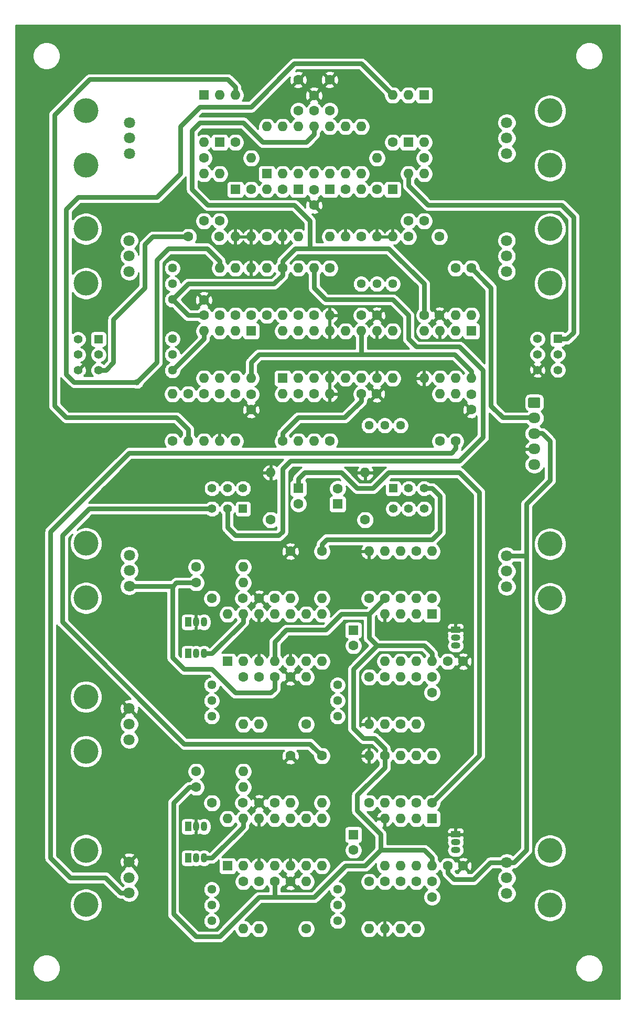
<source format=gbr>
G04 #@! TF.GenerationSoftware,KiCad,Pcbnew,(5.1.5)-3*
G04 #@! TF.CreationDate,2021-04-21T14:44:00+02:00*
G04 #@! TF.ProjectId,AnalogDrum_FM,416e616c-6f67-4447-9275-6d5f464d2e6b,rev?*
G04 #@! TF.SameCoordinates,Original*
G04 #@! TF.FileFunction,Copper,L1,Top*
G04 #@! TF.FilePolarity,Positive*
%FSLAX46Y46*%
G04 Gerber Fmt 4.6, Leading zero omitted, Abs format (unit mm)*
G04 Created by KiCad (PCBNEW (5.1.5)-3) date 2021-04-21 14:44:00*
%MOMM*%
%LPD*%
G04 APERTURE LIST*
%ADD10O,1.950000X1.700000*%
%ADD11C,0.100000*%
%ADD12C,4.000000*%
%ADD13C,1.800000*%
%ADD14C,1.600000*%
%ADD15R,1.600000X1.600000*%
%ADD16C,1.400000*%
%ADD17R,1.400000X1.400000*%
%ADD18O,1.600000X1.600000*%
%ADD19C,1.440000*%
%ADD20R,1.500000X1.050000*%
%ADD21O,1.500000X1.050000*%
%ADD22R,1.050000X1.500000*%
%ADD23O,1.050000X1.500000*%
%ADD24C,1.000000*%
%ADD25C,0.750000*%
%ADD26C,0.254000*%
G04 APERTURE END LIST*
D10*
X143510000Y-91400000D03*
X143510000Y-88900000D03*
X143510000Y-86400000D03*
X143510000Y-83900000D03*
G04 #@! TA.AperFunction,ComponentPad*
D11*
G36*
X144259504Y-80551204D02*
G01*
X144283773Y-80554804D01*
X144307571Y-80560765D01*
X144330671Y-80569030D01*
X144352849Y-80579520D01*
X144373893Y-80592133D01*
X144393598Y-80606747D01*
X144411777Y-80623223D01*
X144428253Y-80641402D01*
X144442867Y-80661107D01*
X144455480Y-80682151D01*
X144465970Y-80704329D01*
X144474235Y-80727429D01*
X144480196Y-80751227D01*
X144483796Y-80775496D01*
X144485000Y-80800000D01*
X144485000Y-82000000D01*
X144483796Y-82024504D01*
X144480196Y-82048773D01*
X144474235Y-82072571D01*
X144465970Y-82095671D01*
X144455480Y-82117849D01*
X144442867Y-82138893D01*
X144428253Y-82158598D01*
X144411777Y-82176777D01*
X144393598Y-82193253D01*
X144373893Y-82207867D01*
X144352849Y-82220480D01*
X144330671Y-82230970D01*
X144307571Y-82239235D01*
X144283773Y-82245196D01*
X144259504Y-82248796D01*
X144235000Y-82250000D01*
X142785000Y-82250000D01*
X142760496Y-82248796D01*
X142736227Y-82245196D01*
X142712429Y-82239235D01*
X142689329Y-82230970D01*
X142667151Y-82220480D01*
X142646107Y-82207867D01*
X142626402Y-82193253D01*
X142608223Y-82176777D01*
X142591747Y-82158598D01*
X142577133Y-82138893D01*
X142564520Y-82117849D01*
X142554030Y-82095671D01*
X142545765Y-82072571D01*
X142539804Y-82048773D01*
X142536204Y-82024504D01*
X142535000Y-82000000D01*
X142535000Y-80800000D01*
X142536204Y-80775496D01*
X142539804Y-80751227D01*
X142545765Y-80727429D01*
X142554030Y-80704329D01*
X142564520Y-80682151D01*
X142577133Y-80661107D01*
X142591747Y-80641402D01*
X142608223Y-80623223D01*
X142626402Y-80606747D01*
X142646107Y-80592133D01*
X142667151Y-80579520D01*
X142689329Y-80569030D01*
X142712429Y-80560765D01*
X142736227Y-80554804D01*
X142760496Y-80551204D01*
X142785000Y-80550000D01*
X144235000Y-80550000D01*
X144259504Y-80551204D01*
G37*
G04 #@! TD.AperFunction*
D12*
X146065000Y-162555000D03*
X146065000Y-153755000D03*
D13*
X139065000Y-160655000D03*
X139065000Y-158155000D03*
X139065000Y-155655000D03*
D12*
X146065000Y-113025000D03*
X146065000Y-104225000D03*
D13*
X139065000Y-111125000D03*
X139065000Y-108625000D03*
X139065000Y-106125000D03*
D12*
X71105000Y-128910000D03*
X71105000Y-137710000D03*
D13*
X78105000Y-130810000D03*
X78105000Y-133310000D03*
X78105000Y-135810000D03*
D12*
X146050000Y-62140000D03*
X146050000Y-53340000D03*
D13*
X139050000Y-60240000D03*
X139050000Y-57740000D03*
X139050000Y-55240000D03*
D12*
X146065000Y-43090000D03*
X146065000Y-34290000D03*
D13*
X139065000Y-41190000D03*
X139065000Y-38690000D03*
X139065000Y-36190000D03*
D12*
X71105000Y-53340000D03*
X71105000Y-62140000D03*
D13*
X78105000Y-55240000D03*
X78105000Y-57740000D03*
X78105000Y-60240000D03*
D12*
X71120000Y-34290000D03*
X71120000Y-43090000D03*
D13*
X78120000Y-36190000D03*
X78120000Y-38690000D03*
X78120000Y-41190000D03*
D12*
X71105000Y-153675000D03*
X71105000Y-162475000D03*
D13*
X78105000Y-155575000D03*
X78105000Y-158075000D03*
X78105000Y-160575000D03*
D12*
X71120000Y-104140000D03*
X71120000Y-112940000D03*
D13*
X78120000Y-106040000D03*
X78120000Y-108540000D03*
X78120000Y-111040000D03*
D14*
X91480000Y-113030000D03*
X96480000Y-113030000D03*
X110490000Y-29250000D03*
X110490000Y-34250000D03*
X128190000Y-54610000D03*
X123190000Y-54610000D03*
X105410000Y-29250000D03*
X105410000Y-34250000D03*
X87670000Y-54610000D03*
X92670000Y-54610000D03*
X91480000Y-146050000D03*
X96480000Y-146050000D03*
X105410000Y-97750000D03*
D15*
X105410000Y-95250000D03*
D14*
X111760000Y-95290000D03*
D15*
X111760000Y-97790000D03*
D16*
X91480000Y-95250000D03*
X93980000Y-95250000D03*
X96480000Y-95250000D03*
X91480000Y-98550000D03*
X93980000Y-98550000D03*
D17*
X96480000Y-98550000D03*
D16*
X125730000Y-98550000D03*
X123230000Y-98550000D03*
X120730000Y-98550000D03*
X125730000Y-95250000D03*
X123230000Y-95250000D03*
D17*
X120730000Y-95250000D03*
D18*
X100965000Y-92710000D03*
D14*
X100965000Y-100330000D03*
D18*
X116205000Y-92710000D03*
D14*
X116205000Y-100330000D03*
D18*
X127000000Y-123190000D03*
X119380000Y-115570000D03*
X124460000Y-123190000D03*
X121920000Y-115570000D03*
X121920000Y-123190000D03*
X124460000Y-115570000D03*
X119380000Y-123190000D03*
D15*
X127000000Y-115570000D03*
D18*
X93980000Y-115570000D03*
X109220000Y-123190000D03*
X96520000Y-115570000D03*
X106680000Y-123190000D03*
X99060000Y-115570000D03*
X104140000Y-123190000D03*
X101600000Y-115570000D03*
X101600000Y-123190000D03*
X104140000Y-115570000D03*
X99060000Y-123190000D03*
X106680000Y-115570000D03*
X96520000Y-123190000D03*
X109220000Y-115570000D03*
D15*
X93980000Y-123190000D03*
D18*
X100330000Y-36830000D03*
X115570000Y-44450000D03*
X102870000Y-36830000D03*
X113030000Y-44450000D03*
X105410000Y-36830000D03*
X110490000Y-44450000D03*
X107950000Y-36830000D03*
X107950000Y-44450000D03*
X110490000Y-36830000D03*
X105410000Y-44450000D03*
X113030000Y-36830000D03*
X102870000Y-44450000D03*
X115570000Y-36830000D03*
D15*
X100330000Y-44450000D03*
D18*
X127000000Y-156210000D03*
X119380000Y-148590000D03*
X124460000Y-156210000D03*
X121920000Y-148590000D03*
X121920000Y-156210000D03*
X124460000Y-148590000D03*
X119380000Y-156210000D03*
D15*
X127000000Y-148590000D03*
D18*
X93980000Y-148590000D03*
X109220000Y-156210000D03*
X96520000Y-148590000D03*
X106680000Y-156210000D03*
X99060000Y-148590000D03*
X104140000Y-156210000D03*
X101600000Y-148590000D03*
X101600000Y-156210000D03*
X104140000Y-148590000D03*
X99060000Y-156210000D03*
X106680000Y-148590000D03*
X96520000Y-156210000D03*
X109220000Y-148590000D03*
D15*
X93980000Y-156210000D03*
D18*
X133350000Y-77470000D03*
X125730000Y-69850000D03*
X130810000Y-77470000D03*
X128270000Y-69850000D03*
X128270000Y-77470000D03*
X130810000Y-69850000D03*
X125730000Y-77470000D03*
D15*
X133350000Y-69850000D03*
D18*
X102870000Y-69850000D03*
X120650000Y-77470000D03*
X105410000Y-69850000D03*
X118110000Y-77470000D03*
X107950000Y-69850000D03*
X115570000Y-77470000D03*
X110490000Y-69850000D03*
X113030000Y-77470000D03*
X113030000Y-69850000D03*
X110490000Y-77470000D03*
X115570000Y-69850000D03*
X107950000Y-77470000D03*
X118110000Y-69850000D03*
X105410000Y-77470000D03*
X120650000Y-69850000D03*
D15*
X102870000Y-77470000D03*
D18*
X97790000Y-77470000D03*
X90170000Y-69850000D03*
X95250000Y-77470000D03*
X92710000Y-69850000D03*
X92710000Y-77470000D03*
X95250000Y-69850000D03*
X90170000Y-77470000D03*
D15*
X97790000Y-69850000D03*
D16*
X144020000Y-76120000D03*
X144020000Y-73620000D03*
X144020000Y-71120000D03*
X147320000Y-76120000D03*
X147320000Y-73620000D03*
D17*
X147320000Y-71120000D03*
D16*
X69850000Y-76160000D03*
X69850000Y-73660000D03*
X69850000Y-71160000D03*
X73150000Y-76160000D03*
X73150000Y-73660000D03*
D17*
X73150000Y-71160000D03*
D19*
X111760000Y-127000000D03*
X111760000Y-129540000D03*
X111760000Y-132080000D03*
X91440000Y-127000000D03*
X91440000Y-129540000D03*
X91440000Y-132080000D03*
X111760000Y-160020000D03*
X111760000Y-162560000D03*
X111760000Y-165100000D03*
X91440000Y-160020000D03*
X91440000Y-162560000D03*
X91440000Y-165100000D03*
X120650000Y-62230000D03*
X118110000Y-62230000D03*
X115570000Y-62230000D03*
X121920000Y-85090000D03*
X119380000Y-85090000D03*
X116840000Y-85090000D03*
X85090000Y-64770000D03*
X85090000Y-62230000D03*
X85090000Y-59690000D03*
X85090000Y-76200000D03*
X85090000Y-73660000D03*
X85090000Y-71120000D03*
D18*
X127000000Y-105410000D03*
D14*
X127000000Y-113030000D03*
D18*
X124460000Y-113030000D03*
D14*
X124460000Y-105410000D03*
D18*
X96520000Y-107950000D03*
D14*
X88900000Y-107950000D03*
D18*
X116840000Y-105410000D03*
D14*
X116840000Y-113030000D03*
D18*
X124460000Y-133350000D03*
D14*
X124460000Y-125730000D03*
D18*
X116840000Y-133350000D03*
D14*
X116840000Y-125730000D03*
D18*
X121920000Y-105410000D03*
D14*
X121920000Y-113030000D03*
D18*
X119380000Y-133350000D03*
D14*
X119380000Y-125730000D03*
D18*
X99060000Y-133350000D03*
D14*
X99060000Y-125730000D03*
D18*
X104140000Y-113030000D03*
D14*
X104140000Y-105410000D03*
D18*
X109220000Y-113030000D03*
D14*
X109220000Y-105410000D03*
D18*
X121920000Y-125730000D03*
D14*
X121920000Y-133350000D03*
D18*
X106680000Y-125730000D03*
D14*
X106680000Y-133350000D03*
D18*
X96520000Y-110490000D03*
D14*
X88900000Y-110490000D03*
D18*
X96520000Y-133350000D03*
D14*
X96520000Y-125730000D03*
D18*
X119380000Y-105410000D03*
D14*
X119380000Y-113030000D03*
D18*
X118110000Y-54610000D03*
D14*
X118110000Y-46990000D03*
D18*
X113030000Y-54610000D03*
D14*
X113030000Y-46990000D03*
D18*
X125730000Y-44450000D03*
D14*
X125730000Y-52070000D03*
D18*
X120650000Y-31750000D03*
D14*
X120650000Y-39370000D03*
D18*
X118110000Y-41910000D03*
D14*
X125730000Y-41910000D03*
D18*
X123190000Y-44450000D03*
D14*
X123190000Y-52070000D03*
D18*
X115570000Y-46990000D03*
D14*
X115570000Y-54610000D03*
D18*
X97790000Y-54610000D03*
D14*
X97790000Y-46990000D03*
D18*
X102870000Y-54610000D03*
D14*
X102870000Y-46990000D03*
D18*
X90170000Y-44450000D03*
D14*
X90170000Y-52070000D03*
D18*
X95250000Y-31750000D03*
D14*
X95250000Y-39370000D03*
D18*
X97790000Y-41910000D03*
D14*
X90170000Y-41910000D03*
D18*
X92710000Y-44450000D03*
D14*
X92710000Y-52070000D03*
D18*
X100330000Y-46990000D03*
D14*
X100330000Y-54610000D03*
D18*
X127000000Y-138430000D03*
D14*
X127000000Y-146050000D03*
D18*
X124460000Y-138430000D03*
D14*
X124460000Y-146050000D03*
D18*
X96520000Y-140970000D03*
D14*
X88900000Y-140970000D03*
D18*
X116840000Y-138430000D03*
D14*
X116840000Y-146050000D03*
D18*
X124460000Y-166370000D03*
D14*
X124460000Y-158750000D03*
D18*
X119380000Y-166370000D03*
D14*
X119380000Y-158750000D03*
D18*
X121920000Y-138430000D03*
D14*
X121920000Y-146050000D03*
D18*
X116840000Y-166370000D03*
D14*
X116840000Y-158750000D03*
D18*
X99060000Y-166370000D03*
D14*
X99060000Y-158750000D03*
D18*
X104140000Y-146050000D03*
D14*
X104140000Y-138430000D03*
D18*
X109220000Y-146050000D03*
D14*
X109220000Y-138430000D03*
D18*
X121920000Y-166370000D03*
D14*
X121920000Y-158750000D03*
D18*
X106680000Y-158750000D03*
D14*
X106680000Y-166370000D03*
D18*
X96520000Y-143510000D03*
D14*
X88900000Y-143510000D03*
D18*
X96520000Y-166370000D03*
D14*
X96520000Y-158750000D03*
D18*
X119380000Y-146050000D03*
D14*
X119380000Y-138430000D03*
D18*
X110490000Y-67310000D03*
D14*
X110490000Y-59690000D03*
D18*
X110490000Y-80010000D03*
D14*
X110490000Y-87630000D03*
D18*
X133350000Y-67310000D03*
D14*
X133350000Y-59690000D03*
D18*
X130810000Y-80010000D03*
D14*
X130810000Y-87630000D03*
D18*
X107950000Y-59690000D03*
D14*
X107950000Y-67310000D03*
D18*
X107950000Y-87630000D03*
D14*
X107950000Y-80010000D03*
D18*
X130810000Y-67310000D03*
D14*
X130810000Y-59690000D03*
D18*
X128270000Y-80010000D03*
D14*
X128270000Y-87630000D03*
D18*
X97790000Y-59690000D03*
D14*
X97790000Y-67310000D03*
D18*
X92710000Y-87630000D03*
D14*
X92710000Y-80010000D03*
D18*
X100330000Y-59690000D03*
D14*
X100330000Y-67310000D03*
D18*
X95250000Y-87630000D03*
D14*
X95250000Y-80010000D03*
D18*
X102870000Y-67310000D03*
D14*
X102870000Y-59690000D03*
D18*
X105410000Y-59690000D03*
D14*
X105410000Y-67310000D03*
D18*
X102870000Y-80010000D03*
D14*
X102870000Y-87630000D03*
D18*
X105410000Y-87630000D03*
D14*
X105410000Y-80010000D03*
D18*
X92710000Y-59690000D03*
D14*
X92710000Y-67310000D03*
D18*
X87630000Y-87630000D03*
D14*
X87630000Y-80010000D03*
D18*
X95250000Y-59690000D03*
D14*
X95250000Y-67310000D03*
D18*
X90170000Y-87630000D03*
D14*
X90170000Y-80010000D03*
D18*
X85090000Y-80010000D03*
D14*
X85090000Y-87630000D03*
D20*
X130810000Y-118110000D03*
D21*
X130810000Y-120650000D03*
X130810000Y-119380000D03*
D22*
X87630000Y-116840000D03*
D23*
X90170000Y-116840000D03*
X88900000Y-116840000D03*
D22*
X87630000Y-121920000D03*
D23*
X90170000Y-121920000D03*
X88900000Y-121920000D03*
D20*
X130810000Y-151130000D03*
D21*
X130810000Y-153670000D03*
X130810000Y-152400000D03*
D22*
X87630000Y-149860000D03*
D23*
X90170000Y-149860000D03*
X88900000Y-149860000D03*
D22*
X87630000Y-154940000D03*
D23*
X90170000Y-154940000D03*
X88900000Y-154940000D03*
D18*
X120650000Y-54610000D03*
D15*
X120650000Y-46990000D03*
D18*
X123190000Y-31750000D03*
D15*
X123190000Y-39370000D03*
D18*
X110490000Y-54610000D03*
D15*
X110490000Y-46990000D03*
D18*
X125730000Y-39370000D03*
D15*
X125730000Y-31750000D03*
D18*
X95250000Y-54610000D03*
D15*
X95250000Y-46990000D03*
D18*
X92710000Y-31750000D03*
D15*
X92710000Y-39370000D03*
D18*
X105410000Y-54610000D03*
D15*
X105410000Y-46990000D03*
D18*
X90170000Y-39370000D03*
D15*
X90170000Y-31750000D03*
D14*
X114300000Y-120650000D03*
D15*
X114300000Y-118150000D03*
D14*
X114300000Y-153670000D03*
D15*
X114300000Y-151170000D03*
D14*
X101600000Y-113030000D03*
X99100000Y-113030000D03*
X104140000Y-125730000D03*
X101640000Y-125730000D03*
X132040000Y-123190000D03*
X129540000Y-123190000D03*
X107950000Y-34290000D03*
X107950000Y-31790000D03*
X107950000Y-49530000D03*
X107950000Y-47030000D03*
X101600000Y-146050000D03*
X99100000Y-146050000D03*
X104140000Y-158750000D03*
X101640000Y-158750000D03*
X132040000Y-156210000D03*
X129540000Y-156210000D03*
X115570000Y-80010000D03*
X118070000Y-80010000D03*
X125730000Y-67310000D03*
X128230000Y-67310000D03*
X90170000Y-67310000D03*
X90170000Y-64810000D03*
X118110000Y-67310000D03*
X115610000Y-67310000D03*
X133350000Y-82550000D03*
X133350000Y-80050000D03*
X97790000Y-82550000D03*
X97790000Y-80050000D03*
X127000000Y-158750000D03*
X127000000Y-161250000D03*
X127000000Y-125730000D03*
X127000000Y-128230000D03*
D24*
X60960000Y-21590000D03*
X71120000Y-21590000D03*
X81280000Y-21590000D03*
X91440000Y-21590000D03*
X101600000Y-21590000D03*
X111760000Y-21590000D03*
X121920000Y-21590000D03*
X132080000Y-21590000D03*
X142240000Y-21590000D03*
X156210000Y-21590000D03*
X60960000Y-31750000D03*
X60960000Y-41910000D03*
X60960000Y-52070000D03*
X60960000Y-62230000D03*
X60960000Y-72390000D03*
X60960000Y-82550000D03*
X60960000Y-92710000D03*
X60960000Y-102870000D03*
X60960000Y-113030000D03*
X60960000Y-123190000D03*
X60960000Y-133350000D03*
X60960000Y-143510000D03*
X60960000Y-153670000D03*
X60960000Y-163830000D03*
X60960000Y-176530000D03*
X71120000Y-176530000D03*
X81280000Y-176530000D03*
X91440000Y-176530000D03*
X101600000Y-176530000D03*
X111760000Y-176530000D03*
X121920000Y-176530000D03*
X132080000Y-176530000D03*
X142240000Y-176530000D03*
X156210000Y-176530000D03*
X156210000Y-31750000D03*
X156210000Y-41910000D03*
X156210000Y-52070000D03*
X156210000Y-62230000D03*
X156210000Y-72390000D03*
X156210000Y-82550000D03*
X156210000Y-92710000D03*
X156210000Y-102870000D03*
X156210000Y-113030000D03*
X156210000Y-123190000D03*
X156210000Y-133350000D03*
X156210000Y-143510000D03*
X156210000Y-153670000D03*
X156210000Y-163830000D03*
X79375000Y-78105000D03*
D25*
X127000000Y-154940000D02*
X127000000Y-156210000D01*
X125730000Y-153670000D02*
X127000000Y-154940000D01*
X116205000Y-156210000D02*
X118745000Y-153670000D01*
X107950000Y-161290000D02*
X113030000Y-156210000D01*
X118745000Y-153670000D02*
X125730000Y-153670000D01*
X103048630Y-161290000D02*
X107950000Y-161290000D01*
X113030000Y-156210000D02*
X116205000Y-156210000D01*
X92710000Y-167640000D02*
X99060000Y-161290000D01*
X87768630Y-143510000D02*
X85228630Y-146050000D01*
X85228630Y-146050000D02*
X85228630Y-163968630D01*
X85228630Y-163968630D02*
X88900000Y-167640000D01*
X88900000Y-143510000D02*
X87768630Y-143510000D01*
X88900000Y-167640000D02*
X92710000Y-167640000D01*
X101640000Y-161250000D02*
X101600000Y-161290000D01*
X99060000Y-161290000D02*
X101600000Y-161290000D01*
X101640000Y-158750000D02*
X101640000Y-161250000D01*
X101600000Y-161290000D02*
X103048630Y-161290000D01*
X119380000Y-138430000D02*
X119380000Y-140335000D01*
X119380000Y-140335000D02*
X114935000Y-144780000D01*
X114935000Y-144780000D02*
X114935000Y-147320000D01*
X118745000Y-151130000D02*
X118745000Y-153670000D01*
X114935000Y-147320000D02*
X118745000Y-151130000D01*
X130671370Y-73660000D02*
X115570000Y-73660000D01*
X133350000Y-77470000D02*
X133350000Y-76338630D01*
X133350000Y-76338630D02*
X130671370Y-73660000D01*
X115570000Y-71755000D02*
X115570000Y-69850000D01*
X115570000Y-73660000D02*
X115570000Y-71755000D01*
X97790000Y-77470000D02*
X97790000Y-74930000D01*
X97790000Y-74930000D02*
X99060000Y-73660000D01*
X99060000Y-73660000D02*
X115570000Y-73660000D01*
X127000000Y-121920000D02*
X127000000Y-123190000D01*
X116840000Y-115570000D02*
X116840000Y-119380000D01*
X119380000Y-113030000D02*
X116840000Y-115570000D01*
X118110000Y-120650000D02*
X125730000Y-120650000D01*
X116840000Y-119380000D02*
X118110000Y-120650000D01*
X125730000Y-120650000D02*
X127000000Y-121920000D01*
X109855000Y-118110000D02*
X112395000Y-115570000D01*
X112395000Y-115570000D02*
X116840000Y-115570000D01*
X103505000Y-118110000D02*
X109855000Y-118110000D01*
X101600000Y-123190000D02*
X101600000Y-120015000D01*
X101600000Y-120015000D02*
X103505000Y-118110000D01*
X101640000Y-125730000D02*
X101640000Y-127595000D01*
X101640000Y-127595000D02*
X100965000Y-128270000D01*
X100965000Y-128270000D02*
X95250000Y-128270000D01*
X95250000Y-128270000D02*
X91440000Y-124460000D01*
X91440000Y-124460000D02*
X86995000Y-124460000D01*
X86995000Y-124460000D02*
X85090000Y-122555000D01*
X114300000Y-124460000D02*
X118110000Y-120650000D01*
X115889991Y-135574991D02*
X114300000Y-133985000D01*
X119380000Y-138430000D02*
X119380000Y-137298630D01*
X114300000Y-133985000D02*
X114300000Y-124460000D01*
X119380000Y-137298630D02*
X117656361Y-135574991D01*
X117656361Y-135574991D02*
X115889991Y-135574991D01*
X129540000Y-157341370D02*
X129540000Y-156210000D01*
X144780000Y-86360000D02*
X143510000Y-86360000D01*
X146050000Y-93980000D02*
X146050000Y-87630000D01*
X146050000Y-87630000D02*
X144780000Y-86360000D01*
X142240000Y-97790000D02*
X146050000Y-93980000D01*
X85005000Y-111040000D02*
X85090000Y-111125000D01*
X78120000Y-111040000D02*
X85005000Y-111040000D01*
X85090000Y-122555000D02*
X85090000Y-111125000D01*
X85725000Y-110490000D02*
X85090000Y-111125000D01*
X88900000Y-110490000D02*
X85725000Y-110490000D01*
X130561815Y-158363185D02*
X133736815Y-158363185D01*
X130561815Y-158363185D02*
X129540000Y-157341370D01*
X136445000Y-155655000D02*
X139065000Y-155655000D01*
X133736815Y-158363185D02*
X136445000Y-155655000D01*
X142240000Y-153670000D02*
X142240000Y-110490000D01*
X140255000Y-155655000D02*
X139065000Y-155655000D01*
X142240000Y-153670000D02*
X140255000Y-155655000D01*
X139065000Y-106125000D02*
X142160000Y-106125000D01*
X142160000Y-106125000D02*
X142240000Y-106045000D01*
X142240000Y-110490000D02*
X142240000Y-106045000D01*
X142240000Y-106045000D02*
X142240000Y-97790000D01*
X102870000Y-60821370D02*
X101461370Y-62230000D01*
X102870000Y-59690000D02*
X102870000Y-60821370D01*
X87630000Y-62230000D02*
X85090000Y-64770000D01*
X101461370Y-62230000D02*
X87630000Y-62230000D01*
X85090000Y-64770000D02*
X87630000Y-67310000D01*
X87630000Y-67310000D02*
X90170000Y-67310000D01*
X115570000Y-81141370D02*
X112891370Y-83820000D01*
X115570000Y-80010000D02*
X115570000Y-81141370D01*
X112891370Y-83820000D02*
X105410000Y-83820000D01*
X102870000Y-86360000D02*
X102870000Y-87630000D01*
X105410000Y-83820000D02*
X102870000Y-86360000D01*
X90170000Y-71120000D02*
X90170000Y-69850000D01*
X85090000Y-76200000D02*
X90170000Y-71120000D01*
X125730000Y-67310000D02*
X125730000Y-62230000D01*
X120015000Y-56515000D02*
X107315000Y-56515000D01*
X125730000Y-62230000D02*
X120015000Y-56515000D01*
X107950000Y-38100000D02*
X107950000Y-36830000D01*
X99695000Y-39370000D02*
X106680000Y-39370000D01*
X107315000Y-52070000D02*
X104775000Y-49530000D01*
X104913630Y-56515000D02*
X107315000Y-56515000D01*
X102870000Y-59690000D02*
X102870000Y-58558630D01*
X102870000Y-58558630D02*
X104913630Y-56515000D01*
X88265000Y-46990000D02*
X88265000Y-37465000D01*
X107315000Y-56515000D02*
X107315000Y-52070000D01*
X88265000Y-37465000D02*
X89535000Y-36195000D01*
X104775000Y-49530000D02*
X90805000Y-49530000D01*
X106680000Y-39370000D02*
X107950000Y-38100000D01*
X90805000Y-49530000D02*
X88265000Y-46990000D01*
X89535000Y-36195000D02*
X96520000Y-36195000D01*
X96520000Y-36195000D02*
X99695000Y-39370000D01*
X74139949Y-76160000D02*
X73150000Y-76160000D01*
X75565000Y-74930000D02*
X74335000Y-76160000D01*
X75565000Y-67945000D02*
X75565000Y-74930000D01*
X81915000Y-54610000D02*
X80645000Y-55880000D01*
X80645000Y-55880000D02*
X80645000Y-62865000D01*
X74335000Y-76160000D02*
X74139949Y-76160000D01*
X80645000Y-62865000D02*
X75565000Y-67945000D01*
X87670000Y-54610000D02*
X81915000Y-54610000D01*
X133350000Y-59690000D02*
X136525000Y-62865000D01*
X136525000Y-62865000D02*
X136525000Y-81915000D01*
X138430000Y-83820000D02*
X143510000Y-83820000D01*
X136525000Y-81915000D02*
X138430000Y-83820000D01*
X95250000Y-30480000D02*
X95250000Y-31750000D01*
X66040000Y-34925000D02*
X71755000Y-29210000D01*
X93980000Y-29210000D02*
X95250000Y-30480000D01*
X71755000Y-29210000D02*
X93980000Y-29210000D01*
X87630000Y-85725000D02*
X85725000Y-83820000D01*
X87630000Y-87630000D02*
X87630000Y-85725000D01*
X85725000Y-83820000D02*
X67945000Y-83820000D01*
X67945000Y-83820000D02*
X66040000Y-81915000D01*
X66040000Y-81915000D02*
X66040000Y-34925000D01*
X82550000Y-58420000D02*
X82550000Y-74930000D01*
X92710000Y-58558630D02*
X90666370Y-56515000D01*
X84455000Y-56515000D02*
X82550000Y-58420000D01*
X82550000Y-74930000D02*
X79375000Y-78105000D01*
X92710000Y-59690000D02*
X92710000Y-58558630D01*
X90666370Y-56515000D02*
X84455000Y-56515000D01*
X69215000Y-78105000D02*
X79375000Y-78105000D01*
X89535000Y-33655000D02*
X86360000Y-36830000D01*
X67945000Y-76835000D02*
X69215000Y-78105000D01*
X104775000Y-26670000D02*
X97790000Y-33655000D01*
X67945000Y-50165000D02*
X67945000Y-76835000D01*
X120650000Y-31750000D02*
X115570000Y-26670000D01*
X97790000Y-33655000D02*
X89535000Y-33655000D01*
X115570000Y-26670000D02*
X104775000Y-26670000D01*
X86360000Y-36830000D02*
X86360000Y-44450000D01*
X82550000Y-48260000D02*
X69850000Y-48260000D01*
X86360000Y-44450000D02*
X82550000Y-48260000D01*
X69850000Y-48260000D02*
X67945000Y-50165000D01*
X109855000Y-64770000D02*
X107950000Y-62865000D01*
X120650000Y-64770000D02*
X109855000Y-64770000D01*
X107950000Y-62865000D02*
X107950000Y-59690000D01*
X135255000Y-86995000D02*
X135255000Y-76200000D01*
X123190000Y-71120000D02*
X123190000Y-67310000D01*
X104140000Y-90805000D02*
X131445000Y-90805000D01*
X123190000Y-67310000D02*
X120650000Y-64770000D01*
X135255000Y-76200000D02*
X131445000Y-72390000D01*
X124460000Y-72390000D02*
X123190000Y-71120000D01*
X131445000Y-90805000D02*
X135255000Y-86995000D01*
X131445000Y-72390000D02*
X124460000Y-72390000D01*
X104140000Y-90805000D02*
X102870000Y-92075000D01*
X102870000Y-92075000D02*
X102870000Y-102235000D01*
X102870000Y-102235000D02*
X102235000Y-102870000D01*
X102235000Y-102870000D02*
X95250000Y-102870000D01*
X93980000Y-101600000D02*
X93980000Y-98550000D01*
X95250000Y-102870000D02*
X93980000Y-101600000D01*
X78105000Y-89535000D02*
X130175000Y-89535000D01*
X65405000Y-102235000D02*
X78105000Y-89535000D01*
X78105000Y-160575000D02*
X76755000Y-160575000D01*
X130175000Y-89535000D02*
X130810000Y-88761370D01*
X74295000Y-158115000D02*
X68580000Y-158115000D01*
X130810000Y-88761370D02*
X130810000Y-87630000D01*
X76755000Y-160575000D02*
X74295000Y-158115000D01*
X68580000Y-158115000D02*
X65405000Y-154940000D01*
X65405000Y-154940000D02*
X65405000Y-102235000D01*
X127000000Y-146050000D02*
X134620000Y-138430000D01*
X134620000Y-138430000D02*
X134620000Y-95885000D01*
X134620000Y-95885000D02*
X131445000Y-92710000D01*
X114935000Y-95250000D02*
X117475000Y-95250000D01*
X117475000Y-95250000D02*
X120015000Y-92710000D01*
X112395000Y-92710000D02*
X114935000Y-95250000D01*
X105410000Y-93700000D02*
X106400000Y-92710000D01*
X131445000Y-92710000D02*
X120015000Y-92710000D01*
X105410000Y-95250000D02*
X105410000Y-93700000D01*
X106400000Y-92710000D02*
X112395000Y-92710000D01*
X148770000Y-71120000D02*
X147320000Y-71120000D01*
X149860000Y-70030000D02*
X148770000Y-71120000D01*
X123190000Y-44450000D02*
X123190000Y-46355000D01*
X123190000Y-46355000D02*
X126365000Y-49530000D01*
X126365000Y-49530000D02*
X147955000Y-49530000D01*
X147955000Y-49530000D02*
X149860000Y-51435000D01*
X149860000Y-51435000D02*
X149860000Y-70030000D01*
X96520000Y-149721370D02*
X96520000Y-148590000D01*
X96520000Y-149865000D02*
X96520000Y-149721370D01*
X91445000Y-154940000D02*
X96520000Y-149865000D01*
X90170000Y-154940000D02*
X91445000Y-154940000D01*
X96520000Y-116701370D02*
X96520000Y-115570000D01*
X96520000Y-116845000D02*
X96520000Y-116701370D01*
X91445000Y-121920000D02*
X96520000Y-116845000D01*
X90170000Y-121920000D02*
X91445000Y-121920000D01*
X71630000Y-98550000D02*
X67310000Y-102870000D01*
X82550000Y-98550000D02*
X71630000Y-98550000D01*
X82550000Y-98550000D02*
X91480000Y-98550000D01*
X109220000Y-138430000D02*
X107315000Y-136525000D01*
X86995000Y-136525000D02*
X67310000Y-116840000D01*
X107315000Y-136525000D02*
X86995000Y-136525000D01*
X67310000Y-102870000D02*
X67310000Y-116840000D01*
X109220000Y-104278630D02*
X109993630Y-103505000D01*
X109220000Y-105410000D02*
X109220000Y-104278630D01*
X109993630Y-103505000D02*
X127000000Y-103505000D01*
X127000000Y-103505000D02*
X128270000Y-102235000D01*
X128270000Y-102235000D02*
X128270000Y-96520000D01*
X127000000Y-95250000D02*
X125730000Y-95250000D01*
X128270000Y-96520000D02*
X127000000Y-95250000D01*
D26*
G36*
X157353000Y-177673000D02*
G01*
X59817000Y-177673000D01*
X59817000Y-172499872D01*
X62535000Y-172499872D01*
X62535000Y-172940128D01*
X62620890Y-173371925D01*
X62789369Y-173778669D01*
X63033962Y-174144729D01*
X63345271Y-174456038D01*
X63711331Y-174700631D01*
X64118075Y-174869110D01*
X64549872Y-174955000D01*
X64990128Y-174955000D01*
X65421925Y-174869110D01*
X65828669Y-174700631D01*
X66194729Y-174456038D01*
X66506038Y-174144729D01*
X66750631Y-173778669D01*
X66919110Y-173371925D01*
X67005000Y-172940128D01*
X67005000Y-172499872D01*
X150165000Y-172499872D01*
X150165000Y-172940128D01*
X150250890Y-173371925D01*
X150419369Y-173778669D01*
X150663962Y-174144729D01*
X150975271Y-174456038D01*
X151341331Y-174700631D01*
X151748075Y-174869110D01*
X152179872Y-174955000D01*
X152620128Y-174955000D01*
X153051925Y-174869110D01*
X153458669Y-174700631D01*
X153824729Y-174456038D01*
X154136038Y-174144729D01*
X154380631Y-173778669D01*
X154549110Y-173371925D01*
X154635000Y-172940128D01*
X154635000Y-172499872D01*
X154549110Y-172068075D01*
X154380631Y-171661331D01*
X154136038Y-171295271D01*
X153824729Y-170983962D01*
X153458669Y-170739369D01*
X153051925Y-170570890D01*
X152620128Y-170485000D01*
X152179872Y-170485000D01*
X151748075Y-170570890D01*
X151341331Y-170739369D01*
X150975271Y-170983962D01*
X150663962Y-171295271D01*
X150419369Y-171661331D01*
X150250890Y-172068075D01*
X150165000Y-172499872D01*
X67005000Y-172499872D01*
X66919110Y-172068075D01*
X66750631Y-171661331D01*
X66506038Y-171295271D01*
X66194729Y-170983962D01*
X65828669Y-170739369D01*
X65421925Y-170570890D01*
X64990128Y-170485000D01*
X64549872Y-170485000D01*
X64118075Y-170570890D01*
X63711331Y-170739369D01*
X63345271Y-170983962D01*
X63033962Y-171295271D01*
X62789369Y-171661331D01*
X62620890Y-172068075D01*
X62535000Y-172499872D01*
X59817000Y-172499872D01*
X59817000Y-162215475D01*
X68470000Y-162215475D01*
X68470000Y-162734525D01*
X68571261Y-163243601D01*
X68769893Y-163723141D01*
X69058262Y-164154715D01*
X69425285Y-164521738D01*
X69856859Y-164810107D01*
X70336399Y-165008739D01*
X70845475Y-165110000D01*
X71364525Y-165110000D01*
X71873601Y-165008739D01*
X72353141Y-164810107D01*
X72784715Y-164521738D01*
X73151738Y-164154715D01*
X73440107Y-163723141D01*
X73638739Y-163243601D01*
X73740000Y-162734525D01*
X73740000Y-162215475D01*
X73638739Y-161706399D01*
X73440107Y-161226859D01*
X73151738Y-160795285D01*
X72784715Y-160428262D01*
X72353141Y-160139893D01*
X71873601Y-159941261D01*
X71364525Y-159840000D01*
X70845475Y-159840000D01*
X70336399Y-159941261D01*
X69856859Y-160139893D01*
X69425285Y-160428262D01*
X69058262Y-160795285D01*
X68769893Y-161226859D01*
X68571261Y-161706399D01*
X68470000Y-162215475D01*
X59817000Y-162215475D01*
X59817000Y-102235000D01*
X64390114Y-102235000D01*
X64395001Y-102284618D01*
X64395000Y-154890392D01*
X64390114Y-154940000D01*
X64409615Y-155137994D01*
X64435092Y-155221979D01*
X64467368Y-155328379D01*
X64561153Y-155503840D01*
X64687367Y-155657633D01*
X64725906Y-155689261D01*
X67830739Y-158794094D01*
X67862367Y-158832633D01*
X68016160Y-158958847D01*
X68191620Y-159052632D01*
X68382006Y-159110385D01*
X68530392Y-159125000D01*
X68530394Y-159125000D01*
X68579999Y-159129886D01*
X68629604Y-159125000D01*
X73876645Y-159125000D01*
X76005739Y-161254094D01*
X76037367Y-161292633D01*
X76191160Y-161418847D01*
X76366620Y-161512632D01*
X76557006Y-161570385D01*
X76705392Y-161585000D01*
X76705394Y-161585000D01*
X76754999Y-161589886D01*
X76804604Y-161585000D01*
X76944183Y-161585000D01*
X77126495Y-161767312D01*
X77377905Y-161935299D01*
X77657257Y-162051011D01*
X77953816Y-162110000D01*
X78256184Y-162110000D01*
X78552743Y-162051011D01*
X78832095Y-161935299D01*
X79083505Y-161767312D01*
X79297312Y-161553505D01*
X79465299Y-161302095D01*
X79581011Y-161022743D01*
X79640000Y-160726184D01*
X79640000Y-160423816D01*
X79581011Y-160127257D01*
X79465299Y-159847905D01*
X79297312Y-159596495D01*
X79083505Y-159382688D01*
X78997169Y-159325000D01*
X79083505Y-159267312D01*
X79297312Y-159053505D01*
X79465299Y-158802095D01*
X79581011Y-158522743D01*
X79640000Y-158226184D01*
X79640000Y-157923816D01*
X79581011Y-157627257D01*
X79465299Y-157347905D01*
X79297312Y-157096495D01*
X79083505Y-156882688D01*
X78940690Y-156787262D01*
X78989475Y-156639080D01*
X78105000Y-155754605D01*
X77220525Y-156639080D01*
X77269310Y-156787262D01*
X77126495Y-156882688D01*
X76912688Y-157096495D01*
X76744701Y-157347905D01*
X76628989Y-157627257D01*
X76570000Y-157923816D01*
X76570000Y-158226184D01*
X76628989Y-158522743D01*
X76744701Y-158802095D01*
X76912688Y-159053505D01*
X77126495Y-159267312D01*
X77212831Y-159325000D01*
X77126495Y-159382688D01*
X77058769Y-159450414D01*
X75044261Y-157435906D01*
X75012633Y-157397367D01*
X74858840Y-157271153D01*
X74683380Y-157177368D01*
X74492994Y-157119615D01*
X74344608Y-157105000D01*
X74295000Y-157100114D01*
X74245392Y-157105000D01*
X68998355Y-157105000D01*
X66415000Y-154521645D01*
X66415000Y-153415475D01*
X68470000Y-153415475D01*
X68470000Y-153934525D01*
X68571261Y-154443601D01*
X68769893Y-154923141D01*
X69058262Y-155354715D01*
X69425285Y-155721738D01*
X69856859Y-156010107D01*
X70336399Y-156208739D01*
X70845475Y-156310000D01*
X71364525Y-156310000D01*
X71873601Y-156208739D01*
X72353141Y-156010107D01*
X72784715Y-155721738D01*
X72864900Y-155641553D01*
X76564009Y-155641553D01*
X76606603Y-155940907D01*
X76706778Y-156226199D01*
X76786739Y-156375792D01*
X77040920Y-156459475D01*
X77925395Y-155575000D01*
X78284605Y-155575000D01*
X79169080Y-156459475D01*
X79423261Y-156375792D01*
X79554158Y-156103225D01*
X79629365Y-155810358D01*
X79645991Y-155508447D01*
X79603397Y-155209093D01*
X79503222Y-154923801D01*
X79423261Y-154774208D01*
X79169080Y-154690525D01*
X78284605Y-155575000D01*
X77925395Y-155575000D01*
X77040920Y-154690525D01*
X76786739Y-154774208D01*
X76655842Y-155046775D01*
X76580635Y-155339642D01*
X76564009Y-155641553D01*
X72864900Y-155641553D01*
X73151738Y-155354715D01*
X73440107Y-154923141D01*
X73610854Y-154510920D01*
X77220525Y-154510920D01*
X78105000Y-155395395D01*
X78989475Y-154510920D01*
X78905792Y-154256739D01*
X78633225Y-154125842D01*
X78340358Y-154050635D01*
X78038447Y-154034009D01*
X77739093Y-154076603D01*
X77453801Y-154176778D01*
X77304208Y-154256739D01*
X77220525Y-154510920D01*
X73610854Y-154510920D01*
X73638739Y-154443601D01*
X73740000Y-153934525D01*
X73740000Y-153415475D01*
X73638739Y-152906399D01*
X73440107Y-152426859D01*
X73151738Y-151995285D01*
X72784715Y-151628262D01*
X72353141Y-151339893D01*
X71873601Y-151141261D01*
X71364525Y-151040000D01*
X70845475Y-151040000D01*
X70336399Y-151141261D01*
X69856859Y-151339893D01*
X69425285Y-151628262D01*
X69058262Y-151995285D01*
X68769893Y-152426859D01*
X68571261Y-152906399D01*
X68470000Y-153415475D01*
X66415000Y-153415475D01*
X66415000Y-137450475D01*
X68470000Y-137450475D01*
X68470000Y-137969525D01*
X68571261Y-138478601D01*
X68769893Y-138958141D01*
X69058262Y-139389715D01*
X69425285Y-139756738D01*
X69856859Y-140045107D01*
X70336399Y-140243739D01*
X70845475Y-140345000D01*
X71364525Y-140345000D01*
X71873601Y-140243739D01*
X72353141Y-140045107D01*
X72784715Y-139756738D01*
X73118751Y-139422702D01*
X103326903Y-139422702D01*
X103398486Y-139666671D01*
X103653996Y-139787571D01*
X103928184Y-139856300D01*
X104210512Y-139870217D01*
X104490130Y-139828787D01*
X104756292Y-139733603D01*
X104881514Y-139666671D01*
X104953097Y-139422702D01*
X104140000Y-138609605D01*
X103326903Y-139422702D01*
X73118751Y-139422702D01*
X73151738Y-139389715D01*
X73440107Y-138958141D01*
X73638739Y-138478601D01*
X73740000Y-137969525D01*
X73740000Y-137450475D01*
X73638739Y-136941399D01*
X73440107Y-136461859D01*
X73151738Y-136030285D01*
X72784715Y-135663262D01*
X72353141Y-135374893D01*
X71873601Y-135176261D01*
X71364525Y-135075000D01*
X70845475Y-135075000D01*
X70336399Y-135176261D01*
X69856859Y-135374893D01*
X69425285Y-135663262D01*
X69058262Y-136030285D01*
X68769893Y-136461859D01*
X68571261Y-136941399D01*
X68470000Y-137450475D01*
X66415000Y-137450475D01*
X66415000Y-133158816D01*
X76570000Y-133158816D01*
X76570000Y-133461184D01*
X76628989Y-133757743D01*
X76744701Y-134037095D01*
X76912688Y-134288505D01*
X77126495Y-134502312D01*
X77212831Y-134560000D01*
X77126495Y-134617688D01*
X76912688Y-134831495D01*
X76744701Y-135082905D01*
X76628989Y-135362257D01*
X76570000Y-135658816D01*
X76570000Y-135961184D01*
X76628989Y-136257743D01*
X76744701Y-136537095D01*
X76912688Y-136788505D01*
X77126495Y-137002312D01*
X77377905Y-137170299D01*
X77657257Y-137286011D01*
X77953816Y-137345000D01*
X78256184Y-137345000D01*
X78552743Y-137286011D01*
X78832095Y-137170299D01*
X79083505Y-137002312D01*
X79297312Y-136788505D01*
X79465299Y-136537095D01*
X79581011Y-136257743D01*
X79640000Y-135961184D01*
X79640000Y-135658816D01*
X79581011Y-135362257D01*
X79465299Y-135082905D01*
X79297312Y-134831495D01*
X79083505Y-134617688D01*
X78997169Y-134560000D01*
X79083505Y-134502312D01*
X79297312Y-134288505D01*
X79465299Y-134037095D01*
X79581011Y-133757743D01*
X79640000Y-133461184D01*
X79640000Y-133158816D01*
X79581011Y-132862257D01*
X79465299Y-132582905D01*
X79297312Y-132331495D01*
X79083505Y-132117688D01*
X78940690Y-132022262D01*
X78989475Y-131874080D01*
X78105000Y-130989605D01*
X77220525Y-131874080D01*
X77269310Y-132022262D01*
X77126495Y-132117688D01*
X76912688Y-132331495D01*
X76744701Y-132582905D01*
X76628989Y-132862257D01*
X76570000Y-133158816D01*
X66415000Y-133158816D01*
X66415000Y-128650475D01*
X68470000Y-128650475D01*
X68470000Y-129169525D01*
X68571261Y-129678601D01*
X68769893Y-130158141D01*
X69058262Y-130589715D01*
X69425285Y-130956738D01*
X69856859Y-131245107D01*
X70336399Y-131443739D01*
X70845475Y-131545000D01*
X71364525Y-131545000D01*
X71873601Y-131443739D01*
X72353141Y-131245107D01*
X72784715Y-130956738D01*
X72864900Y-130876553D01*
X76564009Y-130876553D01*
X76606603Y-131175907D01*
X76706778Y-131461199D01*
X76786739Y-131610792D01*
X77040920Y-131694475D01*
X77925395Y-130810000D01*
X77040920Y-129925525D01*
X76786739Y-130009208D01*
X76655842Y-130281775D01*
X76580635Y-130574642D01*
X76564009Y-130876553D01*
X72864900Y-130876553D01*
X73151738Y-130589715D01*
X73440107Y-130158141D01*
X73638739Y-129678601D01*
X73740000Y-129169525D01*
X73740000Y-128650475D01*
X73638739Y-128141399D01*
X73440107Y-127661859D01*
X73151738Y-127230285D01*
X72784715Y-126863262D01*
X72353141Y-126574893D01*
X71873601Y-126376261D01*
X71364525Y-126275000D01*
X70845475Y-126275000D01*
X70336399Y-126376261D01*
X69856859Y-126574893D01*
X69425285Y-126863262D01*
X69058262Y-127230285D01*
X68769893Y-127661859D01*
X68571261Y-128141399D01*
X68470000Y-128650475D01*
X66415000Y-128650475D01*
X66415000Y-117308137D01*
X66466154Y-117403840D01*
X66592368Y-117557633D01*
X66630901Y-117589256D01*
X78326517Y-129284873D01*
X78038447Y-129269009D01*
X77739093Y-129311603D01*
X77453801Y-129411778D01*
X77304208Y-129491739D01*
X77220525Y-129745920D01*
X78105000Y-130630395D01*
X78119143Y-130616253D01*
X78298748Y-130795858D01*
X78284605Y-130810000D01*
X79169080Y-131694475D01*
X79423261Y-131610792D01*
X79554158Y-131338225D01*
X79629365Y-131045358D01*
X79645991Y-130743447D01*
X79622916Y-130581271D01*
X86245743Y-137204099D01*
X86277367Y-137242633D01*
X86431160Y-137368847D01*
X86517720Y-137415114D01*
X86606620Y-137462632D01*
X86797005Y-137520385D01*
X86995000Y-137539886D01*
X87044608Y-137535000D01*
X103065393Y-137535000D01*
X103147296Y-137616903D01*
X102903329Y-137688486D01*
X102782429Y-137943996D01*
X102713700Y-138218184D01*
X102699783Y-138500512D01*
X102741213Y-138780130D01*
X102836397Y-139046292D01*
X102903329Y-139171514D01*
X103147298Y-139243097D01*
X103960395Y-138430000D01*
X103946253Y-138415858D01*
X104125858Y-138236253D01*
X104140000Y-138250395D01*
X104154143Y-138236253D01*
X104333748Y-138415858D01*
X104319605Y-138430000D01*
X105132702Y-139243097D01*
X105376671Y-139171514D01*
X105497571Y-138916004D01*
X105566300Y-138641816D01*
X105580217Y-138359488D01*
X105538787Y-138079870D01*
X105443603Y-137813708D01*
X105376671Y-137688486D01*
X105132704Y-137616903D01*
X105214607Y-137535000D01*
X106896645Y-137535000D01*
X107785000Y-138423356D01*
X107785000Y-138571335D01*
X107840147Y-138848574D01*
X107948320Y-139109727D01*
X108105363Y-139344759D01*
X108305241Y-139544637D01*
X108540273Y-139701680D01*
X108801426Y-139809853D01*
X109078665Y-139865000D01*
X109361335Y-139865000D01*
X109638574Y-139809853D01*
X109899727Y-139701680D01*
X110134759Y-139544637D01*
X110334637Y-139344759D01*
X110491680Y-139109727D01*
X110599853Y-138848574D01*
X110613684Y-138779040D01*
X115448091Y-138779040D01*
X115542930Y-139043881D01*
X115687615Y-139285131D01*
X115876586Y-139493519D01*
X116102580Y-139661037D01*
X116356913Y-139781246D01*
X116490961Y-139821904D01*
X116713000Y-139699915D01*
X116713000Y-138557000D01*
X115569376Y-138557000D01*
X115448091Y-138779040D01*
X110613684Y-138779040D01*
X110655000Y-138571335D01*
X110655000Y-138288665D01*
X110613685Y-138080960D01*
X115448091Y-138080960D01*
X115569376Y-138303000D01*
X116713000Y-138303000D01*
X116713000Y-137160085D01*
X116490961Y-137038096D01*
X116356913Y-137078754D01*
X116102580Y-137198963D01*
X115876586Y-137366481D01*
X115687615Y-137574869D01*
X115542930Y-137816119D01*
X115448091Y-138080960D01*
X110613685Y-138080960D01*
X110599853Y-138011426D01*
X110491680Y-137750273D01*
X110334637Y-137515241D01*
X110134759Y-137315363D01*
X109899727Y-137158320D01*
X109638574Y-137050147D01*
X109361335Y-136995000D01*
X109213356Y-136995000D01*
X108064261Y-135845906D01*
X108032633Y-135807367D01*
X107878840Y-135681153D01*
X107703380Y-135587368D01*
X107512994Y-135529615D01*
X107364608Y-135515000D01*
X107315000Y-135510114D01*
X107265392Y-135515000D01*
X87413356Y-135515000D01*
X68320000Y-116421645D01*
X68320000Y-112680475D01*
X68485000Y-112680475D01*
X68485000Y-113199525D01*
X68586261Y-113708601D01*
X68784893Y-114188141D01*
X69073262Y-114619715D01*
X69440285Y-114986738D01*
X69871859Y-115275107D01*
X70351399Y-115473739D01*
X70860475Y-115575000D01*
X71379525Y-115575000D01*
X71888601Y-115473739D01*
X72368141Y-115275107D01*
X72799715Y-114986738D01*
X73166738Y-114619715D01*
X73455107Y-114188141D01*
X73653739Y-113708601D01*
X73755000Y-113199525D01*
X73755000Y-112680475D01*
X73653739Y-112171399D01*
X73455107Y-111691859D01*
X73166738Y-111260285D01*
X72799715Y-110893262D01*
X72368141Y-110604893D01*
X71888601Y-110406261D01*
X71379525Y-110305000D01*
X70860475Y-110305000D01*
X70351399Y-110406261D01*
X69871859Y-110604893D01*
X69440285Y-110893262D01*
X69073262Y-111260285D01*
X68784893Y-111691859D01*
X68586261Y-112171399D01*
X68485000Y-112680475D01*
X68320000Y-112680475D01*
X68320000Y-103288355D01*
X68922622Y-102685733D01*
X68784893Y-102891859D01*
X68586261Y-103371399D01*
X68485000Y-103880475D01*
X68485000Y-104399525D01*
X68586261Y-104908601D01*
X68784893Y-105388141D01*
X69073262Y-105819715D01*
X69440285Y-106186738D01*
X69871859Y-106475107D01*
X70351399Y-106673739D01*
X70860475Y-106775000D01*
X71379525Y-106775000D01*
X71888601Y-106673739D01*
X72368141Y-106475107D01*
X72799715Y-106186738D01*
X73166738Y-105819715D01*
X73455107Y-105388141D01*
X73653739Y-104908601D01*
X73751464Y-104417298D01*
X103326903Y-104417298D01*
X104140000Y-105230395D01*
X104953097Y-104417298D01*
X104881514Y-104173329D01*
X104626004Y-104052429D01*
X104351816Y-103983700D01*
X104069488Y-103969783D01*
X103789870Y-104011213D01*
X103523708Y-104106397D01*
X103398486Y-104173329D01*
X103326903Y-104417298D01*
X73751464Y-104417298D01*
X73755000Y-104399525D01*
X73755000Y-103880475D01*
X73653739Y-103371399D01*
X73455107Y-102891859D01*
X73166738Y-102460285D01*
X72799715Y-102093262D01*
X72368141Y-101804893D01*
X71888601Y-101606261D01*
X71379525Y-101505000D01*
X70860475Y-101505000D01*
X70351399Y-101606261D01*
X69871859Y-101804893D01*
X69665734Y-101942622D01*
X72048356Y-99560000D01*
X90602025Y-99560000D01*
X90628987Y-99586962D01*
X90847641Y-99733061D01*
X91090595Y-99833696D01*
X91348514Y-99885000D01*
X91611486Y-99885000D01*
X91869405Y-99833696D01*
X92112359Y-99733061D01*
X92331013Y-99586962D01*
X92516962Y-99401013D01*
X92663061Y-99182359D01*
X92730000Y-99020754D01*
X92796939Y-99182359D01*
X92943038Y-99401013D01*
X92970001Y-99427976D01*
X92970000Y-101550392D01*
X92965114Y-101600000D01*
X92984615Y-101797994D01*
X93025377Y-101932368D01*
X93042368Y-101988379D01*
X93136153Y-102163840D01*
X93262367Y-102317633D01*
X93300906Y-102349261D01*
X94500739Y-103549094D01*
X94532367Y-103587633D01*
X94686160Y-103713847D01*
X94861620Y-103807632D01*
X95052006Y-103865385D01*
X95200392Y-103880000D01*
X95200394Y-103880000D01*
X95249999Y-103884886D01*
X95299604Y-103880000D01*
X102185392Y-103880000D01*
X102235000Y-103884886D01*
X102432994Y-103865385D01*
X102432997Y-103865384D01*
X102623380Y-103807632D01*
X102798840Y-103713847D01*
X102952633Y-103587633D01*
X102984261Y-103549094D01*
X103549094Y-102984261D01*
X103587633Y-102952633D01*
X103713847Y-102798840D01*
X103807632Y-102623380D01*
X103831322Y-102545285D01*
X103865385Y-102432995D01*
X103884886Y-102235000D01*
X103880000Y-102185392D01*
X103880000Y-100188665D01*
X114770000Y-100188665D01*
X114770000Y-100471335D01*
X114825147Y-100748574D01*
X114933320Y-101009727D01*
X115090363Y-101244759D01*
X115290241Y-101444637D01*
X115525273Y-101601680D01*
X115786426Y-101709853D01*
X116063665Y-101765000D01*
X116346335Y-101765000D01*
X116623574Y-101709853D01*
X116884727Y-101601680D01*
X117119759Y-101444637D01*
X117319637Y-101244759D01*
X117476680Y-101009727D01*
X117584853Y-100748574D01*
X117640000Y-100471335D01*
X117640000Y-100188665D01*
X117584853Y-99911426D01*
X117476680Y-99650273D01*
X117319637Y-99415241D01*
X117119759Y-99215363D01*
X116884727Y-99058320D01*
X116623574Y-98950147D01*
X116346335Y-98895000D01*
X116063665Y-98895000D01*
X115786426Y-98950147D01*
X115525273Y-99058320D01*
X115290241Y-99215363D01*
X115090363Y-99415241D01*
X114933320Y-99650273D01*
X114825147Y-99911426D01*
X114770000Y-100188665D01*
X103880000Y-100188665D01*
X103880000Y-92493355D01*
X104558355Y-91815000D01*
X105931861Y-91815000D01*
X105836160Y-91866153D01*
X105682367Y-91992367D01*
X105650739Y-92030906D01*
X104730901Y-92950744D01*
X104692368Y-92982367D01*
X104660745Y-93020900D01*
X104660744Y-93020901D01*
X104566154Y-93136160D01*
X104472368Y-93311621D01*
X104414615Y-93502006D01*
X104395114Y-93700000D01*
X104400001Y-93749617D01*
X104400001Y-93850129D01*
X104365820Y-93860498D01*
X104255506Y-93919463D01*
X104158815Y-93998815D01*
X104079463Y-94095506D01*
X104020498Y-94205820D01*
X103984188Y-94325518D01*
X103971928Y-94450000D01*
X103971928Y-96050000D01*
X103984188Y-96174482D01*
X104020498Y-96294180D01*
X104079463Y-96404494D01*
X104158815Y-96501185D01*
X104255506Y-96580537D01*
X104365820Y-96639502D01*
X104461943Y-96668661D01*
X104295363Y-96835241D01*
X104138320Y-97070273D01*
X104030147Y-97331426D01*
X103975000Y-97608665D01*
X103975000Y-97891335D01*
X104030147Y-98168574D01*
X104138320Y-98429727D01*
X104295363Y-98664759D01*
X104495241Y-98864637D01*
X104730273Y-99021680D01*
X104991426Y-99129853D01*
X105268665Y-99185000D01*
X105551335Y-99185000D01*
X105828574Y-99129853D01*
X106089727Y-99021680D01*
X106324759Y-98864637D01*
X106524637Y-98664759D01*
X106681680Y-98429727D01*
X106789853Y-98168574D01*
X106845000Y-97891335D01*
X106845000Y-97608665D01*
X106789853Y-97331426D01*
X106681680Y-97070273D01*
X106524637Y-96835241D01*
X106358057Y-96668661D01*
X106454180Y-96639502D01*
X106564494Y-96580537D01*
X106661185Y-96501185D01*
X106740537Y-96404494D01*
X106799502Y-96294180D01*
X106835812Y-96174482D01*
X106848072Y-96050000D01*
X106848072Y-94450000D01*
X106835812Y-94325518D01*
X106799502Y-94205820D01*
X106740537Y-94095506D01*
X106661185Y-93998815D01*
X106594372Y-93943983D01*
X106818355Y-93720000D01*
X111976645Y-93720000D01*
X112163866Y-93907221D01*
X111901335Y-93855000D01*
X111618665Y-93855000D01*
X111341426Y-93910147D01*
X111080273Y-94018320D01*
X110845241Y-94175363D01*
X110645363Y-94375241D01*
X110488320Y-94610273D01*
X110380147Y-94871426D01*
X110325000Y-95148665D01*
X110325000Y-95431335D01*
X110380147Y-95708574D01*
X110488320Y-95969727D01*
X110645363Y-96204759D01*
X110811943Y-96371339D01*
X110715820Y-96400498D01*
X110605506Y-96459463D01*
X110508815Y-96538815D01*
X110429463Y-96635506D01*
X110370498Y-96745820D01*
X110334188Y-96865518D01*
X110321928Y-96990000D01*
X110321928Y-98590000D01*
X110334188Y-98714482D01*
X110370498Y-98834180D01*
X110429463Y-98944494D01*
X110508815Y-99041185D01*
X110605506Y-99120537D01*
X110715820Y-99179502D01*
X110835518Y-99215812D01*
X110960000Y-99228072D01*
X112560000Y-99228072D01*
X112684482Y-99215812D01*
X112804180Y-99179502D01*
X112914494Y-99120537D01*
X113011185Y-99041185D01*
X113090537Y-98944494D01*
X113149502Y-98834180D01*
X113185812Y-98714482D01*
X113198072Y-98590000D01*
X113198072Y-98418514D01*
X119395000Y-98418514D01*
X119395000Y-98681486D01*
X119446304Y-98939405D01*
X119546939Y-99182359D01*
X119693038Y-99401013D01*
X119878987Y-99586962D01*
X120097641Y-99733061D01*
X120340595Y-99833696D01*
X120598514Y-99885000D01*
X120861486Y-99885000D01*
X121119405Y-99833696D01*
X121362359Y-99733061D01*
X121581013Y-99586962D01*
X121766962Y-99401013D01*
X121913061Y-99182359D01*
X121980000Y-99020754D01*
X122046939Y-99182359D01*
X122193038Y-99401013D01*
X122378987Y-99586962D01*
X122597641Y-99733061D01*
X122840595Y-99833696D01*
X123098514Y-99885000D01*
X123361486Y-99885000D01*
X123619405Y-99833696D01*
X123862359Y-99733061D01*
X124081013Y-99586962D01*
X124266962Y-99401013D01*
X124413061Y-99182359D01*
X124480000Y-99020754D01*
X124546939Y-99182359D01*
X124693038Y-99401013D01*
X124878987Y-99586962D01*
X125097641Y-99733061D01*
X125340595Y-99833696D01*
X125598514Y-99885000D01*
X125861486Y-99885000D01*
X126119405Y-99833696D01*
X126362359Y-99733061D01*
X126581013Y-99586962D01*
X126766962Y-99401013D01*
X126913061Y-99182359D01*
X127013696Y-98939405D01*
X127065000Y-98681486D01*
X127065000Y-98418514D01*
X127013696Y-98160595D01*
X126913061Y-97917641D01*
X126766962Y-97698987D01*
X126581013Y-97513038D01*
X126362359Y-97366939D01*
X126119405Y-97266304D01*
X125861486Y-97215000D01*
X125598514Y-97215000D01*
X125340595Y-97266304D01*
X125097641Y-97366939D01*
X124878987Y-97513038D01*
X124693038Y-97698987D01*
X124546939Y-97917641D01*
X124480000Y-98079246D01*
X124413061Y-97917641D01*
X124266962Y-97698987D01*
X124081013Y-97513038D01*
X123862359Y-97366939D01*
X123619405Y-97266304D01*
X123361486Y-97215000D01*
X123098514Y-97215000D01*
X122840595Y-97266304D01*
X122597641Y-97366939D01*
X122378987Y-97513038D01*
X122193038Y-97698987D01*
X122046939Y-97917641D01*
X121980000Y-98079246D01*
X121913061Y-97917641D01*
X121766962Y-97698987D01*
X121581013Y-97513038D01*
X121362359Y-97366939D01*
X121119405Y-97266304D01*
X120861486Y-97215000D01*
X120598514Y-97215000D01*
X120340595Y-97266304D01*
X120097641Y-97366939D01*
X119878987Y-97513038D01*
X119693038Y-97698987D01*
X119546939Y-97917641D01*
X119446304Y-98160595D01*
X119395000Y-98418514D01*
X113198072Y-98418514D01*
X113198072Y-96990000D01*
X113185812Y-96865518D01*
X113149502Y-96745820D01*
X113090537Y-96635506D01*
X113011185Y-96538815D01*
X112914494Y-96459463D01*
X112804180Y-96400498D01*
X112708057Y-96371339D01*
X112874637Y-96204759D01*
X113031680Y-95969727D01*
X113139853Y-95708574D01*
X113195000Y-95431335D01*
X113195000Y-95148665D01*
X113142779Y-94886134D01*
X114185743Y-95929099D01*
X114217367Y-95967633D01*
X114371160Y-96093847D01*
X114546620Y-96187632D01*
X114737006Y-96245385D01*
X114885392Y-96260000D01*
X114885394Y-96260000D01*
X114934999Y-96264886D01*
X114984604Y-96260000D01*
X117425392Y-96260000D01*
X117475000Y-96264886D01*
X117672994Y-96245385D01*
X117672997Y-96245384D01*
X117863380Y-96187632D01*
X118038840Y-96093847D01*
X118192633Y-95967633D01*
X118224261Y-95929094D01*
X119391928Y-94761427D01*
X119391928Y-95950000D01*
X119404188Y-96074482D01*
X119440498Y-96194180D01*
X119499463Y-96304494D01*
X119578815Y-96401185D01*
X119675506Y-96480537D01*
X119785820Y-96539502D01*
X119905518Y-96575812D01*
X120030000Y-96588072D01*
X121430000Y-96588072D01*
X121554482Y-96575812D01*
X121674180Y-96539502D01*
X121784494Y-96480537D01*
X121881185Y-96401185D01*
X121960537Y-96304494D01*
X122019502Y-96194180D01*
X122055812Y-96074482D01*
X122068072Y-95950000D01*
X122068072Y-95913987D01*
X122193038Y-96101013D01*
X122378987Y-96286962D01*
X122597641Y-96433061D01*
X122840595Y-96533696D01*
X123098514Y-96585000D01*
X123361486Y-96585000D01*
X123619405Y-96533696D01*
X123862359Y-96433061D01*
X124081013Y-96286962D01*
X124266962Y-96101013D01*
X124413061Y-95882359D01*
X124480000Y-95720754D01*
X124546939Y-95882359D01*
X124693038Y-96101013D01*
X124878987Y-96286962D01*
X125097641Y-96433061D01*
X125340595Y-96533696D01*
X125598514Y-96585000D01*
X125861486Y-96585000D01*
X126119405Y-96533696D01*
X126362359Y-96433061D01*
X126581013Y-96286962D01*
X126594810Y-96273165D01*
X127260001Y-96938356D01*
X127260000Y-101816645D01*
X126581645Y-102495000D01*
X110043234Y-102495000D01*
X109993629Y-102490114D01*
X109944024Y-102495000D01*
X109944022Y-102495000D01*
X109795636Y-102509615D01*
X109605250Y-102567368D01*
X109429790Y-102661153D01*
X109275997Y-102787367D01*
X109244369Y-102825906D01*
X108540901Y-103529374D01*
X108502368Y-103560997D01*
X108470745Y-103599530D01*
X108470744Y-103599531D01*
X108376154Y-103714790D01*
X108282368Y-103890251D01*
X108224615Y-104080636D01*
X108205114Y-104278630D01*
X108210001Y-104328247D01*
X108210001Y-104390603D01*
X108105363Y-104495241D01*
X107948320Y-104730273D01*
X107840147Y-104991426D01*
X107785000Y-105268665D01*
X107785000Y-105551335D01*
X107840147Y-105828574D01*
X107948320Y-106089727D01*
X108105363Y-106324759D01*
X108305241Y-106524637D01*
X108540273Y-106681680D01*
X108801426Y-106789853D01*
X109078665Y-106845000D01*
X109361335Y-106845000D01*
X109638574Y-106789853D01*
X109899727Y-106681680D01*
X110134759Y-106524637D01*
X110334637Y-106324759D01*
X110491680Y-106089727D01*
X110599853Y-105828574D01*
X110613684Y-105759040D01*
X115448091Y-105759040D01*
X115542930Y-106023881D01*
X115687615Y-106265131D01*
X115876586Y-106473519D01*
X116102580Y-106641037D01*
X116356913Y-106761246D01*
X116490961Y-106801904D01*
X116713000Y-106679915D01*
X116713000Y-105537000D01*
X115569376Y-105537000D01*
X115448091Y-105759040D01*
X110613684Y-105759040D01*
X110655000Y-105551335D01*
X110655000Y-105268665D01*
X110599853Y-104991426D01*
X110491680Y-104730273D01*
X110373533Y-104553452D01*
X110411985Y-104515000D01*
X115723769Y-104515000D01*
X115687615Y-104554869D01*
X115542930Y-104796119D01*
X115448091Y-105060960D01*
X115569376Y-105283000D01*
X116713000Y-105283000D01*
X116713000Y-105263000D01*
X116967000Y-105263000D01*
X116967000Y-105283000D01*
X116987000Y-105283000D01*
X116987000Y-105537000D01*
X116967000Y-105537000D01*
X116967000Y-106679915D01*
X117189039Y-106801904D01*
X117323087Y-106761246D01*
X117577420Y-106641037D01*
X117803414Y-106473519D01*
X117992385Y-106265131D01*
X118103933Y-106079135D01*
X118108320Y-106089727D01*
X118265363Y-106324759D01*
X118465241Y-106524637D01*
X118700273Y-106681680D01*
X118961426Y-106789853D01*
X119238665Y-106845000D01*
X119521335Y-106845000D01*
X119798574Y-106789853D01*
X120059727Y-106681680D01*
X120294759Y-106524637D01*
X120494637Y-106324759D01*
X120650000Y-106092241D01*
X120805363Y-106324759D01*
X121005241Y-106524637D01*
X121240273Y-106681680D01*
X121501426Y-106789853D01*
X121778665Y-106845000D01*
X122061335Y-106845000D01*
X122338574Y-106789853D01*
X122599727Y-106681680D01*
X122834759Y-106524637D01*
X123034637Y-106324759D01*
X123190000Y-106092241D01*
X123345363Y-106324759D01*
X123545241Y-106524637D01*
X123780273Y-106681680D01*
X124041426Y-106789853D01*
X124318665Y-106845000D01*
X124601335Y-106845000D01*
X124878574Y-106789853D01*
X125139727Y-106681680D01*
X125374759Y-106524637D01*
X125574637Y-106324759D01*
X125730000Y-106092241D01*
X125885363Y-106324759D01*
X126085241Y-106524637D01*
X126320273Y-106681680D01*
X126581426Y-106789853D01*
X126858665Y-106845000D01*
X127141335Y-106845000D01*
X127418574Y-106789853D01*
X127679727Y-106681680D01*
X127914759Y-106524637D01*
X128114637Y-106324759D01*
X128271680Y-106089727D01*
X128379853Y-105828574D01*
X128435000Y-105551335D01*
X128435000Y-105268665D01*
X128379853Y-104991426D01*
X128271680Y-104730273D01*
X128114637Y-104495241D01*
X127914759Y-104295363D01*
X127748897Y-104184538D01*
X127749261Y-104184094D01*
X128949094Y-102984261D01*
X128987633Y-102952633D01*
X129113847Y-102798840D01*
X129207632Y-102623380D01*
X129265385Y-102432994D01*
X129280000Y-102284608D01*
X129280000Y-102284606D01*
X129284886Y-102235001D01*
X129280000Y-102185392D01*
X129280000Y-96569604D01*
X129284886Y-96519999D01*
X129280000Y-96470392D01*
X129265385Y-96322006D01*
X129207632Y-96131620D01*
X129113847Y-95956160D01*
X128987633Y-95802367D01*
X128949094Y-95770739D01*
X127749261Y-94570906D01*
X127717633Y-94532367D01*
X127563840Y-94406153D01*
X127388380Y-94312368D01*
X127197994Y-94254615D01*
X127049608Y-94240000D01*
X127000000Y-94235114D01*
X126950392Y-94240000D01*
X126607975Y-94240000D01*
X126581013Y-94213038D01*
X126362359Y-94066939D01*
X126119405Y-93966304D01*
X125861486Y-93915000D01*
X125598514Y-93915000D01*
X125340595Y-93966304D01*
X125097641Y-94066939D01*
X124878987Y-94213038D01*
X124693038Y-94398987D01*
X124546939Y-94617641D01*
X124480000Y-94779246D01*
X124413061Y-94617641D01*
X124266962Y-94398987D01*
X124081013Y-94213038D01*
X123862359Y-94066939D01*
X123619405Y-93966304D01*
X123361486Y-93915000D01*
X123098514Y-93915000D01*
X122840595Y-93966304D01*
X122597641Y-94066939D01*
X122378987Y-94213038D01*
X122193038Y-94398987D01*
X122068072Y-94586013D01*
X122068072Y-94550000D01*
X122055812Y-94425518D01*
X122019502Y-94305820D01*
X121960537Y-94195506D01*
X121881185Y-94098815D01*
X121784494Y-94019463D01*
X121674180Y-93960498D01*
X121554482Y-93924188D01*
X121430000Y-93911928D01*
X120241428Y-93911928D01*
X120433356Y-93720000D01*
X131026645Y-93720000D01*
X133610001Y-96303356D01*
X133610000Y-138011645D01*
X127006645Y-144615000D01*
X126858665Y-144615000D01*
X126581426Y-144670147D01*
X126320273Y-144778320D01*
X126085241Y-144935363D01*
X125885363Y-145135241D01*
X125730000Y-145367759D01*
X125574637Y-145135241D01*
X125374759Y-144935363D01*
X125139727Y-144778320D01*
X124878574Y-144670147D01*
X124601335Y-144615000D01*
X124318665Y-144615000D01*
X124041426Y-144670147D01*
X123780273Y-144778320D01*
X123545241Y-144935363D01*
X123345363Y-145135241D01*
X123190000Y-145367759D01*
X123034637Y-145135241D01*
X122834759Y-144935363D01*
X122599727Y-144778320D01*
X122338574Y-144670147D01*
X122061335Y-144615000D01*
X121778665Y-144615000D01*
X121501426Y-144670147D01*
X121240273Y-144778320D01*
X121005241Y-144935363D01*
X120805363Y-145135241D01*
X120650000Y-145367759D01*
X120494637Y-145135241D01*
X120294759Y-144935363D01*
X120059727Y-144778320D01*
X119798574Y-144670147D01*
X119521335Y-144615000D01*
X119238665Y-144615000D01*
X118961426Y-144670147D01*
X118700273Y-144778320D01*
X118465241Y-144935363D01*
X118265363Y-145135241D01*
X118110000Y-145367759D01*
X117954637Y-145135241D01*
X117754759Y-144935363D01*
X117519727Y-144778320D01*
X117258574Y-144670147D01*
X116981335Y-144615000D01*
X116698665Y-144615000D01*
X116486066Y-144657289D01*
X120059094Y-141084261D01*
X120097633Y-141052633D01*
X120223847Y-140898840D01*
X120317632Y-140723380D01*
X120375385Y-140532994D01*
X120390000Y-140384608D01*
X120390000Y-140384606D01*
X120394886Y-140335001D01*
X120390000Y-140285396D01*
X120390000Y-139449396D01*
X120494637Y-139344759D01*
X120650000Y-139112241D01*
X120805363Y-139344759D01*
X121005241Y-139544637D01*
X121240273Y-139701680D01*
X121501426Y-139809853D01*
X121778665Y-139865000D01*
X122061335Y-139865000D01*
X122338574Y-139809853D01*
X122599727Y-139701680D01*
X122834759Y-139544637D01*
X123034637Y-139344759D01*
X123190000Y-139112241D01*
X123345363Y-139344759D01*
X123545241Y-139544637D01*
X123780273Y-139701680D01*
X124041426Y-139809853D01*
X124318665Y-139865000D01*
X124601335Y-139865000D01*
X124878574Y-139809853D01*
X125139727Y-139701680D01*
X125374759Y-139544637D01*
X125574637Y-139344759D01*
X125730000Y-139112241D01*
X125885363Y-139344759D01*
X126085241Y-139544637D01*
X126320273Y-139701680D01*
X126581426Y-139809853D01*
X126858665Y-139865000D01*
X127141335Y-139865000D01*
X127418574Y-139809853D01*
X127679727Y-139701680D01*
X127914759Y-139544637D01*
X128114637Y-139344759D01*
X128271680Y-139109727D01*
X128379853Y-138848574D01*
X128435000Y-138571335D01*
X128435000Y-138288665D01*
X128379853Y-138011426D01*
X128271680Y-137750273D01*
X128114637Y-137515241D01*
X127914759Y-137315363D01*
X127679727Y-137158320D01*
X127418574Y-137050147D01*
X127141335Y-136995000D01*
X126858665Y-136995000D01*
X126581426Y-137050147D01*
X126320273Y-137158320D01*
X126085241Y-137315363D01*
X125885363Y-137515241D01*
X125730000Y-137747759D01*
X125574637Y-137515241D01*
X125374759Y-137315363D01*
X125139727Y-137158320D01*
X124878574Y-137050147D01*
X124601335Y-136995000D01*
X124318665Y-136995000D01*
X124041426Y-137050147D01*
X123780273Y-137158320D01*
X123545241Y-137315363D01*
X123345363Y-137515241D01*
X123190000Y-137747759D01*
X123034637Y-137515241D01*
X122834759Y-137315363D01*
X122599727Y-137158320D01*
X122338574Y-137050147D01*
X122061335Y-136995000D01*
X121778665Y-136995000D01*
X121501426Y-137050147D01*
X121240273Y-137158320D01*
X121005241Y-137315363D01*
X120805363Y-137515241D01*
X120650000Y-137747759D01*
X120494637Y-137515241D01*
X120390000Y-137410604D01*
X120390000Y-137348238D01*
X120394886Y-137298630D01*
X120375385Y-137100635D01*
X120317632Y-136910250D01*
X120223846Y-136734789D01*
X120129256Y-136619530D01*
X120097633Y-136580997D01*
X120059099Y-136549374D01*
X118405622Y-134895897D01*
X118373994Y-134857358D01*
X118220201Y-134731144D01*
X118044741Y-134637359D01*
X117854355Y-134579606D01*
X117705969Y-134564991D01*
X117656361Y-134560105D01*
X117606753Y-134564991D01*
X117599067Y-134564991D01*
X117803414Y-134413519D01*
X117992385Y-134205131D01*
X118103933Y-134019135D01*
X118108320Y-134029727D01*
X118265363Y-134264759D01*
X118465241Y-134464637D01*
X118700273Y-134621680D01*
X118961426Y-134729853D01*
X119238665Y-134785000D01*
X119521335Y-134785000D01*
X119798574Y-134729853D01*
X120059727Y-134621680D01*
X120294759Y-134464637D01*
X120494637Y-134264759D01*
X120650000Y-134032241D01*
X120805363Y-134264759D01*
X121005241Y-134464637D01*
X121240273Y-134621680D01*
X121501426Y-134729853D01*
X121778665Y-134785000D01*
X122061335Y-134785000D01*
X122338574Y-134729853D01*
X122599727Y-134621680D01*
X122834759Y-134464637D01*
X123034637Y-134264759D01*
X123190000Y-134032241D01*
X123345363Y-134264759D01*
X123545241Y-134464637D01*
X123780273Y-134621680D01*
X124041426Y-134729853D01*
X124318665Y-134785000D01*
X124601335Y-134785000D01*
X124878574Y-134729853D01*
X125139727Y-134621680D01*
X125374759Y-134464637D01*
X125574637Y-134264759D01*
X125731680Y-134029727D01*
X125839853Y-133768574D01*
X125895000Y-133491335D01*
X125895000Y-133208665D01*
X125839853Y-132931426D01*
X125731680Y-132670273D01*
X125574637Y-132435241D01*
X125374759Y-132235363D01*
X125139727Y-132078320D01*
X124878574Y-131970147D01*
X124601335Y-131915000D01*
X124318665Y-131915000D01*
X124041426Y-131970147D01*
X123780273Y-132078320D01*
X123545241Y-132235363D01*
X123345363Y-132435241D01*
X123190000Y-132667759D01*
X123034637Y-132435241D01*
X122834759Y-132235363D01*
X122599727Y-132078320D01*
X122338574Y-131970147D01*
X122061335Y-131915000D01*
X121778665Y-131915000D01*
X121501426Y-131970147D01*
X121240273Y-132078320D01*
X121005241Y-132235363D01*
X120805363Y-132435241D01*
X120650000Y-132667759D01*
X120494637Y-132435241D01*
X120294759Y-132235363D01*
X120059727Y-132078320D01*
X119798574Y-131970147D01*
X119521335Y-131915000D01*
X119238665Y-131915000D01*
X118961426Y-131970147D01*
X118700273Y-132078320D01*
X118465241Y-132235363D01*
X118265363Y-132435241D01*
X118108320Y-132670273D01*
X118103933Y-132680865D01*
X117992385Y-132494869D01*
X117803414Y-132286481D01*
X117577420Y-132118963D01*
X117323087Y-131998754D01*
X117189039Y-131958096D01*
X116967000Y-132080085D01*
X116967000Y-133223000D01*
X116987000Y-133223000D01*
X116987000Y-133477000D01*
X116967000Y-133477000D01*
X116967000Y-133497000D01*
X116713000Y-133497000D01*
X116713000Y-133477000D01*
X115569376Y-133477000D01*
X115448091Y-133699040D01*
X115451268Y-133707913D01*
X115310000Y-133566645D01*
X115310000Y-133000960D01*
X115448091Y-133000960D01*
X115569376Y-133223000D01*
X116713000Y-133223000D01*
X116713000Y-132080085D01*
X116490961Y-131958096D01*
X116356913Y-131998754D01*
X116102580Y-132118963D01*
X115876586Y-132286481D01*
X115687615Y-132494869D01*
X115542930Y-132736119D01*
X115448091Y-133000960D01*
X115310000Y-133000960D01*
X115310000Y-124878355D01*
X118528356Y-121660000D01*
X125311645Y-121660000D01*
X125906125Y-122254480D01*
X125885363Y-122275241D01*
X125730000Y-122507759D01*
X125574637Y-122275241D01*
X125374759Y-122075363D01*
X125139727Y-121918320D01*
X124878574Y-121810147D01*
X124601335Y-121755000D01*
X124318665Y-121755000D01*
X124041426Y-121810147D01*
X123780273Y-121918320D01*
X123545241Y-122075363D01*
X123345363Y-122275241D01*
X123190000Y-122507759D01*
X123034637Y-122275241D01*
X122834759Y-122075363D01*
X122599727Y-121918320D01*
X122338574Y-121810147D01*
X122061335Y-121755000D01*
X121778665Y-121755000D01*
X121501426Y-121810147D01*
X121240273Y-121918320D01*
X121005241Y-122075363D01*
X120805363Y-122275241D01*
X120650000Y-122507759D01*
X120494637Y-122275241D01*
X120294759Y-122075363D01*
X120059727Y-121918320D01*
X119798574Y-121810147D01*
X119521335Y-121755000D01*
X119238665Y-121755000D01*
X118961426Y-121810147D01*
X118700273Y-121918320D01*
X118465241Y-122075363D01*
X118265363Y-122275241D01*
X118108320Y-122510273D01*
X118000147Y-122771426D01*
X117945000Y-123048665D01*
X117945000Y-123331335D01*
X118000147Y-123608574D01*
X118108320Y-123869727D01*
X118265363Y-124104759D01*
X118465241Y-124304637D01*
X118697759Y-124460000D01*
X118465241Y-124615363D01*
X118265363Y-124815241D01*
X118110000Y-125047759D01*
X117954637Y-124815241D01*
X117754759Y-124615363D01*
X117519727Y-124458320D01*
X117258574Y-124350147D01*
X116981335Y-124295000D01*
X116698665Y-124295000D01*
X116421426Y-124350147D01*
X116160273Y-124458320D01*
X115925241Y-124615363D01*
X115725363Y-124815241D01*
X115568320Y-125050273D01*
X115460147Y-125311426D01*
X115405000Y-125588665D01*
X115405000Y-125871335D01*
X115460147Y-126148574D01*
X115568320Y-126409727D01*
X115725363Y-126644759D01*
X115925241Y-126844637D01*
X116160273Y-127001680D01*
X116421426Y-127109853D01*
X116698665Y-127165000D01*
X116981335Y-127165000D01*
X117258574Y-127109853D01*
X117519727Y-127001680D01*
X117754759Y-126844637D01*
X117954637Y-126644759D01*
X118110000Y-126412241D01*
X118265363Y-126644759D01*
X118465241Y-126844637D01*
X118700273Y-127001680D01*
X118961426Y-127109853D01*
X119238665Y-127165000D01*
X119521335Y-127165000D01*
X119798574Y-127109853D01*
X120059727Y-127001680D01*
X120294759Y-126844637D01*
X120494637Y-126644759D01*
X120650000Y-126412241D01*
X120805363Y-126644759D01*
X121005241Y-126844637D01*
X121240273Y-127001680D01*
X121501426Y-127109853D01*
X121778665Y-127165000D01*
X122061335Y-127165000D01*
X122338574Y-127109853D01*
X122599727Y-127001680D01*
X122834759Y-126844637D01*
X123034637Y-126644759D01*
X123190000Y-126412241D01*
X123345363Y-126644759D01*
X123545241Y-126844637D01*
X123780273Y-127001680D01*
X124041426Y-127109853D01*
X124318665Y-127165000D01*
X124601335Y-127165000D01*
X124878574Y-127109853D01*
X125139727Y-127001680D01*
X125374759Y-126844637D01*
X125574637Y-126644759D01*
X125730000Y-126412241D01*
X125885363Y-126644759D01*
X126085241Y-126844637D01*
X126287827Y-126980000D01*
X126085241Y-127115363D01*
X125885363Y-127315241D01*
X125728320Y-127550273D01*
X125620147Y-127811426D01*
X125565000Y-128088665D01*
X125565000Y-128371335D01*
X125620147Y-128648574D01*
X125728320Y-128909727D01*
X125885363Y-129144759D01*
X126085241Y-129344637D01*
X126320273Y-129501680D01*
X126581426Y-129609853D01*
X126858665Y-129665000D01*
X127141335Y-129665000D01*
X127418574Y-129609853D01*
X127679727Y-129501680D01*
X127914759Y-129344637D01*
X128114637Y-129144759D01*
X128271680Y-128909727D01*
X128379853Y-128648574D01*
X128435000Y-128371335D01*
X128435000Y-128088665D01*
X128379853Y-127811426D01*
X128271680Y-127550273D01*
X128114637Y-127315241D01*
X127914759Y-127115363D01*
X127712173Y-126980000D01*
X127914759Y-126844637D01*
X128114637Y-126644759D01*
X128271680Y-126409727D01*
X128379853Y-126148574D01*
X128435000Y-125871335D01*
X128435000Y-125588665D01*
X128379853Y-125311426D01*
X128271680Y-125050273D01*
X128114637Y-124815241D01*
X127914759Y-124615363D01*
X127682241Y-124460000D01*
X127914759Y-124304637D01*
X128114637Y-124104759D01*
X128270000Y-123872241D01*
X128425363Y-124104759D01*
X128625241Y-124304637D01*
X128860273Y-124461680D01*
X129121426Y-124569853D01*
X129398665Y-124625000D01*
X129681335Y-124625000D01*
X129958574Y-124569853D01*
X130219727Y-124461680D01*
X130454759Y-124304637D01*
X130576694Y-124182702D01*
X131226903Y-124182702D01*
X131298486Y-124426671D01*
X131553996Y-124547571D01*
X131828184Y-124616300D01*
X132110512Y-124630217D01*
X132390130Y-124588787D01*
X132656292Y-124493603D01*
X132781514Y-124426671D01*
X132853097Y-124182702D01*
X132040000Y-123369605D01*
X131226903Y-124182702D01*
X130576694Y-124182702D01*
X130654637Y-124104759D01*
X130788692Y-123904131D01*
X130803329Y-123931514D01*
X131047298Y-124003097D01*
X131860395Y-123190000D01*
X132219605Y-123190000D01*
X133032702Y-124003097D01*
X133276671Y-123931514D01*
X133397571Y-123676004D01*
X133466300Y-123401816D01*
X133480217Y-123119488D01*
X133438787Y-122839870D01*
X133343603Y-122573708D01*
X133276671Y-122448486D01*
X133032702Y-122376903D01*
X132219605Y-123190000D01*
X131860395Y-123190000D01*
X131047298Y-122376903D01*
X130803329Y-122448486D01*
X130789676Y-122477341D01*
X130654637Y-122275241D01*
X130576694Y-122197298D01*
X131226903Y-122197298D01*
X132040000Y-123010395D01*
X132853097Y-122197298D01*
X132781514Y-121953329D01*
X132526004Y-121832429D01*
X132251816Y-121763700D01*
X131969488Y-121749783D01*
X131689870Y-121791213D01*
X131423708Y-121886397D01*
X131298486Y-121953329D01*
X131226903Y-122197298D01*
X130576694Y-122197298D01*
X130454759Y-122075363D01*
X130219727Y-121918320D01*
X129958574Y-121810147D01*
X129681335Y-121755000D01*
X129398665Y-121755000D01*
X129121426Y-121810147D01*
X128860273Y-121918320D01*
X128625241Y-122075363D01*
X128425363Y-122275241D01*
X128270000Y-122507759D01*
X128114637Y-122275241D01*
X128010000Y-122170604D01*
X128010000Y-121969604D01*
X128014886Y-121919999D01*
X128010000Y-121870392D01*
X127995385Y-121722006D01*
X127937632Y-121531620D01*
X127843847Y-121356160D01*
X127717633Y-121202367D01*
X127679094Y-121170739D01*
X126479261Y-119970906D01*
X126447633Y-119932367D01*
X126293840Y-119806153D01*
X126118380Y-119712368D01*
X125927994Y-119654615D01*
X125779608Y-119640000D01*
X125730000Y-119635114D01*
X125680392Y-119640000D01*
X118528355Y-119640000D01*
X118268355Y-119380000D01*
X129419388Y-119380000D01*
X129441785Y-119607400D01*
X129508115Y-119826060D01*
X129609105Y-120015000D01*
X129508115Y-120203940D01*
X129441785Y-120422600D01*
X129419388Y-120650000D01*
X129441785Y-120877400D01*
X129508115Y-121096060D01*
X129615829Y-121297579D01*
X129760788Y-121474212D01*
X129937421Y-121619171D01*
X130138940Y-121726885D01*
X130357600Y-121793215D01*
X130528021Y-121810000D01*
X131091979Y-121810000D01*
X131262400Y-121793215D01*
X131481060Y-121726885D01*
X131682579Y-121619171D01*
X131859212Y-121474212D01*
X132004171Y-121297579D01*
X132111885Y-121096060D01*
X132178215Y-120877400D01*
X132200612Y-120650000D01*
X132178215Y-120422600D01*
X132111885Y-120203940D01*
X132010895Y-120015000D01*
X132111885Y-119826060D01*
X132178215Y-119607400D01*
X132200612Y-119380000D01*
X132178215Y-119152600D01*
X132114907Y-118943902D01*
X132149502Y-118879180D01*
X132185812Y-118759482D01*
X132198072Y-118635000D01*
X132195000Y-118395750D01*
X132036250Y-118237000D01*
X131263109Y-118237000D01*
X131262400Y-118236785D01*
X131091979Y-118220000D01*
X130528021Y-118220000D01*
X130357600Y-118236785D01*
X130356891Y-118237000D01*
X129583750Y-118237000D01*
X129425000Y-118395750D01*
X129421928Y-118635000D01*
X129434188Y-118759482D01*
X129470498Y-118879180D01*
X129505093Y-118943902D01*
X129441785Y-119152600D01*
X129419388Y-119380000D01*
X118268355Y-119380000D01*
X117850000Y-118961645D01*
X117850000Y-117585000D01*
X129421928Y-117585000D01*
X129425000Y-117824250D01*
X129583750Y-117983000D01*
X130683000Y-117983000D01*
X130683000Y-117108750D01*
X130937000Y-117108750D01*
X130937000Y-117983000D01*
X132036250Y-117983000D01*
X132195000Y-117824250D01*
X132198072Y-117585000D01*
X132185812Y-117460518D01*
X132149502Y-117340820D01*
X132090537Y-117230506D01*
X132011185Y-117133815D01*
X131914494Y-117054463D01*
X131804180Y-116995498D01*
X131684482Y-116959188D01*
X131560000Y-116946928D01*
X131095750Y-116950000D01*
X130937000Y-117108750D01*
X130683000Y-117108750D01*
X130524250Y-116950000D01*
X130060000Y-116946928D01*
X129935518Y-116959188D01*
X129815820Y-116995498D01*
X129705506Y-117054463D01*
X129608815Y-117133815D01*
X129529463Y-117230506D01*
X129470498Y-117340820D01*
X129434188Y-117460518D01*
X129421928Y-117585000D01*
X117850000Y-117585000D01*
X117850000Y-115988355D01*
X118070881Y-115767475D01*
X117988091Y-115919040D01*
X118082930Y-116183881D01*
X118227615Y-116425131D01*
X118416586Y-116633519D01*
X118642580Y-116801037D01*
X118896913Y-116921246D01*
X119030961Y-116961904D01*
X119253000Y-116839915D01*
X119253000Y-115697000D01*
X119233000Y-115697000D01*
X119233000Y-115443000D01*
X119253000Y-115443000D01*
X119253000Y-115423000D01*
X119507000Y-115423000D01*
X119507000Y-115443000D01*
X119527000Y-115443000D01*
X119527000Y-115697000D01*
X119507000Y-115697000D01*
X119507000Y-116839915D01*
X119729039Y-116961904D01*
X119863087Y-116921246D01*
X120117420Y-116801037D01*
X120343414Y-116633519D01*
X120532385Y-116425131D01*
X120643933Y-116239135D01*
X120648320Y-116249727D01*
X120805363Y-116484759D01*
X121005241Y-116684637D01*
X121240273Y-116841680D01*
X121501426Y-116949853D01*
X121778665Y-117005000D01*
X122061335Y-117005000D01*
X122338574Y-116949853D01*
X122599727Y-116841680D01*
X122834759Y-116684637D01*
X123034637Y-116484759D01*
X123190000Y-116252241D01*
X123345363Y-116484759D01*
X123545241Y-116684637D01*
X123780273Y-116841680D01*
X124041426Y-116949853D01*
X124318665Y-117005000D01*
X124601335Y-117005000D01*
X124878574Y-116949853D01*
X125139727Y-116841680D01*
X125374759Y-116684637D01*
X125573357Y-116486039D01*
X125574188Y-116494482D01*
X125610498Y-116614180D01*
X125669463Y-116724494D01*
X125748815Y-116821185D01*
X125845506Y-116900537D01*
X125955820Y-116959502D01*
X126075518Y-116995812D01*
X126200000Y-117008072D01*
X127800000Y-117008072D01*
X127924482Y-116995812D01*
X128044180Y-116959502D01*
X128154494Y-116900537D01*
X128251185Y-116821185D01*
X128330537Y-116724494D01*
X128389502Y-116614180D01*
X128425812Y-116494482D01*
X128438072Y-116370000D01*
X128438072Y-114770000D01*
X128425812Y-114645518D01*
X128389502Y-114525820D01*
X128330537Y-114415506D01*
X128251185Y-114318815D01*
X128154494Y-114239463D01*
X128044180Y-114180498D01*
X127924482Y-114144188D01*
X127916039Y-114143357D01*
X128114637Y-113944759D01*
X128271680Y-113709727D01*
X128379853Y-113448574D01*
X128435000Y-113171335D01*
X128435000Y-112888665D01*
X128379853Y-112611426D01*
X128271680Y-112350273D01*
X128114637Y-112115241D01*
X127914759Y-111915363D01*
X127679727Y-111758320D01*
X127418574Y-111650147D01*
X127141335Y-111595000D01*
X126858665Y-111595000D01*
X126581426Y-111650147D01*
X126320273Y-111758320D01*
X126085241Y-111915363D01*
X125885363Y-112115241D01*
X125730000Y-112347759D01*
X125574637Y-112115241D01*
X125374759Y-111915363D01*
X125139727Y-111758320D01*
X124878574Y-111650147D01*
X124601335Y-111595000D01*
X124318665Y-111595000D01*
X124041426Y-111650147D01*
X123780273Y-111758320D01*
X123545241Y-111915363D01*
X123345363Y-112115241D01*
X123190000Y-112347759D01*
X123034637Y-112115241D01*
X122834759Y-111915363D01*
X122599727Y-111758320D01*
X122338574Y-111650147D01*
X122061335Y-111595000D01*
X121778665Y-111595000D01*
X121501426Y-111650147D01*
X121240273Y-111758320D01*
X121005241Y-111915363D01*
X120805363Y-112115241D01*
X120650000Y-112347759D01*
X120494637Y-112115241D01*
X120294759Y-111915363D01*
X120059727Y-111758320D01*
X119798574Y-111650147D01*
X119521335Y-111595000D01*
X119238665Y-111595000D01*
X118961426Y-111650147D01*
X118700273Y-111758320D01*
X118465241Y-111915363D01*
X118265363Y-112115241D01*
X118110000Y-112347759D01*
X117954637Y-112115241D01*
X117754759Y-111915363D01*
X117519727Y-111758320D01*
X117258574Y-111650147D01*
X116981335Y-111595000D01*
X116698665Y-111595000D01*
X116421426Y-111650147D01*
X116160273Y-111758320D01*
X115925241Y-111915363D01*
X115725363Y-112115241D01*
X115568320Y-112350273D01*
X115460147Y-112611426D01*
X115405000Y-112888665D01*
X115405000Y-113171335D01*
X115460147Y-113448574D01*
X115568320Y-113709727D01*
X115725363Y-113944759D01*
X115925241Y-114144637D01*
X116160273Y-114301680D01*
X116421426Y-114409853D01*
X116546844Y-114434801D01*
X116421645Y-114560000D01*
X112444604Y-114560000D01*
X112394999Y-114555114D01*
X112345394Y-114560000D01*
X112345392Y-114560000D01*
X112197006Y-114574615D01*
X112006620Y-114632368D01*
X111831160Y-114726153D01*
X111677367Y-114852367D01*
X111645744Y-114890900D01*
X110612711Y-115923933D01*
X110655000Y-115711335D01*
X110655000Y-115428665D01*
X110599853Y-115151426D01*
X110491680Y-114890273D01*
X110334637Y-114655241D01*
X110134759Y-114455363D01*
X109902241Y-114300000D01*
X110134759Y-114144637D01*
X110334637Y-113944759D01*
X110491680Y-113709727D01*
X110599853Y-113448574D01*
X110655000Y-113171335D01*
X110655000Y-112888665D01*
X110599853Y-112611426D01*
X110491680Y-112350273D01*
X110334637Y-112115241D01*
X110134759Y-111915363D01*
X109899727Y-111758320D01*
X109638574Y-111650147D01*
X109361335Y-111595000D01*
X109078665Y-111595000D01*
X108801426Y-111650147D01*
X108540273Y-111758320D01*
X108305241Y-111915363D01*
X108105363Y-112115241D01*
X107948320Y-112350273D01*
X107840147Y-112611426D01*
X107785000Y-112888665D01*
X107785000Y-113171335D01*
X107840147Y-113448574D01*
X107948320Y-113709727D01*
X108105363Y-113944759D01*
X108305241Y-114144637D01*
X108537759Y-114300000D01*
X108305241Y-114455363D01*
X108105363Y-114655241D01*
X107950000Y-114887759D01*
X107794637Y-114655241D01*
X107594759Y-114455363D01*
X107359727Y-114298320D01*
X107098574Y-114190147D01*
X106821335Y-114135000D01*
X106538665Y-114135000D01*
X106261426Y-114190147D01*
X106000273Y-114298320D01*
X105765241Y-114455363D01*
X105565363Y-114655241D01*
X105410000Y-114887759D01*
X105254637Y-114655241D01*
X105054759Y-114455363D01*
X104822241Y-114300000D01*
X105054759Y-114144637D01*
X105254637Y-113944759D01*
X105411680Y-113709727D01*
X105519853Y-113448574D01*
X105575000Y-113171335D01*
X105575000Y-112888665D01*
X105519853Y-112611426D01*
X105411680Y-112350273D01*
X105254637Y-112115241D01*
X105054759Y-111915363D01*
X104819727Y-111758320D01*
X104558574Y-111650147D01*
X104281335Y-111595000D01*
X103998665Y-111595000D01*
X103721426Y-111650147D01*
X103460273Y-111758320D01*
X103225241Y-111915363D01*
X103025363Y-112115241D01*
X102870000Y-112347759D01*
X102714637Y-112115241D01*
X102514759Y-111915363D01*
X102279727Y-111758320D01*
X102018574Y-111650147D01*
X101741335Y-111595000D01*
X101458665Y-111595000D01*
X101181426Y-111650147D01*
X100920273Y-111758320D01*
X100685241Y-111915363D01*
X100485363Y-112115241D01*
X100351308Y-112315869D01*
X100336671Y-112288486D01*
X100092702Y-112216903D01*
X99279605Y-113030000D01*
X100092702Y-113843097D01*
X100336671Y-113771514D01*
X100350324Y-113742659D01*
X100485363Y-113944759D01*
X100685241Y-114144637D01*
X100917759Y-114300000D01*
X100685241Y-114455363D01*
X100485363Y-114655241D01*
X100328320Y-114890273D01*
X100323933Y-114900865D01*
X100212385Y-114714869D01*
X100023414Y-114506481D01*
X99797420Y-114338963D01*
X99749042Y-114316098D01*
X99841514Y-114266671D01*
X99913097Y-114022702D01*
X99100000Y-113209605D01*
X98286903Y-114022702D01*
X98358486Y-114266671D01*
X98416977Y-114294347D01*
X98322580Y-114338963D01*
X98096586Y-114506481D01*
X97907615Y-114714869D01*
X97796067Y-114900865D01*
X97791680Y-114890273D01*
X97634637Y-114655241D01*
X97434759Y-114455363D01*
X97199727Y-114298320D01*
X97178139Y-114289378D01*
X97394759Y-114144637D01*
X97594637Y-113944759D01*
X97751680Y-113709727D01*
X97787852Y-113622399D01*
X97796397Y-113646292D01*
X97863329Y-113771514D01*
X98107298Y-113843097D01*
X98920395Y-113030000D01*
X98107298Y-112216903D01*
X97863329Y-112288486D01*
X97790149Y-112443145D01*
X97751680Y-112350273D01*
X97594637Y-112115241D01*
X97516694Y-112037298D01*
X98286903Y-112037298D01*
X99100000Y-112850395D01*
X99913097Y-112037298D01*
X99841514Y-111793329D01*
X99586004Y-111672429D01*
X99311816Y-111603700D01*
X99029488Y-111589783D01*
X98749870Y-111631213D01*
X98483708Y-111726397D01*
X98358486Y-111793329D01*
X98286903Y-112037298D01*
X97516694Y-112037298D01*
X97394759Y-111915363D01*
X97178139Y-111770622D01*
X97199727Y-111761680D01*
X97434759Y-111604637D01*
X97634637Y-111404759D01*
X97791680Y-111169727D01*
X97899853Y-110908574D01*
X97955000Y-110631335D01*
X97955000Y-110348665D01*
X97899853Y-110071426D01*
X97791680Y-109810273D01*
X97634637Y-109575241D01*
X97434759Y-109375363D01*
X97202241Y-109220000D01*
X97434759Y-109064637D01*
X97634637Y-108864759D01*
X97791680Y-108629727D01*
X97899853Y-108368574D01*
X97955000Y-108091335D01*
X97955000Y-107808665D01*
X97899853Y-107531426D01*
X97791680Y-107270273D01*
X97634637Y-107035241D01*
X97434759Y-106835363D01*
X97199727Y-106678320D01*
X96938574Y-106570147D01*
X96661335Y-106515000D01*
X96378665Y-106515000D01*
X96101426Y-106570147D01*
X95840273Y-106678320D01*
X95605241Y-106835363D01*
X95405363Y-107035241D01*
X95248320Y-107270273D01*
X95140147Y-107531426D01*
X95085000Y-107808665D01*
X95085000Y-108091335D01*
X95140147Y-108368574D01*
X95248320Y-108629727D01*
X95405363Y-108864759D01*
X95605241Y-109064637D01*
X95837759Y-109220000D01*
X95605241Y-109375363D01*
X95405363Y-109575241D01*
X95248320Y-109810273D01*
X95140147Y-110071426D01*
X95085000Y-110348665D01*
X95085000Y-110631335D01*
X95140147Y-110908574D01*
X95248320Y-111169727D01*
X95405363Y-111404759D01*
X95605241Y-111604637D01*
X95821861Y-111749378D01*
X95800273Y-111758320D01*
X95565241Y-111915363D01*
X95365363Y-112115241D01*
X95208320Y-112350273D01*
X95100147Y-112611426D01*
X95045000Y-112888665D01*
X95045000Y-113171335D01*
X95100147Y-113448574D01*
X95208320Y-113709727D01*
X95365363Y-113944759D01*
X95565241Y-114144637D01*
X95800273Y-114301680D01*
X95821861Y-114310622D01*
X95605241Y-114455363D01*
X95405363Y-114655241D01*
X95250000Y-114887759D01*
X95094637Y-114655241D01*
X94894759Y-114455363D01*
X94659727Y-114298320D01*
X94398574Y-114190147D01*
X94121335Y-114135000D01*
X93838665Y-114135000D01*
X93561426Y-114190147D01*
X93300273Y-114298320D01*
X93065241Y-114455363D01*
X92865363Y-114655241D01*
X92708320Y-114890273D01*
X92600147Y-115151426D01*
X92545000Y-115428665D01*
X92545000Y-115711335D01*
X92600147Y-115988574D01*
X92708320Y-116249727D01*
X92865363Y-116484759D01*
X93065241Y-116684637D01*
X93300273Y-116841680D01*
X93561426Y-116949853D01*
X93838665Y-117005000D01*
X94121335Y-117005000D01*
X94398574Y-116949853D01*
X94659727Y-116841680D01*
X94894759Y-116684637D01*
X95094637Y-116484759D01*
X95250000Y-116252241D01*
X95405363Y-116484759D01*
X95428624Y-116508020D01*
X91026645Y-120910000D01*
X91026392Y-120910000D01*
X90994212Y-120870788D01*
X90817578Y-120725829D01*
X90616059Y-120618115D01*
X90397399Y-120551785D01*
X90170000Y-120529388D01*
X89942600Y-120551785D01*
X89723940Y-120618115D01*
X89535000Y-120719106D01*
X89346059Y-120618115D01*
X89127399Y-120551785D01*
X88900000Y-120529388D01*
X88672600Y-120551785D01*
X88463902Y-120615093D01*
X88399180Y-120580498D01*
X88279482Y-120544188D01*
X88155000Y-120531928D01*
X87105000Y-120531928D01*
X86980518Y-120544188D01*
X86860820Y-120580498D01*
X86750506Y-120639463D01*
X86653815Y-120718815D01*
X86574463Y-120815506D01*
X86515498Y-120925820D01*
X86479188Y-121045518D01*
X86466928Y-121170000D01*
X86466928Y-122503573D01*
X86100000Y-122136645D01*
X86100000Y-116090000D01*
X86466928Y-116090000D01*
X86466928Y-117590000D01*
X86479188Y-117714482D01*
X86515498Y-117834180D01*
X86574463Y-117944494D01*
X86653815Y-118041185D01*
X86750506Y-118120537D01*
X86860820Y-118179502D01*
X86980518Y-118215812D01*
X87105000Y-118228072D01*
X88155000Y-118228072D01*
X88279482Y-118215812D01*
X88399180Y-118179502D01*
X88464057Y-118144824D01*
X88532663Y-118175272D01*
X88594190Y-118183964D01*
X88773000Y-118058163D01*
X88773000Y-117740235D01*
X88780812Y-117714482D01*
X88793072Y-117590000D01*
X88793072Y-116558022D01*
X89010000Y-116558022D01*
X89010000Y-117121979D01*
X89026785Y-117292400D01*
X89027000Y-117293109D01*
X89027000Y-118058163D01*
X89205810Y-118183964D01*
X89267337Y-118175272D01*
X89476882Y-118082275D01*
X89535331Y-118041071D01*
X89723941Y-118141885D01*
X89942601Y-118208215D01*
X90170000Y-118230612D01*
X90397400Y-118208215D01*
X90616060Y-118141885D01*
X90817579Y-118034171D01*
X90994212Y-117889212D01*
X91139171Y-117712579D01*
X91246885Y-117511059D01*
X91313215Y-117292399D01*
X91330000Y-117121978D01*
X91330000Y-116558021D01*
X91313215Y-116387600D01*
X91246885Y-116168940D01*
X91139171Y-115967421D01*
X90994212Y-115790788D01*
X90817578Y-115645829D01*
X90616059Y-115538115D01*
X90397399Y-115471785D01*
X90170000Y-115449388D01*
X89942600Y-115471785D01*
X89723940Y-115538115D01*
X89535331Y-115638929D01*
X89476882Y-115597725D01*
X89267337Y-115504728D01*
X89205810Y-115496036D01*
X89027000Y-115621837D01*
X89027000Y-116386892D01*
X89026785Y-116387601D01*
X89010000Y-116558022D01*
X88793072Y-116558022D01*
X88793072Y-116090000D01*
X88780812Y-115965518D01*
X88773000Y-115939765D01*
X88773000Y-115621837D01*
X88594190Y-115496036D01*
X88532663Y-115504728D01*
X88464057Y-115535176D01*
X88399180Y-115500498D01*
X88279482Y-115464188D01*
X88155000Y-115451928D01*
X87105000Y-115451928D01*
X86980518Y-115464188D01*
X86860820Y-115500498D01*
X86750506Y-115559463D01*
X86653815Y-115638815D01*
X86574463Y-115735506D01*
X86515498Y-115845820D01*
X86479188Y-115965518D01*
X86466928Y-116090000D01*
X86100000Y-116090000D01*
X86100000Y-112888665D01*
X90045000Y-112888665D01*
X90045000Y-113171335D01*
X90100147Y-113448574D01*
X90208320Y-113709727D01*
X90365363Y-113944759D01*
X90565241Y-114144637D01*
X90800273Y-114301680D01*
X91061426Y-114409853D01*
X91338665Y-114465000D01*
X91621335Y-114465000D01*
X91898574Y-114409853D01*
X92159727Y-114301680D01*
X92394759Y-114144637D01*
X92594637Y-113944759D01*
X92751680Y-113709727D01*
X92859853Y-113448574D01*
X92915000Y-113171335D01*
X92915000Y-112888665D01*
X92859853Y-112611426D01*
X92751680Y-112350273D01*
X92594637Y-112115241D01*
X92394759Y-111915363D01*
X92159727Y-111758320D01*
X91898574Y-111650147D01*
X91621335Y-111595000D01*
X91338665Y-111595000D01*
X91061426Y-111650147D01*
X90800273Y-111758320D01*
X90565241Y-111915363D01*
X90365363Y-112115241D01*
X90208320Y-112350273D01*
X90100147Y-112611426D01*
X90045000Y-112888665D01*
X86100000Y-112888665D01*
X86100000Y-111543355D01*
X86143355Y-111500000D01*
X87880604Y-111500000D01*
X87985241Y-111604637D01*
X88220273Y-111761680D01*
X88481426Y-111869853D01*
X88758665Y-111925000D01*
X89041335Y-111925000D01*
X89318574Y-111869853D01*
X89579727Y-111761680D01*
X89814759Y-111604637D01*
X90014637Y-111404759D01*
X90171680Y-111169727D01*
X90279853Y-110908574D01*
X90335000Y-110631335D01*
X90335000Y-110348665D01*
X90279853Y-110071426D01*
X90171680Y-109810273D01*
X90014637Y-109575241D01*
X89814759Y-109375363D01*
X89582241Y-109220000D01*
X89814759Y-109064637D01*
X90014637Y-108864759D01*
X90171680Y-108629727D01*
X90279853Y-108368574D01*
X90335000Y-108091335D01*
X90335000Y-107808665D01*
X90279853Y-107531426D01*
X90171680Y-107270273D01*
X90014637Y-107035241D01*
X89814759Y-106835363D01*
X89579727Y-106678320D01*
X89318574Y-106570147D01*
X89041335Y-106515000D01*
X88758665Y-106515000D01*
X88481426Y-106570147D01*
X88220273Y-106678320D01*
X87985241Y-106835363D01*
X87785363Y-107035241D01*
X87628320Y-107270273D01*
X87520147Y-107531426D01*
X87465000Y-107808665D01*
X87465000Y-108091335D01*
X87520147Y-108368574D01*
X87628320Y-108629727D01*
X87785363Y-108864759D01*
X87985241Y-109064637D01*
X88217759Y-109220000D01*
X87985241Y-109375363D01*
X87880604Y-109480000D01*
X85774608Y-109480000D01*
X85725000Y-109475114D01*
X85527005Y-109494615D01*
X85448251Y-109518505D01*
X85336620Y-109552368D01*
X85161160Y-109646153D01*
X85007367Y-109772367D01*
X84975739Y-109810906D01*
X84756645Y-110030000D01*
X79280817Y-110030000D01*
X79098505Y-109847688D01*
X79012169Y-109790000D01*
X79098505Y-109732312D01*
X79312312Y-109518505D01*
X79480299Y-109267095D01*
X79596011Y-108987743D01*
X79655000Y-108691184D01*
X79655000Y-108388816D01*
X79596011Y-108092257D01*
X79480299Y-107812905D01*
X79312312Y-107561495D01*
X79098505Y-107347688D01*
X79012169Y-107290000D01*
X79098505Y-107232312D01*
X79312312Y-107018505D01*
X79480299Y-106767095D01*
X79596011Y-106487743D01*
X79612926Y-106402702D01*
X103326903Y-106402702D01*
X103398486Y-106646671D01*
X103653996Y-106767571D01*
X103928184Y-106836300D01*
X104210512Y-106850217D01*
X104490130Y-106808787D01*
X104756292Y-106713603D01*
X104881514Y-106646671D01*
X104953097Y-106402702D01*
X104140000Y-105589605D01*
X103326903Y-106402702D01*
X79612926Y-106402702D01*
X79655000Y-106191184D01*
X79655000Y-105888816D01*
X79596011Y-105592257D01*
X79549725Y-105480512D01*
X102699783Y-105480512D01*
X102741213Y-105760130D01*
X102836397Y-106026292D01*
X102903329Y-106151514D01*
X103147298Y-106223097D01*
X103960395Y-105410000D01*
X104319605Y-105410000D01*
X105132702Y-106223097D01*
X105376671Y-106151514D01*
X105497571Y-105896004D01*
X105566300Y-105621816D01*
X105580217Y-105339488D01*
X105538787Y-105059870D01*
X105443603Y-104793708D01*
X105376671Y-104668486D01*
X105132702Y-104596903D01*
X104319605Y-105410000D01*
X103960395Y-105410000D01*
X103147298Y-104596903D01*
X102903329Y-104668486D01*
X102782429Y-104923996D01*
X102713700Y-105198184D01*
X102699783Y-105480512D01*
X79549725Y-105480512D01*
X79480299Y-105312905D01*
X79312312Y-105061495D01*
X79098505Y-104847688D01*
X78847095Y-104679701D01*
X78567743Y-104563989D01*
X78271184Y-104505000D01*
X77968816Y-104505000D01*
X77672257Y-104563989D01*
X77392905Y-104679701D01*
X77141495Y-104847688D01*
X76927688Y-105061495D01*
X76759701Y-105312905D01*
X76643989Y-105592257D01*
X76585000Y-105888816D01*
X76585000Y-106191184D01*
X76643989Y-106487743D01*
X76759701Y-106767095D01*
X76927688Y-107018505D01*
X77141495Y-107232312D01*
X77227831Y-107290000D01*
X77141495Y-107347688D01*
X76927688Y-107561495D01*
X76759701Y-107812905D01*
X76643989Y-108092257D01*
X76585000Y-108388816D01*
X76585000Y-108691184D01*
X76643989Y-108987743D01*
X76759701Y-109267095D01*
X76927688Y-109518505D01*
X77141495Y-109732312D01*
X77227831Y-109790000D01*
X77141495Y-109847688D01*
X76927688Y-110061495D01*
X76759701Y-110312905D01*
X76643989Y-110592257D01*
X76585000Y-110888816D01*
X76585000Y-111191184D01*
X76643989Y-111487743D01*
X76759701Y-111767095D01*
X76927688Y-112018505D01*
X77141495Y-112232312D01*
X77392905Y-112400299D01*
X77672257Y-112516011D01*
X77968816Y-112575000D01*
X78271184Y-112575000D01*
X78567743Y-112516011D01*
X78847095Y-112400299D01*
X79098505Y-112232312D01*
X79280817Y-112050000D01*
X84080001Y-112050000D01*
X84080000Y-122505392D01*
X84075114Y-122555000D01*
X84094615Y-122752994D01*
X84126357Y-122857632D01*
X84152368Y-122943379D01*
X84246153Y-123118840D01*
X84372367Y-123272633D01*
X84410906Y-123304261D01*
X86245743Y-125139099D01*
X86277367Y-125177633D01*
X86431160Y-125303847D01*
X86573390Y-125379870D01*
X86606620Y-125397632D01*
X86797005Y-125455385D01*
X86995000Y-125474886D01*
X87044608Y-125470000D01*
X91021645Y-125470000D01*
X91214878Y-125663233D01*
X91044761Y-125697072D01*
X90798167Y-125799215D01*
X90576238Y-125947503D01*
X90387503Y-126136238D01*
X90239215Y-126358167D01*
X90137072Y-126604761D01*
X90085000Y-126866544D01*
X90085000Y-127133456D01*
X90137072Y-127395239D01*
X90239215Y-127641833D01*
X90387503Y-127863762D01*
X90576238Y-128052497D01*
X90798167Y-128200785D01*
X90965266Y-128270000D01*
X90798167Y-128339215D01*
X90576238Y-128487503D01*
X90387503Y-128676238D01*
X90239215Y-128898167D01*
X90137072Y-129144761D01*
X90085000Y-129406544D01*
X90085000Y-129673456D01*
X90137072Y-129935239D01*
X90239215Y-130181833D01*
X90387503Y-130403762D01*
X90576238Y-130592497D01*
X90798167Y-130740785D01*
X90965266Y-130810000D01*
X90798167Y-130879215D01*
X90576238Y-131027503D01*
X90387503Y-131216238D01*
X90239215Y-131438167D01*
X90137072Y-131684761D01*
X90085000Y-131946544D01*
X90085000Y-132213456D01*
X90137072Y-132475239D01*
X90239215Y-132721833D01*
X90387503Y-132943762D01*
X90576238Y-133132497D01*
X90798167Y-133280785D01*
X91044761Y-133382928D01*
X91306544Y-133435000D01*
X91573456Y-133435000D01*
X91835239Y-133382928D01*
X92081833Y-133280785D01*
X92189768Y-133208665D01*
X95085000Y-133208665D01*
X95085000Y-133491335D01*
X95140147Y-133768574D01*
X95248320Y-134029727D01*
X95405363Y-134264759D01*
X95605241Y-134464637D01*
X95840273Y-134621680D01*
X96101426Y-134729853D01*
X96378665Y-134785000D01*
X96661335Y-134785000D01*
X96938574Y-134729853D01*
X97199727Y-134621680D01*
X97434759Y-134464637D01*
X97634637Y-134264759D01*
X97790000Y-134032241D01*
X97945363Y-134264759D01*
X98145241Y-134464637D01*
X98380273Y-134621680D01*
X98641426Y-134729853D01*
X98918665Y-134785000D01*
X99201335Y-134785000D01*
X99478574Y-134729853D01*
X99739727Y-134621680D01*
X99974759Y-134464637D01*
X100174637Y-134264759D01*
X100331680Y-134029727D01*
X100439853Y-133768574D01*
X100495000Y-133491335D01*
X100495000Y-133208665D01*
X105245000Y-133208665D01*
X105245000Y-133491335D01*
X105300147Y-133768574D01*
X105408320Y-134029727D01*
X105565363Y-134264759D01*
X105765241Y-134464637D01*
X106000273Y-134621680D01*
X106261426Y-134729853D01*
X106538665Y-134785000D01*
X106821335Y-134785000D01*
X107098574Y-134729853D01*
X107359727Y-134621680D01*
X107594759Y-134464637D01*
X107794637Y-134264759D01*
X107951680Y-134029727D01*
X108059853Y-133768574D01*
X108115000Y-133491335D01*
X108115000Y-133208665D01*
X108059853Y-132931426D01*
X107951680Y-132670273D01*
X107794637Y-132435241D01*
X107594759Y-132235363D01*
X107359727Y-132078320D01*
X107098574Y-131970147D01*
X106821335Y-131915000D01*
X106538665Y-131915000D01*
X106261426Y-131970147D01*
X106000273Y-132078320D01*
X105765241Y-132235363D01*
X105565363Y-132435241D01*
X105408320Y-132670273D01*
X105300147Y-132931426D01*
X105245000Y-133208665D01*
X100495000Y-133208665D01*
X100439853Y-132931426D01*
X100331680Y-132670273D01*
X100174637Y-132435241D01*
X99974759Y-132235363D01*
X99739727Y-132078320D01*
X99478574Y-131970147D01*
X99201335Y-131915000D01*
X98918665Y-131915000D01*
X98641426Y-131970147D01*
X98380273Y-132078320D01*
X98145241Y-132235363D01*
X97945363Y-132435241D01*
X97790000Y-132667759D01*
X97634637Y-132435241D01*
X97434759Y-132235363D01*
X97199727Y-132078320D01*
X96938574Y-131970147D01*
X96661335Y-131915000D01*
X96378665Y-131915000D01*
X96101426Y-131970147D01*
X95840273Y-132078320D01*
X95605241Y-132235363D01*
X95405363Y-132435241D01*
X95248320Y-132670273D01*
X95140147Y-132931426D01*
X95085000Y-133208665D01*
X92189768Y-133208665D01*
X92303762Y-133132497D01*
X92492497Y-132943762D01*
X92640785Y-132721833D01*
X92742928Y-132475239D01*
X92795000Y-132213456D01*
X92795000Y-131946544D01*
X92742928Y-131684761D01*
X92640785Y-131438167D01*
X92492497Y-131216238D01*
X92303762Y-131027503D01*
X92081833Y-130879215D01*
X91914734Y-130810000D01*
X92081833Y-130740785D01*
X92303762Y-130592497D01*
X92492497Y-130403762D01*
X92640785Y-130181833D01*
X92742928Y-129935239D01*
X92795000Y-129673456D01*
X92795000Y-129406544D01*
X92742928Y-129144761D01*
X92640785Y-128898167D01*
X92492497Y-128676238D01*
X92303762Y-128487503D01*
X92081833Y-128339215D01*
X91914734Y-128270000D01*
X92081833Y-128200785D01*
X92303762Y-128052497D01*
X92492497Y-127863762D01*
X92640785Y-127641833D01*
X92742928Y-127395239D01*
X92776766Y-127225122D01*
X94500744Y-128949100D01*
X94532367Y-128987633D01*
X94686160Y-129113847D01*
X94790327Y-129169525D01*
X94861620Y-129207632D01*
X95052005Y-129265385D01*
X95250000Y-129284886D01*
X95299608Y-129280000D01*
X100915392Y-129280000D01*
X100965000Y-129284886D01*
X101126200Y-129269009D01*
X101162994Y-129265385D01*
X101353380Y-129207632D01*
X101528840Y-129113847D01*
X101682633Y-128987633D01*
X101714261Y-128949094D01*
X102319089Y-128344265D01*
X102357633Y-128312633D01*
X102483847Y-128158840D01*
X102577632Y-127983380D01*
X102635385Y-127792994D01*
X102650000Y-127644608D01*
X102650000Y-127644606D01*
X102654886Y-127595001D01*
X102650000Y-127545396D01*
X102650000Y-126749396D01*
X102676694Y-126722702D01*
X103326903Y-126722702D01*
X103398486Y-126966671D01*
X103653996Y-127087571D01*
X103928184Y-127156300D01*
X104210512Y-127170217D01*
X104490130Y-127128787D01*
X104756292Y-127033603D01*
X104881514Y-126966671D01*
X104953097Y-126722702D01*
X104140000Y-125909605D01*
X103326903Y-126722702D01*
X102676694Y-126722702D01*
X102754637Y-126644759D01*
X102888692Y-126444131D01*
X102903329Y-126471514D01*
X103147298Y-126543097D01*
X103960395Y-125730000D01*
X103147298Y-124916903D01*
X102903329Y-124988486D01*
X102889676Y-125017341D01*
X102754637Y-124815241D01*
X102554759Y-124615363D01*
X102319727Y-124458320D01*
X102298139Y-124449378D01*
X102514759Y-124304637D01*
X102714637Y-124104759D01*
X102871680Y-123869727D01*
X102876067Y-123859135D01*
X102987615Y-124045131D01*
X103176586Y-124253519D01*
X103402580Y-124421037D01*
X103472186Y-124453936D01*
X103398486Y-124493329D01*
X103326903Y-124737298D01*
X104140000Y-125550395D01*
X104953097Y-124737298D01*
X104881514Y-124493329D01*
X104803035Y-124456195D01*
X104877420Y-124421037D01*
X105103414Y-124253519D01*
X105292385Y-124045131D01*
X105403933Y-123859135D01*
X105408320Y-123869727D01*
X105565363Y-124104759D01*
X105765241Y-124304637D01*
X105997759Y-124460000D01*
X105765241Y-124615363D01*
X105565363Y-124815241D01*
X105409085Y-125049128D01*
X105376671Y-124988486D01*
X105132702Y-124916903D01*
X104319605Y-125730000D01*
X105132702Y-126543097D01*
X105376671Y-126471514D01*
X105407194Y-126407008D01*
X105408320Y-126409727D01*
X105565363Y-126644759D01*
X105765241Y-126844637D01*
X106000273Y-127001680D01*
X106261426Y-127109853D01*
X106538665Y-127165000D01*
X106821335Y-127165000D01*
X107098574Y-127109853D01*
X107359727Y-127001680D01*
X107561972Y-126866544D01*
X110405000Y-126866544D01*
X110405000Y-127133456D01*
X110457072Y-127395239D01*
X110559215Y-127641833D01*
X110707503Y-127863762D01*
X110896238Y-128052497D01*
X111118167Y-128200785D01*
X111285266Y-128270000D01*
X111118167Y-128339215D01*
X110896238Y-128487503D01*
X110707503Y-128676238D01*
X110559215Y-128898167D01*
X110457072Y-129144761D01*
X110405000Y-129406544D01*
X110405000Y-129673456D01*
X110457072Y-129935239D01*
X110559215Y-130181833D01*
X110707503Y-130403762D01*
X110896238Y-130592497D01*
X111118167Y-130740785D01*
X111285266Y-130810000D01*
X111118167Y-130879215D01*
X110896238Y-131027503D01*
X110707503Y-131216238D01*
X110559215Y-131438167D01*
X110457072Y-131684761D01*
X110405000Y-131946544D01*
X110405000Y-132213456D01*
X110457072Y-132475239D01*
X110559215Y-132721833D01*
X110707503Y-132943762D01*
X110896238Y-133132497D01*
X111118167Y-133280785D01*
X111364761Y-133382928D01*
X111626544Y-133435000D01*
X111893456Y-133435000D01*
X112155239Y-133382928D01*
X112401833Y-133280785D01*
X112623762Y-133132497D01*
X112812497Y-132943762D01*
X112960785Y-132721833D01*
X113062928Y-132475239D01*
X113115000Y-132213456D01*
X113115000Y-131946544D01*
X113062928Y-131684761D01*
X112960785Y-131438167D01*
X112812497Y-131216238D01*
X112623762Y-131027503D01*
X112401833Y-130879215D01*
X112234734Y-130810000D01*
X112401833Y-130740785D01*
X112623762Y-130592497D01*
X112812497Y-130403762D01*
X112960785Y-130181833D01*
X113062928Y-129935239D01*
X113115000Y-129673456D01*
X113115000Y-129406544D01*
X113062928Y-129144761D01*
X112960785Y-128898167D01*
X112812497Y-128676238D01*
X112623762Y-128487503D01*
X112401833Y-128339215D01*
X112234734Y-128270000D01*
X112401833Y-128200785D01*
X112623762Y-128052497D01*
X112812497Y-127863762D01*
X112960785Y-127641833D01*
X113062928Y-127395239D01*
X113115000Y-127133456D01*
X113115000Y-126866544D01*
X113062928Y-126604761D01*
X112960785Y-126358167D01*
X112812497Y-126136238D01*
X112623762Y-125947503D01*
X112401833Y-125799215D01*
X112155239Y-125697072D01*
X111893456Y-125645000D01*
X111626544Y-125645000D01*
X111364761Y-125697072D01*
X111118167Y-125799215D01*
X110896238Y-125947503D01*
X110707503Y-126136238D01*
X110559215Y-126358167D01*
X110457072Y-126604761D01*
X110405000Y-126866544D01*
X107561972Y-126866544D01*
X107594759Y-126844637D01*
X107794637Y-126644759D01*
X107951680Y-126409727D01*
X108059853Y-126148574D01*
X108115000Y-125871335D01*
X108115000Y-125588665D01*
X108059853Y-125311426D01*
X107951680Y-125050273D01*
X107794637Y-124815241D01*
X107594759Y-124615363D01*
X107362241Y-124460000D01*
X107594759Y-124304637D01*
X107794637Y-124104759D01*
X107950000Y-123872241D01*
X108105363Y-124104759D01*
X108305241Y-124304637D01*
X108540273Y-124461680D01*
X108801426Y-124569853D01*
X109078665Y-124625000D01*
X109361335Y-124625000D01*
X109638574Y-124569853D01*
X109899727Y-124461680D01*
X110134759Y-124304637D01*
X110334637Y-124104759D01*
X110491680Y-123869727D01*
X110599853Y-123608574D01*
X110655000Y-123331335D01*
X110655000Y-123048665D01*
X110599853Y-122771426D01*
X110491680Y-122510273D01*
X110334637Y-122275241D01*
X110134759Y-122075363D01*
X109899727Y-121918320D01*
X109638574Y-121810147D01*
X109361335Y-121755000D01*
X109078665Y-121755000D01*
X108801426Y-121810147D01*
X108540273Y-121918320D01*
X108305241Y-122075363D01*
X108105363Y-122275241D01*
X107950000Y-122507759D01*
X107794637Y-122275241D01*
X107594759Y-122075363D01*
X107359727Y-121918320D01*
X107098574Y-121810147D01*
X106821335Y-121755000D01*
X106538665Y-121755000D01*
X106261426Y-121810147D01*
X106000273Y-121918320D01*
X105765241Y-122075363D01*
X105565363Y-122275241D01*
X105408320Y-122510273D01*
X105403933Y-122520865D01*
X105292385Y-122334869D01*
X105103414Y-122126481D01*
X104877420Y-121958963D01*
X104623087Y-121838754D01*
X104489039Y-121798096D01*
X104267000Y-121920085D01*
X104267000Y-123063000D01*
X104287000Y-123063000D01*
X104287000Y-123317000D01*
X104267000Y-123317000D01*
X104267000Y-123337000D01*
X104013000Y-123337000D01*
X104013000Y-123317000D01*
X103993000Y-123317000D01*
X103993000Y-123063000D01*
X104013000Y-123063000D01*
X104013000Y-121920085D01*
X103790961Y-121798096D01*
X103656913Y-121838754D01*
X103402580Y-121958963D01*
X103176586Y-122126481D01*
X102987615Y-122334869D01*
X102876067Y-122520865D01*
X102871680Y-122510273D01*
X102714637Y-122275241D01*
X102610000Y-122170604D01*
X102610000Y-120433355D01*
X103923356Y-119120000D01*
X109805392Y-119120000D01*
X109855000Y-119124886D01*
X110052994Y-119105385D01*
X110116288Y-119086185D01*
X110243380Y-119047632D01*
X110418840Y-118953847D01*
X110572633Y-118827633D01*
X110604261Y-118789094D01*
X112043355Y-117350000D01*
X112861928Y-117350000D01*
X112861928Y-118950000D01*
X112874188Y-119074482D01*
X112910498Y-119194180D01*
X112969463Y-119304494D01*
X113048815Y-119401185D01*
X113145506Y-119480537D01*
X113255820Y-119539502D01*
X113351943Y-119568661D01*
X113185363Y-119735241D01*
X113028320Y-119970273D01*
X112920147Y-120231426D01*
X112865000Y-120508665D01*
X112865000Y-120791335D01*
X112920147Y-121068574D01*
X113028320Y-121329727D01*
X113185363Y-121564759D01*
X113385241Y-121764637D01*
X113620273Y-121921680D01*
X113881426Y-122029853D01*
X114158665Y-122085000D01*
X114441335Y-122085000D01*
X114718574Y-122029853D01*
X114979727Y-121921680D01*
X115214759Y-121764637D01*
X115414637Y-121564759D01*
X115571680Y-121329727D01*
X115679853Y-121068574D01*
X115735000Y-120791335D01*
X115735000Y-120508665D01*
X115679853Y-120231426D01*
X115571680Y-119970273D01*
X115414637Y-119735241D01*
X115248057Y-119568661D01*
X115344180Y-119539502D01*
X115454494Y-119480537D01*
X115551185Y-119401185D01*
X115630537Y-119304494D01*
X115689502Y-119194180D01*
X115725812Y-119074482D01*
X115738072Y-118950000D01*
X115738072Y-117350000D01*
X115725812Y-117225518D01*
X115689502Y-117105820D01*
X115630537Y-116995506D01*
X115551185Y-116898815D01*
X115454494Y-116819463D01*
X115344180Y-116760498D01*
X115224482Y-116724188D01*
X115100000Y-116711928D01*
X113500000Y-116711928D01*
X113375518Y-116724188D01*
X113255820Y-116760498D01*
X113145506Y-116819463D01*
X113048815Y-116898815D01*
X112969463Y-116995506D01*
X112910498Y-117105820D01*
X112874188Y-117225518D01*
X112861928Y-117350000D01*
X112043355Y-117350000D01*
X112813356Y-116580000D01*
X115830000Y-116580000D01*
X115830001Y-119330382D01*
X115825114Y-119380000D01*
X115844615Y-119577994D01*
X115902368Y-119768379D01*
X115928360Y-119817006D01*
X115996154Y-119943840D01*
X116122368Y-120097633D01*
X116160901Y-120129256D01*
X116681645Y-120650000D01*
X113620901Y-123710744D01*
X113582368Y-123742367D01*
X113550745Y-123780900D01*
X113550744Y-123780901D01*
X113456154Y-123896160D01*
X113362368Y-124071621D01*
X113304615Y-124262006D01*
X113285114Y-124460000D01*
X113290001Y-124509618D01*
X113290000Y-133935392D01*
X113285114Y-133985000D01*
X113290000Y-134034607D01*
X113304615Y-134182993D01*
X113362368Y-134373379D01*
X113456153Y-134548840D01*
X113582367Y-134702633D01*
X113620906Y-134734261D01*
X115140735Y-136254090D01*
X115172358Y-136292624D01*
X115326151Y-136418838D01*
X115393400Y-136454783D01*
X115501611Y-136512623D01*
X115691996Y-136570376D01*
X115889991Y-136589877D01*
X115939599Y-136584991D01*
X117238006Y-136584991D01*
X118226467Y-137573453D01*
X118108320Y-137750273D01*
X118103933Y-137760865D01*
X117992385Y-137574869D01*
X117803414Y-137366481D01*
X117577420Y-137198963D01*
X117323087Y-137078754D01*
X117189039Y-137038096D01*
X116967000Y-137160085D01*
X116967000Y-138303000D01*
X116987000Y-138303000D01*
X116987000Y-138557000D01*
X116967000Y-138557000D01*
X116967000Y-139699915D01*
X117189039Y-139821904D01*
X117323087Y-139781246D01*
X117577420Y-139661037D01*
X117803414Y-139493519D01*
X117992385Y-139285131D01*
X118103933Y-139099135D01*
X118108320Y-139109727D01*
X118265363Y-139344759D01*
X118370001Y-139449397D01*
X118370001Y-139916644D01*
X114255906Y-144030739D01*
X114217367Y-144062367D01*
X114091153Y-144216160D01*
X113997369Y-144391620D01*
X113997368Y-144391621D01*
X113939615Y-144582006D01*
X113920114Y-144780000D01*
X113925000Y-144829608D01*
X113925001Y-147270383D01*
X113920114Y-147320000D01*
X113939615Y-147517994D01*
X113997368Y-147708379D01*
X114085022Y-147872367D01*
X114091154Y-147883840D01*
X114217368Y-148037633D01*
X114255901Y-148069256D01*
X117735000Y-151548356D01*
X117735001Y-153251643D01*
X115786645Y-155200000D01*
X113079608Y-155200000D01*
X113030000Y-155195114D01*
X112832005Y-155214615D01*
X112660569Y-155266620D01*
X112641620Y-155272368D01*
X112466160Y-155366153D01*
X112312367Y-155492367D01*
X112280744Y-155530900D01*
X107531645Y-160280000D01*
X102650000Y-160280000D01*
X102650000Y-159769396D01*
X102676694Y-159742702D01*
X103326903Y-159742702D01*
X103398486Y-159986671D01*
X103653996Y-160107571D01*
X103928184Y-160176300D01*
X104210512Y-160190217D01*
X104490130Y-160148787D01*
X104756292Y-160053603D01*
X104881514Y-159986671D01*
X104953097Y-159742702D01*
X104140000Y-158929605D01*
X103326903Y-159742702D01*
X102676694Y-159742702D01*
X102754637Y-159664759D01*
X102888692Y-159464131D01*
X102903329Y-159491514D01*
X103147298Y-159563097D01*
X103960395Y-158750000D01*
X103147298Y-157936903D01*
X102903329Y-158008486D01*
X102889676Y-158037341D01*
X102754637Y-157835241D01*
X102554759Y-157635363D01*
X102319727Y-157478320D01*
X102298139Y-157469378D01*
X102514759Y-157324637D01*
X102714637Y-157124759D01*
X102871680Y-156889727D01*
X102876067Y-156879135D01*
X102987615Y-157065131D01*
X103176586Y-157273519D01*
X103402580Y-157441037D01*
X103472186Y-157473936D01*
X103398486Y-157513329D01*
X103326903Y-157757298D01*
X104140000Y-158570395D01*
X104953097Y-157757298D01*
X104881514Y-157513329D01*
X104803035Y-157476195D01*
X104877420Y-157441037D01*
X105103414Y-157273519D01*
X105292385Y-157065131D01*
X105403933Y-156879135D01*
X105408320Y-156889727D01*
X105565363Y-157124759D01*
X105765241Y-157324637D01*
X105997759Y-157480000D01*
X105765241Y-157635363D01*
X105565363Y-157835241D01*
X105409085Y-158069128D01*
X105376671Y-158008486D01*
X105132702Y-157936903D01*
X104319605Y-158750000D01*
X105132702Y-159563097D01*
X105376671Y-159491514D01*
X105407194Y-159427008D01*
X105408320Y-159429727D01*
X105565363Y-159664759D01*
X105765241Y-159864637D01*
X106000273Y-160021680D01*
X106261426Y-160129853D01*
X106538665Y-160185000D01*
X106821335Y-160185000D01*
X107098574Y-160129853D01*
X107359727Y-160021680D01*
X107594759Y-159864637D01*
X107794637Y-159664759D01*
X107951680Y-159429727D01*
X108059853Y-159168574D01*
X108115000Y-158891335D01*
X108115000Y-158608665D01*
X108059853Y-158331426D01*
X107951680Y-158070273D01*
X107794637Y-157835241D01*
X107594759Y-157635363D01*
X107362241Y-157480000D01*
X107594759Y-157324637D01*
X107794637Y-157124759D01*
X107950000Y-156892241D01*
X108105363Y-157124759D01*
X108305241Y-157324637D01*
X108540273Y-157481680D01*
X108801426Y-157589853D01*
X109078665Y-157645000D01*
X109361335Y-157645000D01*
X109638574Y-157589853D01*
X109899727Y-157481680D01*
X110134759Y-157324637D01*
X110334637Y-157124759D01*
X110491680Y-156889727D01*
X110599853Y-156628574D01*
X110655000Y-156351335D01*
X110655000Y-156068665D01*
X110599853Y-155791426D01*
X110491680Y-155530273D01*
X110334637Y-155295241D01*
X110134759Y-155095363D01*
X109899727Y-154938320D01*
X109638574Y-154830147D01*
X109361335Y-154775000D01*
X109078665Y-154775000D01*
X108801426Y-154830147D01*
X108540273Y-154938320D01*
X108305241Y-155095363D01*
X108105363Y-155295241D01*
X107950000Y-155527759D01*
X107794637Y-155295241D01*
X107594759Y-155095363D01*
X107359727Y-154938320D01*
X107098574Y-154830147D01*
X106821335Y-154775000D01*
X106538665Y-154775000D01*
X106261426Y-154830147D01*
X106000273Y-154938320D01*
X105765241Y-155095363D01*
X105565363Y-155295241D01*
X105408320Y-155530273D01*
X105403933Y-155540865D01*
X105292385Y-155354869D01*
X105103414Y-155146481D01*
X104877420Y-154978963D01*
X104623087Y-154858754D01*
X104489039Y-154818096D01*
X104267000Y-154940085D01*
X104267000Y-156083000D01*
X104287000Y-156083000D01*
X104287000Y-156337000D01*
X104267000Y-156337000D01*
X104267000Y-156357000D01*
X104013000Y-156357000D01*
X104013000Y-156337000D01*
X103993000Y-156337000D01*
X103993000Y-156083000D01*
X104013000Y-156083000D01*
X104013000Y-154940085D01*
X103790961Y-154818096D01*
X103656913Y-154858754D01*
X103402580Y-154978963D01*
X103176586Y-155146481D01*
X102987615Y-155354869D01*
X102876067Y-155540865D01*
X102871680Y-155530273D01*
X102714637Y-155295241D01*
X102514759Y-155095363D01*
X102279727Y-154938320D01*
X102018574Y-154830147D01*
X101741335Y-154775000D01*
X101458665Y-154775000D01*
X101181426Y-154830147D01*
X100920273Y-154938320D01*
X100685241Y-155095363D01*
X100485363Y-155295241D01*
X100328320Y-155530273D01*
X100323933Y-155540865D01*
X100212385Y-155354869D01*
X100023414Y-155146481D01*
X99797420Y-154978963D01*
X99543087Y-154858754D01*
X99409039Y-154818096D01*
X99187000Y-154940085D01*
X99187000Y-156083000D01*
X99207000Y-156083000D01*
X99207000Y-156337000D01*
X99187000Y-156337000D01*
X99187000Y-156357000D01*
X98933000Y-156357000D01*
X98933000Y-156337000D01*
X98913000Y-156337000D01*
X98913000Y-156083000D01*
X98933000Y-156083000D01*
X98933000Y-154940085D01*
X98710961Y-154818096D01*
X98576913Y-154858754D01*
X98322580Y-154978963D01*
X98096586Y-155146481D01*
X97907615Y-155354869D01*
X97796067Y-155540865D01*
X97791680Y-155530273D01*
X97634637Y-155295241D01*
X97434759Y-155095363D01*
X97199727Y-154938320D01*
X96938574Y-154830147D01*
X96661335Y-154775000D01*
X96378665Y-154775000D01*
X96101426Y-154830147D01*
X95840273Y-154938320D01*
X95605241Y-155095363D01*
X95406643Y-155293961D01*
X95405812Y-155285518D01*
X95369502Y-155165820D01*
X95310537Y-155055506D01*
X95231185Y-154958815D01*
X95134494Y-154879463D01*
X95024180Y-154820498D01*
X94904482Y-154784188D01*
X94780000Y-154771928D01*
X93180000Y-154771928D01*
X93055518Y-154784188D01*
X93017693Y-154795662D01*
X97199100Y-150614256D01*
X97237633Y-150582633D01*
X97363847Y-150428840D01*
X97395297Y-150370000D01*
X112861928Y-150370000D01*
X112861928Y-151970000D01*
X112874188Y-152094482D01*
X112910498Y-152214180D01*
X112969463Y-152324494D01*
X113048815Y-152421185D01*
X113145506Y-152500537D01*
X113255820Y-152559502D01*
X113351943Y-152588661D01*
X113185363Y-152755241D01*
X113028320Y-152990273D01*
X112920147Y-153251426D01*
X112865000Y-153528665D01*
X112865000Y-153811335D01*
X112920147Y-154088574D01*
X113028320Y-154349727D01*
X113185363Y-154584759D01*
X113385241Y-154784637D01*
X113620273Y-154941680D01*
X113881426Y-155049853D01*
X114158665Y-155105000D01*
X114441335Y-155105000D01*
X114718574Y-155049853D01*
X114979727Y-154941680D01*
X115214759Y-154784637D01*
X115414637Y-154584759D01*
X115571680Y-154349727D01*
X115679853Y-154088574D01*
X115735000Y-153811335D01*
X115735000Y-153528665D01*
X115679853Y-153251426D01*
X115571680Y-152990273D01*
X115414637Y-152755241D01*
X115248057Y-152588661D01*
X115344180Y-152559502D01*
X115454494Y-152500537D01*
X115551185Y-152421185D01*
X115630537Y-152324494D01*
X115689502Y-152214180D01*
X115725812Y-152094482D01*
X115738072Y-151970000D01*
X115738072Y-150370000D01*
X115725812Y-150245518D01*
X115689502Y-150125820D01*
X115630537Y-150015506D01*
X115551185Y-149918815D01*
X115454494Y-149839463D01*
X115344180Y-149780498D01*
X115224482Y-149744188D01*
X115100000Y-149731928D01*
X113500000Y-149731928D01*
X113375518Y-149744188D01*
X113255820Y-149780498D01*
X113145506Y-149839463D01*
X113048815Y-149918815D01*
X112969463Y-150015506D01*
X112910498Y-150125820D01*
X112874188Y-150245518D01*
X112861928Y-150370000D01*
X97395297Y-150370000D01*
X97457632Y-150253380D01*
X97491425Y-150141979D01*
X97515385Y-150062995D01*
X97534886Y-149865000D01*
X97530000Y-149815392D01*
X97530000Y-149609396D01*
X97634637Y-149504759D01*
X97791680Y-149269727D01*
X97796067Y-149259135D01*
X97907615Y-149445131D01*
X98096586Y-149653519D01*
X98322580Y-149821037D01*
X98576913Y-149941246D01*
X98710961Y-149981904D01*
X98933000Y-149859915D01*
X98933000Y-148717000D01*
X98913000Y-148717000D01*
X98913000Y-148463000D01*
X98933000Y-148463000D01*
X98933000Y-148443000D01*
X99187000Y-148443000D01*
X99187000Y-148463000D01*
X99207000Y-148463000D01*
X99207000Y-148717000D01*
X99187000Y-148717000D01*
X99187000Y-149859915D01*
X99409039Y-149981904D01*
X99543087Y-149941246D01*
X99797420Y-149821037D01*
X100023414Y-149653519D01*
X100212385Y-149445131D01*
X100323933Y-149259135D01*
X100328320Y-149269727D01*
X100485363Y-149504759D01*
X100685241Y-149704637D01*
X100920273Y-149861680D01*
X101181426Y-149969853D01*
X101458665Y-150025000D01*
X101741335Y-150025000D01*
X102018574Y-149969853D01*
X102279727Y-149861680D01*
X102514759Y-149704637D01*
X102714637Y-149504759D01*
X102870000Y-149272241D01*
X103025363Y-149504759D01*
X103225241Y-149704637D01*
X103460273Y-149861680D01*
X103721426Y-149969853D01*
X103998665Y-150025000D01*
X104281335Y-150025000D01*
X104558574Y-149969853D01*
X104819727Y-149861680D01*
X105054759Y-149704637D01*
X105254637Y-149504759D01*
X105410000Y-149272241D01*
X105565363Y-149504759D01*
X105765241Y-149704637D01*
X106000273Y-149861680D01*
X106261426Y-149969853D01*
X106538665Y-150025000D01*
X106821335Y-150025000D01*
X107098574Y-149969853D01*
X107359727Y-149861680D01*
X107594759Y-149704637D01*
X107794637Y-149504759D01*
X107950000Y-149272241D01*
X108105363Y-149504759D01*
X108305241Y-149704637D01*
X108540273Y-149861680D01*
X108801426Y-149969853D01*
X109078665Y-150025000D01*
X109361335Y-150025000D01*
X109638574Y-149969853D01*
X109899727Y-149861680D01*
X110134759Y-149704637D01*
X110334637Y-149504759D01*
X110491680Y-149269727D01*
X110599853Y-149008574D01*
X110655000Y-148731335D01*
X110655000Y-148448665D01*
X110599853Y-148171426D01*
X110491680Y-147910273D01*
X110334637Y-147675241D01*
X110134759Y-147475363D01*
X109902241Y-147320000D01*
X110134759Y-147164637D01*
X110334637Y-146964759D01*
X110491680Y-146729727D01*
X110599853Y-146468574D01*
X110655000Y-146191335D01*
X110655000Y-145908665D01*
X110599853Y-145631426D01*
X110491680Y-145370273D01*
X110334637Y-145135241D01*
X110134759Y-144935363D01*
X109899727Y-144778320D01*
X109638574Y-144670147D01*
X109361335Y-144615000D01*
X109078665Y-144615000D01*
X108801426Y-144670147D01*
X108540273Y-144778320D01*
X108305241Y-144935363D01*
X108105363Y-145135241D01*
X107948320Y-145370273D01*
X107840147Y-145631426D01*
X107785000Y-145908665D01*
X107785000Y-146191335D01*
X107840147Y-146468574D01*
X107948320Y-146729727D01*
X108105363Y-146964759D01*
X108305241Y-147164637D01*
X108537759Y-147320000D01*
X108305241Y-147475363D01*
X108105363Y-147675241D01*
X107950000Y-147907759D01*
X107794637Y-147675241D01*
X107594759Y-147475363D01*
X107359727Y-147318320D01*
X107098574Y-147210147D01*
X106821335Y-147155000D01*
X106538665Y-147155000D01*
X106261426Y-147210147D01*
X106000273Y-147318320D01*
X105765241Y-147475363D01*
X105565363Y-147675241D01*
X105410000Y-147907759D01*
X105254637Y-147675241D01*
X105054759Y-147475363D01*
X104822241Y-147320000D01*
X105054759Y-147164637D01*
X105254637Y-146964759D01*
X105411680Y-146729727D01*
X105519853Y-146468574D01*
X105575000Y-146191335D01*
X105575000Y-145908665D01*
X105519853Y-145631426D01*
X105411680Y-145370273D01*
X105254637Y-145135241D01*
X105054759Y-144935363D01*
X104819727Y-144778320D01*
X104558574Y-144670147D01*
X104281335Y-144615000D01*
X103998665Y-144615000D01*
X103721426Y-144670147D01*
X103460273Y-144778320D01*
X103225241Y-144935363D01*
X103025363Y-145135241D01*
X102870000Y-145367759D01*
X102714637Y-145135241D01*
X102514759Y-144935363D01*
X102279727Y-144778320D01*
X102018574Y-144670147D01*
X101741335Y-144615000D01*
X101458665Y-144615000D01*
X101181426Y-144670147D01*
X100920273Y-144778320D01*
X100685241Y-144935363D01*
X100485363Y-145135241D01*
X100351308Y-145335869D01*
X100336671Y-145308486D01*
X100092702Y-145236903D01*
X99279605Y-146050000D01*
X100092702Y-146863097D01*
X100336671Y-146791514D01*
X100350324Y-146762659D01*
X100485363Y-146964759D01*
X100685241Y-147164637D01*
X100917759Y-147320000D01*
X100685241Y-147475363D01*
X100485363Y-147675241D01*
X100328320Y-147910273D01*
X100323933Y-147920865D01*
X100212385Y-147734869D01*
X100023414Y-147526481D01*
X99797420Y-147358963D01*
X99749042Y-147336098D01*
X99841514Y-147286671D01*
X99913097Y-147042702D01*
X99100000Y-146229605D01*
X98286903Y-147042702D01*
X98358486Y-147286671D01*
X98416977Y-147314347D01*
X98322580Y-147358963D01*
X98096586Y-147526481D01*
X97907615Y-147734869D01*
X97796067Y-147920865D01*
X97791680Y-147910273D01*
X97634637Y-147675241D01*
X97434759Y-147475363D01*
X97199727Y-147318320D01*
X97178139Y-147309378D01*
X97394759Y-147164637D01*
X97594637Y-146964759D01*
X97751680Y-146729727D01*
X97787852Y-146642399D01*
X97796397Y-146666292D01*
X97863329Y-146791514D01*
X98107298Y-146863097D01*
X98920395Y-146050000D01*
X98107298Y-145236903D01*
X97863329Y-145308486D01*
X97790149Y-145463145D01*
X97751680Y-145370273D01*
X97594637Y-145135241D01*
X97516694Y-145057298D01*
X98286903Y-145057298D01*
X99100000Y-145870395D01*
X99913097Y-145057298D01*
X99841514Y-144813329D01*
X99586004Y-144692429D01*
X99311816Y-144623700D01*
X99029488Y-144609783D01*
X98749870Y-144651213D01*
X98483708Y-144746397D01*
X98358486Y-144813329D01*
X98286903Y-145057298D01*
X97516694Y-145057298D01*
X97394759Y-144935363D01*
X97178139Y-144790622D01*
X97199727Y-144781680D01*
X97434759Y-144624637D01*
X97634637Y-144424759D01*
X97791680Y-144189727D01*
X97899853Y-143928574D01*
X97955000Y-143651335D01*
X97955000Y-143368665D01*
X97899853Y-143091426D01*
X97791680Y-142830273D01*
X97634637Y-142595241D01*
X97434759Y-142395363D01*
X97202241Y-142240000D01*
X97434759Y-142084637D01*
X97634637Y-141884759D01*
X97791680Y-141649727D01*
X97899853Y-141388574D01*
X97955000Y-141111335D01*
X97955000Y-140828665D01*
X97899853Y-140551426D01*
X97791680Y-140290273D01*
X97634637Y-140055241D01*
X97434759Y-139855363D01*
X97199727Y-139698320D01*
X96938574Y-139590147D01*
X96661335Y-139535000D01*
X96378665Y-139535000D01*
X96101426Y-139590147D01*
X95840273Y-139698320D01*
X95605241Y-139855363D01*
X95405363Y-140055241D01*
X95248320Y-140290273D01*
X95140147Y-140551426D01*
X95085000Y-140828665D01*
X95085000Y-141111335D01*
X95140147Y-141388574D01*
X95248320Y-141649727D01*
X95405363Y-141884759D01*
X95605241Y-142084637D01*
X95837759Y-142240000D01*
X95605241Y-142395363D01*
X95405363Y-142595241D01*
X95248320Y-142830273D01*
X95140147Y-143091426D01*
X95085000Y-143368665D01*
X95085000Y-143651335D01*
X95140147Y-143928574D01*
X95248320Y-144189727D01*
X95405363Y-144424759D01*
X95605241Y-144624637D01*
X95821861Y-144769378D01*
X95800273Y-144778320D01*
X95565241Y-144935363D01*
X95365363Y-145135241D01*
X95208320Y-145370273D01*
X95100147Y-145631426D01*
X95045000Y-145908665D01*
X95045000Y-146191335D01*
X95100147Y-146468574D01*
X95208320Y-146729727D01*
X95365363Y-146964759D01*
X95565241Y-147164637D01*
X95800273Y-147321680D01*
X95821861Y-147330622D01*
X95605241Y-147475363D01*
X95405363Y-147675241D01*
X95250000Y-147907759D01*
X95094637Y-147675241D01*
X94894759Y-147475363D01*
X94659727Y-147318320D01*
X94398574Y-147210147D01*
X94121335Y-147155000D01*
X93838665Y-147155000D01*
X93561426Y-147210147D01*
X93300273Y-147318320D01*
X93065241Y-147475363D01*
X92865363Y-147675241D01*
X92708320Y-147910273D01*
X92600147Y-148171426D01*
X92545000Y-148448665D01*
X92545000Y-148731335D01*
X92600147Y-149008574D01*
X92708320Y-149269727D01*
X92865363Y-149504759D01*
X93065241Y-149704637D01*
X93300273Y-149861680D01*
X93561426Y-149969853D01*
X93838665Y-150025000D01*
X94121335Y-150025000D01*
X94398574Y-149969853D01*
X94659727Y-149861680D01*
X94894759Y-149704637D01*
X95094637Y-149504759D01*
X95250000Y-149272241D01*
X95405363Y-149504759D01*
X95428624Y-149528020D01*
X91026645Y-153930000D01*
X91026392Y-153930000D01*
X90994212Y-153890788D01*
X90817578Y-153745829D01*
X90616059Y-153638115D01*
X90397399Y-153571785D01*
X90170000Y-153549388D01*
X89942600Y-153571785D01*
X89723940Y-153638115D01*
X89535000Y-153739106D01*
X89346059Y-153638115D01*
X89127399Y-153571785D01*
X88900000Y-153549388D01*
X88672600Y-153571785D01*
X88463902Y-153635093D01*
X88399180Y-153600498D01*
X88279482Y-153564188D01*
X88155000Y-153551928D01*
X87105000Y-153551928D01*
X86980518Y-153564188D01*
X86860820Y-153600498D01*
X86750506Y-153659463D01*
X86653815Y-153738815D01*
X86574463Y-153835506D01*
X86515498Y-153945820D01*
X86479188Y-154065518D01*
X86466928Y-154190000D01*
X86466928Y-155690000D01*
X86479188Y-155814482D01*
X86515498Y-155934180D01*
X86574463Y-156044494D01*
X86653815Y-156141185D01*
X86750506Y-156220537D01*
X86860820Y-156279502D01*
X86980518Y-156315812D01*
X87105000Y-156328072D01*
X88155000Y-156328072D01*
X88279482Y-156315812D01*
X88399180Y-156279502D01*
X88463902Y-156244907D01*
X88672601Y-156308215D01*
X88900000Y-156330612D01*
X89127400Y-156308215D01*
X89346060Y-156241885D01*
X89535001Y-156140894D01*
X89723941Y-156241885D01*
X89942601Y-156308215D01*
X90170000Y-156330612D01*
X90397400Y-156308215D01*
X90616060Y-156241885D01*
X90817579Y-156134171D01*
X90994212Y-155989212D01*
X91026392Y-155950000D01*
X91395392Y-155950000D01*
X91445000Y-155954886D01*
X91642994Y-155935385D01*
X91646966Y-155934180D01*
X91833380Y-155877632D01*
X92008840Y-155783847D01*
X92162633Y-155657633D01*
X92194261Y-155619094D01*
X92565662Y-155247693D01*
X92554188Y-155285518D01*
X92541928Y-155410000D01*
X92541928Y-157010000D01*
X92554188Y-157134482D01*
X92590498Y-157254180D01*
X92649463Y-157364494D01*
X92728815Y-157461185D01*
X92825506Y-157540537D01*
X92935820Y-157599502D01*
X93055518Y-157635812D01*
X93180000Y-157648072D01*
X94780000Y-157648072D01*
X94904482Y-157635812D01*
X95024180Y-157599502D01*
X95134494Y-157540537D01*
X95231185Y-157461185D01*
X95310537Y-157364494D01*
X95369502Y-157254180D01*
X95405812Y-157134482D01*
X95406643Y-157126039D01*
X95605241Y-157324637D01*
X95837759Y-157480000D01*
X95605241Y-157635363D01*
X95405363Y-157835241D01*
X95248320Y-158070273D01*
X95140147Y-158331426D01*
X95085000Y-158608665D01*
X95085000Y-158891335D01*
X95140147Y-159168574D01*
X95248320Y-159429727D01*
X95405363Y-159664759D01*
X95605241Y-159864637D01*
X95840273Y-160021680D01*
X96101426Y-160129853D01*
X96378665Y-160185000D01*
X96661335Y-160185000D01*
X96938574Y-160129853D01*
X97199727Y-160021680D01*
X97434759Y-159864637D01*
X97634637Y-159664759D01*
X97790000Y-159432241D01*
X97945363Y-159664759D01*
X98145241Y-159864637D01*
X98380273Y-160021680D01*
X98641426Y-160129853D01*
X98918665Y-160185000D01*
X99201335Y-160185000D01*
X99478574Y-160129853D01*
X99739727Y-160021680D01*
X99974759Y-159864637D01*
X100174637Y-159664759D01*
X100331680Y-159429727D01*
X100350000Y-159385499D01*
X100368320Y-159429727D01*
X100525363Y-159664759D01*
X100630000Y-159769396D01*
X100630001Y-160280000D01*
X99109604Y-160280000D01*
X99059999Y-160275114D01*
X99010394Y-160280000D01*
X99010392Y-160280000D01*
X98862006Y-160294615D01*
X98671620Y-160352368D01*
X98496160Y-160446153D01*
X98342367Y-160572367D01*
X98310739Y-160610906D01*
X92291645Y-166630000D01*
X89318355Y-166630000D01*
X86238630Y-163550275D01*
X86238630Y-159886544D01*
X90085000Y-159886544D01*
X90085000Y-160153456D01*
X90137072Y-160415239D01*
X90239215Y-160661833D01*
X90387503Y-160883762D01*
X90576238Y-161072497D01*
X90798167Y-161220785D01*
X90965266Y-161290000D01*
X90798167Y-161359215D01*
X90576238Y-161507503D01*
X90387503Y-161696238D01*
X90239215Y-161918167D01*
X90137072Y-162164761D01*
X90085000Y-162426544D01*
X90085000Y-162693456D01*
X90137072Y-162955239D01*
X90239215Y-163201833D01*
X90387503Y-163423762D01*
X90576238Y-163612497D01*
X90798167Y-163760785D01*
X90965266Y-163830000D01*
X90798167Y-163899215D01*
X90576238Y-164047503D01*
X90387503Y-164236238D01*
X90239215Y-164458167D01*
X90137072Y-164704761D01*
X90085000Y-164966544D01*
X90085000Y-165233456D01*
X90137072Y-165495239D01*
X90239215Y-165741833D01*
X90387503Y-165963762D01*
X90576238Y-166152497D01*
X90798167Y-166300785D01*
X91044761Y-166402928D01*
X91306544Y-166455000D01*
X91573456Y-166455000D01*
X91835239Y-166402928D01*
X92081833Y-166300785D01*
X92303762Y-166152497D01*
X92492497Y-165963762D01*
X92640785Y-165741833D01*
X92742928Y-165495239D01*
X92795000Y-165233456D01*
X92795000Y-164966544D01*
X92742928Y-164704761D01*
X92640785Y-164458167D01*
X92492497Y-164236238D01*
X92303762Y-164047503D01*
X92081833Y-163899215D01*
X91914734Y-163830000D01*
X92081833Y-163760785D01*
X92303762Y-163612497D01*
X92492497Y-163423762D01*
X92640785Y-163201833D01*
X92742928Y-162955239D01*
X92795000Y-162693456D01*
X92795000Y-162426544D01*
X92742928Y-162164761D01*
X92640785Y-161918167D01*
X92492497Y-161696238D01*
X92303762Y-161507503D01*
X92081833Y-161359215D01*
X91914734Y-161290000D01*
X92081833Y-161220785D01*
X92303762Y-161072497D01*
X92492497Y-160883762D01*
X92640785Y-160661833D01*
X92742928Y-160415239D01*
X92795000Y-160153456D01*
X92795000Y-159886544D01*
X92742928Y-159624761D01*
X92640785Y-159378167D01*
X92492497Y-159156238D01*
X92303762Y-158967503D01*
X92081833Y-158819215D01*
X91835239Y-158717072D01*
X91573456Y-158665000D01*
X91306544Y-158665000D01*
X91044761Y-158717072D01*
X90798167Y-158819215D01*
X90576238Y-158967503D01*
X90387503Y-159156238D01*
X90239215Y-159378167D01*
X90137072Y-159624761D01*
X90085000Y-159886544D01*
X86238630Y-159886544D01*
X86238630Y-149110000D01*
X86466928Y-149110000D01*
X86466928Y-150610000D01*
X86479188Y-150734482D01*
X86515498Y-150854180D01*
X86574463Y-150964494D01*
X86653815Y-151061185D01*
X86750506Y-151140537D01*
X86860820Y-151199502D01*
X86980518Y-151235812D01*
X87105000Y-151248072D01*
X88155000Y-151248072D01*
X88279482Y-151235812D01*
X88399180Y-151199502D01*
X88464057Y-151164824D01*
X88532663Y-151195272D01*
X88594190Y-151203964D01*
X88773000Y-151078163D01*
X88773000Y-150760235D01*
X88780812Y-150734482D01*
X88793072Y-150610000D01*
X88793072Y-149578022D01*
X89010000Y-149578022D01*
X89010000Y-150141979D01*
X89026785Y-150312400D01*
X89027000Y-150313109D01*
X89027000Y-151078163D01*
X89205810Y-151203964D01*
X89267337Y-151195272D01*
X89476882Y-151102275D01*
X89535331Y-151061071D01*
X89723941Y-151161885D01*
X89942601Y-151228215D01*
X90170000Y-151250612D01*
X90397400Y-151228215D01*
X90616060Y-151161885D01*
X90817579Y-151054171D01*
X90994212Y-150909212D01*
X91139171Y-150732579D01*
X91246885Y-150531059D01*
X91313215Y-150312399D01*
X91330000Y-150141978D01*
X91330000Y-149578021D01*
X91313215Y-149407600D01*
X91246885Y-149188940D01*
X91139171Y-148987421D01*
X90994212Y-148810788D01*
X90817578Y-148665829D01*
X90616059Y-148558115D01*
X90397399Y-148491785D01*
X90170000Y-148469388D01*
X89942600Y-148491785D01*
X89723940Y-148558115D01*
X89535331Y-148658929D01*
X89476882Y-148617725D01*
X89267337Y-148524728D01*
X89205810Y-148516036D01*
X89027000Y-148641837D01*
X89027000Y-149406892D01*
X89026785Y-149407601D01*
X89010000Y-149578022D01*
X88793072Y-149578022D01*
X88793072Y-149110000D01*
X88780812Y-148985518D01*
X88773000Y-148959765D01*
X88773000Y-148641837D01*
X88594190Y-148516036D01*
X88532663Y-148524728D01*
X88464057Y-148555176D01*
X88399180Y-148520498D01*
X88279482Y-148484188D01*
X88155000Y-148471928D01*
X87105000Y-148471928D01*
X86980518Y-148484188D01*
X86860820Y-148520498D01*
X86750506Y-148579463D01*
X86653815Y-148658815D01*
X86574463Y-148755506D01*
X86515498Y-148865820D01*
X86479188Y-148985518D01*
X86466928Y-149110000D01*
X86238630Y-149110000D01*
X86238630Y-146468355D01*
X86798320Y-145908665D01*
X90045000Y-145908665D01*
X90045000Y-146191335D01*
X90100147Y-146468574D01*
X90208320Y-146729727D01*
X90365363Y-146964759D01*
X90565241Y-147164637D01*
X90800273Y-147321680D01*
X91061426Y-147429853D01*
X91338665Y-147485000D01*
X91621335Y-147485000D01*
X91898574Y-147429853D01*
X92159727Y-147321680D01*
X92394759Y-147164637D01*
X92594637Y-146964759D01*
X92751680Y-146729727D01*
X92859853Y-146468574D01*
X92915000Y-146191335D01*
X92915000Y-145908665D01*
X92859853Y-145631426D01*
X92751680Y-145370273D01*
X92594637Y-145135241D01*
X92394759Y-144935363D01*
X92159727Y-144778320D01*
X91898574Y-144670147D01*
X91621335Y-144615000D01*
X91338665Y-144615000D01*
X91061426Y-144670147D01*
X90800273Y-144778320D01*
X90565241Y-144935363D01*
X90365363Y-145135241D01*
X90208320Y-145370273D01*
X90100147Y-145631426D01*
X90045000Y-145908665D01*
X86798320Y-145908665D01*
X88043453Y-144663533D01*
X88220273Y-144781680D01*
X88481426Y-144889853D01*
X88758665Y-144945000D01*
X89041335Y-144945000D01*
X89318574Y-144889853D01*
X89579727Y-144781680D01*
X89814759Y-144624637D01*
X90014637Y-144424759D01*
X90171680Y-144189727D01*
X90279853Y-143928574D01*
X90335000Y-143651335D01*
X90335000Y-143368665D01*
X90279853Y-143091426D01*
X90171680Y-142830273D01*
X90014637Y-142595241D01*
X89814759Y-142395363D01*
X89582241Y-142240000D01*
X89814759Y-142084637D01*
X90014637Y-141884759D01*
X90171680Y-141649727D01*
X90279853Y-141388574D01*
X90335000Y-141111335D01*
X90335000Y-140828665D01*
X90279853Y-140551426D01*
X90171680Y-140290273D01*
X90014637Y-140055241D01*
X89814759Y-139855363D01*
X89579727Y-139698320D01*
X89318574Y-139590147D01*
X89041335Y-139535000D01*
X88758665Y-139535000D01*
X88481426Y-139590147D01*
X88220273Y-139698320D01*
X87985241Y-139855363D01*
X87785363Y-140055241D01*
X87628320Y-140290273D01*
X87520147Y-140551426D01*
X87465000Y-140828665D01*
X87465000Y-141111335D01*
X87520147Y-141388574D01*
X87628320Y-141649727D01*
X87785363Y-141884759D01*
X87985241Y-142084637D01*
X88217759Y-142240000D01*
X87985241Y-142395363D01*
X87880604Y-142500000D01*
X87818234Y-142500000D01*
X87768629Y-142495114D01*
X87719024Y-142500000D01*
X87719022Y-142500000D01*
X87570636Y-142514615D01*
X87380250Y-142572368D01*
X87204790Y-142666153D01*
X87050997Y-142792367D01*
X87019374Y-142830900D01*
X84549536Y-145300739D01*
X84510997Y-145332367D01*
X84384783Y-145486160D01*
X84290999Y-145661620D01*
X84290998Y-145661621D01*
X84233245Y-145852006D01*
X84213744Y-146050000D01*
X84218630Y-146099608D01*
X84218631Y-163919012D01*
X84213744Y-163968630D01*
X84233245Y-164166624D01*
X84290998Y-164357009D01*
X84290999Y-164357010D01*
X84384784Y-164532470D01*
X84510998Y-164686263D01*
X84549531Y-164717886D01*
X88150739Y-168319094D01*
X88182367Y-168357633D01*
X88336160Y-168483847D01*
X88511620Y-168577632D01*
X88702006Y-168635385D01*
X88850392Y-168650000D01*
X88850394Y-168650000D01*
X88899999Y-168654886D01*
X88949604Y-168650000D01*
X92660392Y-168650000D01*
X92710000Y-168654886D01*
X92907994Y-168635385D01*
X92907997Y-168635384D01*
X93098380Y-168577632D01*
X93273840Y-168483847D01*
X93427633Y-168357633D01*
X93459261Y-168319094D01*
X95115199Y-166663156D01*
X95140147Y-166788574D01*
X95248320Y-167049727D01*
X95405363Y-167284759D01*
X95605241Y-167484637D01*
X95840273Y-167641680D01*
X96101426Y-167749853D01*
X96378665Y-167805000D01*
X96661335Y-167805000D01*
X96938574Y-167749853D01*
X97199727Y-167641680D01*
X97434759Y-167484637D01*
X97634637Y-167284759D01*
X97790000Y-167052241D01*
X97945363Y-167284759D01*
X98145241Y-167484637D01*
X98380273Y-167641680D01*
X98641426Y-167749853D01*
X98918665Y-167805000D01*
X99201335Y-167805000D01*
X99478574Y-167749853D01*
X99739727Y-167641680D01*
X99974759Y-167484637D01*
X100174637Y-167284759D01*
X100331680Y-167049727D01*
X100439853Y-166788574D01*
X100495000Y-166511335D01*
X100495000Y-166228665D01*
X105245000Y-166228665D01*
X105245000Y-166511335D01*
X105300147Y-166788574D01*
X105408320Y-167049727D01*
X105565363Y-167284759D01*
X105765241Y-167484637D01*
X106000273Y-167641680D01*
X106261426Y-167749853D01*
X106538665Y-167805000D01*
X106821335Y-167805000D01*
X107098574Y-167749853D01*
X107359727Y-167641680D01*
X107594759Y-167484637D01*
X107794637Y-167284759D01*
X107951680Y-167049727D01*
X108059853Y-166788574D01*
X108115000Y-166511335D01*
X108115000Y-166228665D01*
X108059853Y-165951426D01*
X107951680Y-165690273D01*
X107794637Y-165455241D01*
X107594759Y-165255363D01*
X107359727Y-165098320D01*
X107098574Y-164990147D01*
X106821335Y-164935000D01*
X106538665Y-164935000D01*
X106261426Y-164990147D01*
X106000273Y-165098320D01*
X105765241Y-165255363D01*
X105565363Y-165455241D01*
X105408320Y-165690273D01*
X105300147Y-165951426D01*
X105245000Y-166228665D01*
X100495000Y-166228665D01*
X100439853Y-165951426D01*
X100331680Y-165690273D01*
X100174637Y-165455241D01*
X99974759Y-165255363D01*
X99739727Y-165098320D01*
X99478574Y-164990147D01*
X99201335Y-164935000D01*
X98918665Y-164935000D01*
X98641426Y-164990147D01*
X98380273Y-165098320D01*
X98145241Y-165255363D01*
X97945363Y-165455241D01*
X97790000Y-165687759D01*
X97634637Y-165455241D01*
X97434759Y-165255363D01*
X97199727Y-165098320D01*
X96938574Y-164990147D01*
X96813156Y-164965199D01*
X99478355Y-162300000D01*
X101550392Y-162300000D01*
X101600000Y-162304886D01*
X101649608Y-162300000D01*
X107900392Y-162300000D01*
X107950000Y-162304886D01*
X108147994Y-162285385D01*
X108279856Y-162245385D01*
X108338380Y-162227632D01*
X108513840Y-162133847D01*
X108667633Y-162007633D01*
X108699261Y-161969094D01*
X110423234Y-160245122D01*
X110457072Y-160415239D01*
X110559215Y-160661833D01*
X110707503Y-160883762D01*
X110896238Y-161072497D01*
X111118167Y-161220785D01*
X111285266Y-161290000D01*
X111118167Y-161359215D01*
X110896238Y-161507503D01*
X110707503Y-161696238D01*
X110559215Y-161918167D01*
X110457072Y-162164761D01*
X110405000Y-162426544D01*
X110405000Y-162693456D01*
X110457072Y-162955239D01*
X110559215Y-163201833D01*
X110707503Y-163423762D01*
X110896238Y-163612497D01*
X111118167Y-163760785D01*
X111285266Y-163830000D01*
X111118167Y-163899215D01*
X110896238Y-164047503D01*
X110707503Y-164236238D01*
X110559215Y-164458167D01*
X110457072Y-164704761D01*
X110405000Y-164966544D01*
X110405000Y-165233456D01*
X110457072Y-165495239D01*
X110559215Y-165741833D01*
X110707503Y-165963762D01*
X110896238Y-166152497D01*
X111118167Y-166300785D01*
X111364761Y-166402928D01*
X111626544Y-166455000D01*
X111893456Y-166455000D01*
X112155239Y-166402928D01*
X112401833Y-166300785D01*
X112509768Y-166228665D01*
X115405000Y-166228665D01*
X115405000Y-166511335D01*
X115460147Y-166788574D01*
X115568320Y-167049727D01*
X115725363Y-167284759D01*
X115925241Y-167484637D01*
X116160273Y-167641680D01*
X116421426Y-167749853D01*
X116698665Y-167805000D01*
X116981335Y-167805000D01*
X117258574Y-167749853D01*
X117519727Y-167641680D01*
X117754759Y-167484637D01*
X117954637Y-167284759D01*
X118111680Y-167049727D01*
X118116067Y-167039135D01*
X118227615Y-167225131D01*
X118416586Y-167433519D01*
X118642580Y-167601037D01*
X118896913Y-167721246D01*
X119030961Y-167761904D01*
X119253000Y-167639915D01*
X119253000Y-166497000D01*
X119233000Y-166497000D01*
X119233000Y-166243000D01*
X119253000Y-166243000D01*
X119253000Y-165100085D01*
X119507000Y-165100085D01*
X119507000Y-166243000D01*
X119527000Y-166243000D01*
X119527000Y-166497000D01*
X119507000Y-166497000D01*
X119507000Y-167639915D01*
X119729039Y-167761904D01*
X119863087Y-167721246D01*
X120117420Y-167601037D01*
X120343414Y-167433519D01*
X120532385Y-167225131D01*
X120643933Y-167039135D01*
X120648320Y-167049727D01*
X120805363Y-167284759D01*
X121005241Y-167484637D01*
X121240273Y-167641680D01*
X121501426Y-167749853D01*
X121778665Y-167805000D01*
X122061335Y-167805000D01*
X122338574Y-167749853D01*
X122599727Y-167641680D01*
X122834759Y-167484637D01*
X123034637Y-167284759D01*
X123190000Y-167052241D01*
X123345363Y-167284759D01*
X123545241Y-167484637D01*
X123780273Y-167641680D01*
X124041426Y-167749853D01*
X124318665Y-167805000D01*
X124601335Y-167805000D01*
X124878574Y-167749853D01*
X125139727Y-167641680D01*
X125374759Y-167484637D01*
X125574637Y-167284759D01*
X125731680Y-167049727D01*
X125839853Y-166788574D01*
X125895000Y-166511335D01*
X125895000Y-166228665D01*
X125839853Y-165951426D01*
X125731680Y-165690273D01*
X125574637Y-165455241D01*
X125374759Y-165255363D01*
X125139727Y-165098320D01*
X124878574Y-164990147D01*
X124601335Y-164935000D01*
X124318665Y-164935000D01*
X124041426Y-164990147D01*
X123780273Y-165098320D01*
X123545241Y-165255363D01*
X123345363Y-165455241D01*
X123190000Y-165687759D01*
X123034637Y-165455241D01*
X122834759Y-165255363D01*
X122599727Y-165098320D01*
X122338574Y-164990147D01*
X122061335Y-164935000D01*
X121778665Y-164935000D01*
X121501426Y-164990147D01*
X121240273Y-165098320D01*
X121005241Y-165255363D01*
X120805363Y-165455241D01*
X120648320Y-165690273D01*
X120643933Y-165700865D01*
X120532385Y-165514869D01*
X120343414Y-165306481D01*
X120117420Y-165138963D01*
X119863087Y-165018754D01*
X119729039Y-164978096D01*
X119507000Y-165100085D01*
X119253000Y-165100085D01*
X119030961Y-164978096D01*
X118896913Y-165018754D01*
X118642580Y-165138963D01*
X118416586Y-165306481D01*
X118227615Y-165514869D01*
X118116067Y-165700865D01*
X118111680Y-165690273D01*
X117954637Y-165455241D01*
X117754759Y-165255363D01*
X117519727Y-165098320D01*
X117258574Y-164990147D01*
X116981335Y-164935000D01*
X116698665Y-164935000D01*
X116421426Y-164990147D01*
X116160273Y-165098320D01*
X115925241Y-165255363D01*
X115725363Y-165455241D01*
X115568320Y-165690273D01*
X115460147Y-165951426D01*
X115405000Y-166228665D01*
X112509768Y-166228665D01*
X112623762Y-166152497D01*
X112812497Y-165963762D01*
X112960785Y-165741833D01*
X113062928Y-165495239D01*
X113115000Y-165233456D01*
X113115000Y-164966544D01*
X113062928Y-164704761D01*
X112960785Y-164458167D01*
X112812497Y-164236238D01*
X112623762Y-164047503D01*
X112401833Y-163899215D01*
X112234734Y-163830000D01*
X112401833Y-163760785D01*
X112623762Y-163612497D01*
X112812497Y-163423762D01*
X112960785Y-163201833D01*
X113062928Y-162955239D01*
X113115000Y-162693456D01*
X113115000Y-162426544D01*
X113062928Y-162164761D01*
X112960785Y-161918167D01*
X112812497Y-161696238D01*
X112623762Y-161507503D01*
X112401833Y-161359215D01*
X112234734Y-161290000D01*
X112401833Y-161220785D01*
X112623762Y-161072497D01*
X112812497Y-160883762D01*
X112960785Y-160661833D01*
X113062928Y-160415239D01*
X113115000Y-160153456D01*
X113115000Y-159886544D01*
X113062928Y-159624761D01*
X112960785Y-159378167D01*
X112812497Y-159156238D01*
X112623762Y-158967503D01*
X112401833Y-158819215D01*
X112155239Y-158717072D01*
X111985122Y-158683234D01*
X113448356Y-157220000D01*
X116155392Y-157220000D01*
X116205000Y-157224886D01*
X116402994Y-157205385D01*
X116411839Y-157202702D01*
X116593380Y-157147632D01*
X116768840Y-157053847D01*
X116922633Y-156927633D01*
X116954261Y-156889094D01*
X117987289Y-155856066D01*
X117945000Y-156068665D01*
X117945000Y-156351335D01*
X118000147Y-156628574D01*
X118108320Y-156889727D01*
X118265363Y-157124759D01*
X118465241Y-157324637D01*
X118697759Y-157480000D01*
X118465241Y-157635363D01*
X118265363Y-157835241D01*
X118110000Y-158067759D01*
X117954637Y-157835241D01*
X117754759Y-157635363D01*
X117519727Y-157478320D01*
X117258574Y-157370147D01*
X116981335Y-157315000D01*
X116698665Y-157315000D01*
X116421426Y-157370147D01*
X116160273Y-157478320D01*
X115925241Y-157635363D01*
X115725363Y-157835241D01*
X115568320Y-158070273D01*
X115460147Y-158331426D01*
X115405000Y-158608665D01*
X115405000Y-158891335D01*
X115460147Y-159168574D01*
X115568320Y-159429727D01*
X115725363Y-159664759D01*
X115925241Y-159864637D01*
X116160273Y-160021680D01*
X116421426Y-160129853D01*
X116698665Y-160185000D01*
X116981335Y-160185000D01*
X117258574Y-160129853D01*
X117519727Y-160021680D01*
X117754759Y-159864637D01*
X117954637Y-159664759D01*
X118110000Y-159432241D01*
X118265363Y-159664759D01*
X118465241Y-159864637D01*
X118700273Y-160021680D01*
X118961426Y-160129853D01*
X119238665Y-160185000D01*
X119521335Y-160185000D01*
X119798574Y-160129853D01*
X120059727Y-160021680D01*
X120294759Y-159864637D01*
X120494637Y-159664759D01*
X120650000Y-159432241D01*
X120805363Y-159664759D01*
X121005241Y-159864637D01*
X121240273Y-160021680D01*
X121501426Y-160129853D01*
X121778665Y-160185000D01*
X122061335Y-160185000D01*
X122338574Y-160129853D01*
X122599727Y-160021680D01*
X122834759Y-159864637D01*
X123034637Y-159664759D01*
X123190000Y-159432241D01*
X123345363Y-159664759D01*
X123545241Y-159864637D01*
X123780273Y-160021680D01*
X124041426Y-160129853D01*
X124318665Y-160185000D01*
X124601335Y-160185000D01*
X124878574Y-160129853D01*
X125139727Y-160021680D01*
X125374759Y-159864637D01*
X125574637Y-159664759D01*
X125730000Y-159432241D01*
X125885363Y-159664759D01*
X126085241Y-159864637D01*
X126287827Y-160000000D01*
X126085241Y-160135363D01*
X125885363Y-160335241D01*
X125728320Y-160570273D01*
X125620147Y-160831426D01*
X125565000Y-161108665D01*
X125565000Y-161391335D01*
X125620147Y-161668574D01*
X125728320Y-161929727D01*
X125885363Y-162164759D01*
X126085241Y-162364637D01*
X126320273Y-162521680D01*
X126581426Y-162629853D01*
X126858665Y-162685000D01*
X127141335Y-162685000D01*
X127418574Y-162629853D01*
X127679727Y-162521680D01*
X127914759Y-162364637D01*
X127983921Y-162295475D01*
X143430000Y-162295475D01*
X143430000Y-162814525D01*
X143531261Y-163323601D01*
X143729893Y-163803141D01*
X144018262Y-164234715D01*
X144385285Y-164601738D01*
X144816859Y-164890107D01*
X145296399Y-165088739D01*
X145805475Y-165190000D01*
X146324525Y-165190000D01*
X146833601Y-165088739D01*
X147313141Y-164890107D01*
X147744715Y-164601738D01*
X148111738Y-164234715D01*
X148400107Y-163803141D01*
X148598739Y-163323601D01*
X148700000Y-162814525D01*
X148700000Y-162295475D01*
X148598739Y-161786399D01*
X148400107Y-161306859D01*
X148111738Y-160875285D01*
X147744715Y-160508262D01*
X147313141Y-160219893D01*
X146833601Y-160021261D01*
X146324525Y-159920000D01*
X145805475Y-159920000D01*
X145296399Y-160021261D01*
X144816859Y-160219893D01*
X144385285Y-160508262D01*
X144018262Y-160875285D01*
X143729893Y-161306859D01*
X143531261Y-161786399D01*
X143430000Y-162295475D01*
X127983921Y-162295475D01*
X128114637Y-162164759D01*
X128271680Y-161929727D01*
X128379853Y-161668574D01*
X128435000Y-161391335D01*
X128435000Y-161108665D01*
X128379853Y-160831426D01*
X128271680Y-160570273D01*
X128114637Y-160335241D01*
X127914759Y-160135363D01*
X127712173Y-160000000D01*
X127914759Y-159864637D01*
X128114637Y-159664759D01*
X128271680Y-159429727D01*
X128379853Y-159168574D01*
X128435000Y-158891335D01*
X128435000Y-158608665D01*
X128379853Y-158331426D01*
X128271680Y-158070273D01*
X128114637Y-157835241D01*
X127914759Y-157635363D01*
X127682241Y-157480000D01*
X127914759Y-157324637D01*
X128114637Y-157124759D01*
X128270000Y-156892241D01*
X128425363Y-157124759D01*
X128530000Y-157229396D01*
X128530000Y-157291762D01*
X128525114Y-157341370D01*
X128544615Y-157539364D01*
X128578242Y-157650217D01*
X128602368Y-157729749D01*
X128696153Y-157905210D01*
X128822367Y-158059003D01*
X128860906Y-158090631D01*
X129812558Y-159042284D01*
X129844182Y-159080818D01*
X129997975Y-159207032D01*
X130161993Y-159294701D01*
X130173435Y-159300817D01*
X130363820Y-159358570D01*
X130561815Y-159378071D01*
X130611423Y-159373185D01*
X133687207Y-159373185D01*
X133736815Y-159378071D01*
X133856408Y-159366292D01*
X133934809Y-159358570D01*
X134125195Y-159300817D01*
X134300655Y-159207032D01*
X134454448Y-159080818D01*
X134486076Y-159042279D01*
X136863356Y-156665000D01*
X137904183Y-156665000D01*
X138086495Y-156847312D01*
X138172831Y-156905000D01*
X138086495Y-156962688D01*
X137872688Y-157176495D01*
X137704701Y-157427905D01*
X137588989Y-157707257D01*
X137530000Y-158003816D01*
X137530000Y-158306184D01*
X137588989Y-158602743D01*
X137704701Y-158882095D01*
X137872688Y-159133505D01*
X138086495Y-159347312D01*
X138172831Y-159405000D01*
X138086495Y-159462688D01*
X137872688Y-159676495D01*
X137704701Y-159927905D01*
X137588989Y-160207257D01*
X137530000Y-160503816D01*
X137530000Y-160806184D01*
X137588989Y-161102743D01*
X137704701Y-161382095D01*
X137872688Y-161633505D01*
X138086495Y-161847312D01*
X138337905Y-162015299D01*
X138617257Y-162131011D01*
X138913816Y-162190000D01*
X139216184Y-162190000D01*
X139512743Y-162131011D01*
X139792095Y-162015299D01*
X140043505Y-161847312D01*
X140257312Y-161633505D01*
X140425299Y-161382095D01*
X140541011Y-161102743D01*
X140600000Y-160806184D01*
X140600000Y-160503816D01*
X140541011Y-160207257D01*
X140425299Y-159927905D01*
X140257312Y-159676495D01*
X140043505Y-159462688D01*
X139957169Y-159405000D01*
X140043505Y-159347312D01*
X140257312Y-159133505D01*
X140425299Y-158882095D01*
X140541011Y-158602743D01*
X140600000Y-158306184D01*
X140600000Y-158003816D01*
X140541011Y-157707257D01*
X140425299Y-157427905D01*
X140257312Y-157176495D01*
X140043505Y-156962688D01*
X139957169Y-156905000D01*
X140043505Y-156847312D01*
X140223986Y-156666831D01*
X140255000Y-156669886D01*
X140452994Y-156650385D01*
X140643380Y-156592632D01*
X140818840Y-156498847D01*
X140972633Y-156372633D01*
X141004261Y-156334094D01*
X142919100Y-154419256D01*
X142957633Y-154387633D01*
X143083847Y-154233840D01*
X143177632Y-154058380D01*
X143228471Y-153890788D01*
X143235385Y-153867995D01*
X143254886Y-153670000D01*
X143250000Y-153620392D01*
X143250000Y-153495475D01*
X143430000Y-153495475D01*
X143430000Y-154014525D01*
X143531261Y-154523601D01*
X143729893Y-155003141D01*
X144018262Y-155434715D01*
X144385285Y-155801738D01*
X144816859Y-156090107D01*
X145296399Y-156288739D01*
X145805475Y-156390000D01*
X146324525Y-156390000D01*
X146833601Y-156288739D01*
X147313141Y-156090107D01*
X147744715Y-155801738D01*
X148111738Y-155434715D01*
X148400107Y-155003141D01*
X148598739Y-154523601D01*
X148700000Y-154014525D01*
X148700000Y-153495475D01*
X148598739Y-152986399D01*
X148400107Y-152506859D01*
X148111738Y-152075285D01*
X147744715Y-151708262D01*
X147313141Y-151419893D01*
X146833601Y-151221261D01*
X146324525Y-151120000D01*
X145805475Y-151120000D01*
X145296399Y-151221261D01*
X144816859Y-151419893D01*
X144385285Y-151708262D01*
X144018262Y-152075285D01*
X143729893Y-152506859D01*
X143531261Y-152986399D01*
X143430000Y-153495475D01*
X143250000Y-153495475D01*
X143250000Y-112765475D01*
X143430000Y-112765475D01*
X143430000Y-113284525D01*
X143531261Y-113793601D01*
X143729893Y-114273141D01*
X144018262Y-114704715D01*
X144385285Y-115071738D01*
X144816859Y-115360107D01*
X145296399Y-115558739D01*
X145805475Y-115660000D01*
X146324525Y-115660000D01*
X146833601Y-115558739D01*
X147313141Y-115360107D01*
X147744715Y-115071738D01*
X148111738Y-114704715D01*
X148400107Y-114273141D01*
X148598739Y-113793601D01*
X148700000Y-113284525D01*
X148700000Y-112765475D01*
X148598739Y-112256399D01*
X148400107Y-111776859D01*
X148111738Y-111345285D01*
X147744715Y-110978262D01*
X147313141Y-110689893D01*
X146833601Y-110491261D01*
X146324525Y-110390000D01*
X145805475Y-110390000D01*
X145296399Y-110491261D01*
X144816859Y-110689893D01*
X144385285Y-110978262D01*
X144018262Y-111345285D01*
X143729893Y-111776859D01*
X143531261Y-112256399D01*
X143430000Y-112765475D01*
X143250000Y-112765475D01*
X143250000Y-106094606D01*
X143254886Y-106045001D01*
X143250000Y-105995392D01*
X143250000Y-103965475D01*
X143430000Y-103965475D01*
X143430000Y-104484525D01*
X143531261Y-104993601D01*
X143729893Y-105473141D01*
X144018262Y-105904715D01*
X144385285Y-106271738D01*
X144816859Y-106560107D01*
X145296399Y-106758739D01*
X145805475Y-106860000D01*
X146324525Y-106860000D01*
X146833601Y-106758739D01*
X147313141Y-106560107D01*
X147744715Y-106271738D01*
X148111738Y-105904715D01*
X148400107Y-105473141D01*
X148598739Y-104993601D01*
X148700000Y-104484525D01*
X148700000Y-103965475D01*
X148598739Y-103456399D01*
X148400107Y-102976859D01*
X148111738Y-102545285D01*
X147744715Y-102178262D01*
X147313141Y-101889893D01*
X146833601Y-101691261D01*
X146324525Y-101590000D01*
X145805475Y-101590000D01*
X145296399Y-101691261D01*
X144816859Y-101889893D01*
X144385285Y-102178262D01*
X144018262Y-102545285D01*
X143729893Y-102976859D01*
X143531261Y-103456399D01*
X143430000Y-103965475D01*
X143250000Y-103965475D01*
X143250000Y-98208355D01*
X146729100Y-94729256D01*
X146767633Y-94697633D01*
X146893847Y-94543840D01*
X146987632Y-94368380D01*
X147045385Y-94177994D01*
X147060000Y-94029608D01*
X147060000Y-94029607D01*
X147064886Y-93980000D01*
X147060000Y-93930392D01*
X147060000Y-87679604D01*
X147064886Y-87629999D01*
X147052377Y-87503000D01*
X147045385Y-87432006D01*
X146987632Y-87241620D01*
X146893847Y-87066160D01*
X146767633Y-86912367D01*
X146729094Y-86880739D01*
X145529261Y-85680906D01*
X145497633Y-85642367D01*
X145343840Y-85516153D01*
X145168380Y-85422368D01*
X144977994Y-85364615D01*
X144829608Y-85350000D01*
X144780000Y-85345114D01*
X144730392Y-85350000D01*
X144694347Y-85350000D01*
X144690134Y-85344866D01*
X144464014Y-85159294D01*
X144446626Y-85150000D01*
X144464014Y-85140706D01*
X144690134Y-84955134D01*
X144875706Y-84729014D01*
X145013599Y-84471034D01*
X145098513Y-84191111D01*
X145127185Y-83900000D01*
X145098513Y-83608889D01*
X145013599Y-83328966D01*
X144875706Y-83070986D01*
X144690134Y-82844866D01*
X144626663Y-82792777D01*
X144728386Y-82738405D01*
X144862962Y-82627962D01*
X144973405Y-82493386D01*
X145055472Y-82339850D01*
X145106008Y-82173254D01*
X145123072Y-82000000D01*
X145123072Y-80800000D01*
X145106008Y-80626746D01*
X145055472Y-80460150D01*
X144973405Y-80306614D01*
X144862962Y-80172038D01*
X144728386Y-80061595D01*
X144574850Y-79979528D01*
X144408254Y-79928992D01*
X144235000Y-79911928D01*
X142785000Y-79911928D01*
X142611746Y-79928992D01*
X142445150Y-79979528D01*
X142291614Y-80061595D01*
X142157038Y-80172038D01*
X142046595Y-80306614D01*
X141964528Y-80460150D01*
X141913992Y-80626746D01*
X141896928Y-80800000D01*
X141896928Y-82000000D01*
X141913992Y-82173254D01*
X141964528Y-82339850D01*
X142046595Y-82493386D01*
X142157038Y-82627962D01*
X142291614Y-82738405D01*
X142393337Y-82792777D01*
X142372350Y-82810000D01*
X138848356Y-82810000D01*
X137535000Y-81496645D01*
X137535000Y-77041269D01*
X143278336Y-77041269D01*
X143337797Y-77275037D01*
X143576242Y-77385934D01*
X143831740Y-77448183D01*
X144094473Y-77459390D01*
X144354344Y-77419125D01*
X144601366Y-77328935D01*
X144702203Y-77275037D01*
X144761664Y-77041269D01*
X144020000Y-76299605D01*
X143278336Y-77041269D01*
X137535000Y-77041269D01*
X137535000Y-76194473D01*
X142680610Y-76194473D01*
X142720875Y-76454344D01*
X142811065Y-76701366D01*
X142864963Y-76802203D01*
X143098731Y-76861664D01*
X143840395Y-76120000D01*
X144199605Y-76120000D01*
X144941269Y-76861664D01*
X145175037Y-76802203D01*
X145285934Y-76563758D01*
X145348183Y-76308260D01*
X145359390Y-76045527D01*
X145319125Y-75785656D01*
X145228935Y-75538634D01*
X145175037Y-75437797D01*
X144941269Y-75378336D01*
X144199605Y-76120000D01*
X143840395Y-76120000D01*
X143098731Y-75378336D01*
X142864963Y-75437797D01*
X142754066Y-75676242D01*
X142691817Y-75931740D01*
X142680610Y-76194473D01*
X137535000Y-76194473D01*
X137535000Y-70988514D01*
X142685000Y-70988514D01*
X142685000Y-71251486D01*
X142736304Y-71509405D01*
X142836939Y-71752359D01*
X142983038Y-71971013D01*
X143168987Y-72156962D01*
X143387641Y-72303061D01*
X143549246Y-72370000D01*
X143387641Y-72436939D01*
X143168987Y-72583038D01*
X142983038Y-72768987D01*
X142836939Y-72987641D01*
X142736304Y-73230595D01*
X142685000Y-73488514D01*
X142685000Y-73751486D01*
X142736304Y-74009405D01*
X142836939Y-74252359D01*
X142983038Y-74471013D01*
X143168987Y-74656962D01*
X143387641Y-74803061D01*
X143550118Y-74870361D01*
X143438634Y-74911065D01*
X143337797Y-74964963D01*
X143278336Y-75198731D01*
X144020000Y-75940395D01*
X144761664Y-75198731D01*
X144702203Y-74964963D01*
X144494596Y-74868408D01*
X144652359Y-74803061D01*
X144871013Y-74656962D01*
X145056962Y-74471013D01*
X145203061Y-74252359D01*
X145303696Y-74009405D01*
X145355000Y-73751486D01*
X145355000Y-73488514D01*
X145303696Y-73230595D01*
X145203061Y-72987641D01*
X145056962Y-72768987D01*
X144871013Y-72583038D01*
X144652359Y-72436939D01*
X144490754Y-72370000D01*
X144652359Y-72303061D01*
X144871013Y-72156962D01*
X145056962Y-71971013D01*
X145203061Y-71752359D01*
X145303696Y-71509405D01*
X145355000Y-71251486D01*
X145355000Y-70988514D01*
X145303696Y-70730595D01*
X145203061Y-70487641D01*
X145056962Y-70268987D01*
X144871013Y-70083038D01*
X144652359Y-69936939D01*
X144409405Y-69836304D01*
X144151486Y-69785000D01*
X143888514Y-69785000D01*
X143630595Y-69836304D01*
X143387641Y-69936939D01*
X143168987Y-70083038D01*
X142983038Y-70268987D01*
X142836939Y-70487641D01*
X142736304Y-70730595D01*
X142685000Y-70988514D01*
X137535000Y-70988514D01*
X137535000Y-62914604D01*
X137539886Y-62864999D01*
X137532877Y-62793840D01*
X137520385Y-62667006D01*
X137462632Y-62476620D01*
X137368847Y-62301160D01*
X137242633Y-62147367D01*
X137204094Y-62115739D01*
X136968830Y-61880475D01*
X143415000Y-61880475D01*
X143415000Y-62399525D01*
X143516261Y-62908601D01*
X143714893Y-63388141D01*
X144003262Y-63819715D01*
X144370285Y-64186738D01*
X144801859Y-64475107D01*
X145281399Y-64673739D01*
X145790475Y-64775000D01*
X146309525Y-64775000D01*
X146818601Y-64673739D01*
X147298141Y-64475107D01*
X147729715Y-64186738D01*
X148096738Y-63819715D01*
X148385107Y-63388141D01*
X148583739Y-62908601D01*
X148685000Y-62399525D01*
X148685000Y-61880475D01*
X148583739Y-61371399D01*
X148385107Y-60891859D01*
X148096738Y-60460285D01*
X147729715Y-60093262D01*
X147298141Y-59804893D01*
X146818601Y-59606261D01*
X146309525Y-59505000D01*
X145790475Y-59505000D01*
X145281399Y-59606261D01*
X144801859Y-59804893D01*
X144370285Y-60093262D01*
X144003262Y-60460285D01*
X143714893Y-60891859D01*
X143516261Y-61371399D01*
X143415000Y-61880475D01*
X136968830Y-61880475D01*
X134785000Y-59696645D01*
X134785000Y-59548665D01*
X134729853Y-59271426D01*
X134621680Y-59010273D01*
X134464637Y-58775241D01*
X134264759Y-58575363D01*
X134029727Y-58418320D01*
X133768574Y-58310147D01*
X133491335Y-58255000D01*
X133208665Y-58255000D01*
X132931426Y-58310147D01*
X132670273Y-58418320D01*
X132435241Y-58575363D01*
X132235363Y-58775241D01*
X132080000Y-59007759D01*
X131924637Y-58775241D01*
X131724759Y-58575363D01*
X131489727Y-58418320D01*
X131228574Y-58310147D01*
X130951335Y-58255000D01*
X130668665Y-58255000D01*
X130391426Y-58310147D01*
X130130273Y-58418320D01*
X129895241Y-58575363D01*
X129695363Y-58775241D01*
X129538320Y-59010273D01*
X129430147Y-59271426D01*
X129375000Y-59548665D01*
X129375000Y-59831335D01*
X129430147Y-60108574D01*
X129538320Y-60369727D01*
X129695363Y-60604759D01*
X129895241Y-60804637D01*
X130130273Y-60961680D01*
X130391426Y-61069853D01*
X130668665Y-61125000D01*
X130951335Y-61125000D01*
X131228574Y-61069853D01*
X131489727Y-60961680D01*
X131724759Y-60804637D01*
X131924637Y-60604759D01*
X132080000Y-60372241D01*
X132235363Y-60604759D01*
X132435241Y-60804637D01*
X132670273Y-60961680D01*
X132931426Y-61069853D01*
X133208665Y-61125000D01*
X133356645Y-61125000D01*
X135515000Y-63283355D01*
X135515001Y-75031645D01*
X132194261Y-71710906D01*
X132162633Y-71672367D01*
X132008840Y-71546153D01*
X131833380Y-71452368D01*
X131642994Y-71394615D01*
X131494608Y-71380000D01*
X131445000Y-71375114D01*
X131395392Y-71380000D01*
X124878355Y-71380000D01*
X124200000Y-70701645D01*
X124200000Y-67359604D01*
X124204886Y-67309999D01*
X124192377Y-67183000D01*
X124185385Y-67112006D01*
X124127632Y-66921620D01*
X124033847Y-66746160D01*
X123907633Y-66592367D01*
X123869100Y-66560744D01*
X121399261Y-64090906D01*
X121367633Y-64052367D01*
X121213840Y-63926153D01*
X121038380Y-63832368D01*
X120847994Y-63774615D01*
X120699608Y-63760000D01*
X120650000Y-63755114D01*
X120600392Y-63760000D01*
X110273356Y-63760000D01*
X108960000Y-62446645D01*
X108960000Y-62096544D01*
X114215000Y-62096544D01*
X114215000Y-62363456D01*
X114267072Y-62625239D01*
X114369215Y-62871833D01*
X114517503Y-63093762D01*
X114706238Y-63282497D01*
X114928167Y-63430785D01*
X115174761Y-63532928D01*
X115436544Y-63585000D01*
X115703456Y-63585000D01*
X115965239Y-63532928D01*
X116211833Y-63430785D01*
X116433762Y-63282497D01*
X116622497Y-63093762D01*
X116770785Y-62871833D01*
X116840000Y-62704734D01*
X116909215Y-62871833D01*
X117057503Y-63093762D01*
X117246238Y-63282497D01*
X117468167Y-63430785D01*
X117714761Y-63532928D01*
X117976544Y-63585000D01*
X118243456Y-63585000D01*
X118505239Y-63532928D01*
X118751833Y-63430785D01*
X118973762Y-63282497D01*
X119162497Y-63093762D01*
X119310785Y-62871833D01*
X119380000Y-62704734D01*
X119449215Y-62871833D01*
X119597503Y-63093762D01*
X119786238Y-63282497D01*
X120008167Y-63430785D01*
X120254761Y-63532928D01*
X120516544Y-63585000D01*
X120783456Y-63585000D01*
X121045239Y-63532928D01*
X121291833Y-63430785D01*
X121513762Y-63282497D01*
X121702497Y-63093762D01*
X121850785Y-62871833D01*
X121952928Y-62625239D01*
X122005000Y-62363456D01*
X122005000Y-62096544D01*
X121952928Y-61834761D01*
X121850785Y-61588167D01*
X121702497Y-61366238D01*
X121513762Y-61177503D01*
X121291833Y-61029215D01*
X121045239Y-60927072D01*
X120783456Y-60875000D01*
X120516544Y-60875000D01*
X120254761Y-60927072D01*
X120008167Y-61029215D01*
X119786238Y-61177503D01*
X119597503Y-61366238D01*
X119449215Y-61588167D01*
X119380000Y-61755266D01*
X119310785Y-61588167D01*
X119162497Y-61366238D01*
X118973762Y-61177503D01*
X118751833Y-61029215D01*
X118505239Y-60927072D01*
X118243456Y-60875000D01*
X117976544Y-60875000D01*
X117714761Y-60927072D01*
X117468167Y-61029215D01*
X117246238Y-61177503D01*
X117057503Y-61366238D01*
X116909215Y-61588167D01*
X116840000Y-61755266D01*
X116770785Y-61588167D01*
X116622497Y-61366238D01*
X116433762Y-61177503D01*
X116211833Y-61029215D01*
X115965239Y-60927072D01*
X115703456Y-60875000D01*
X115436544Y-60875000D01*
X115174761Y-60927072D01*
X114928167Y-61029215D01*
X114706238Y-61177503D01*
X114517503Y-61366238D01*
X114369215Y-61588167D01*
X114267072Y-61834761D01*
X114215000Y-62096544D01*
X108960000Y-62096544D01*
X108960000Y-60709396D01*
X109064637Y-60604759D01*
X109220000Y-60372241D01*
X109375363Y-60604759D01*
X109575241Y-60804637D01*
X109810273Y-60961680D01*
X110071426Y-61069853D01*
X110348665Y-61125000D01*
X110631335Y-61125000D01*
X110908574Y-61069853D01*
X111169727Y-60961680D01*
X111404759Y-60804637D01*
X111604637Y-60604759D01*
X111761680Y-60369727D01*
X111869853Y-60108574D01*
X111925000Y-59831335D01*
X111925000Y-59548665D01*
X111869853Y-59271426D01*
X111761680Y-59010273D01*
X111604637Y-58775241D01*
X111404759Y-58575363D01*
X111169727Y-58418320D01*
X110908574Y-58310147D01*
X110631335Y-58255000D01*
X110348665Y-58255000D01*
X110071426Y-58310147D01*
X109810273Y-58418320D01*
X109575241Y-58575363D01*
X109375363Y-58775241D01*
X109220000Y-59007759D01*
X109064637Y-58775241D01*
X108864759Y-58575363D01*
X108629727Y-58418320D01*
X108368574Y-58310147D01*
X108091335Y-58255000D01*
X107808665Y-58255000D01*
X107531426Y-58310147D01*
X107270273Y-58418320D01*
X107035241Y-58575363D01*
X106835363Y-58775241D01*
X106680000Y-59007759D01*
X106524637Y-58775241D01*
X106324759Y-58575363D01*
X106089727Y-58418320D01*
X105828574Y-58310147D01*
X105551335Y-58255000D01*
X105268665Y-58255000D01*
X104991426Y-58310147D01*
X104730273Y-58418320D01*
X104495241Y-58575363D01*
X104295363Y-58775241D01*
X104140000Y-59007759D01*
X104023533Y-58833452D01*
X105331985Y-57525000D01*
X107265392Y-57525000D01*
X107315000Y-57529886D01*
X107364607Y-57525000D01*
X119596645Y-57525000D01*
X124720001Y-62648357D01*
X124720000Y-66290604D01*
X124615363Y-66395241D01*
X124458320Y-66630273D01*
X124350147Y-66891426D01*
X124295000Y-67168665D01*
X124295000Y-67451335D01*
X124350147Y-67728574D01*
X124458320Y-67989727D01*
X124615363Y-68224759D01*
X124815241Y-68424637D01*
X125047759Y-68580000D01*
X124815241Y-68735363D01*
X124615363Y-68935241D01*
X124458320Y-69170273D01*
X124350147Y-69431426D01*
X124295000Y-69708665D01*
X124295000Y-69991335D01*
X124350147Y-70268574D01*
X124458320Y-70529727D01*
X124615363Y-70764759D01*
X124815241Y-70964637D01*
X125050273Y-71121680D01*
X125311426Y-71229853D01*
X125588665Y-71285000D01*
X125871335Y-71285000D01*
X126148574Y-71229853D01*
X126409727Y-71121680D01*
X126644759Y-70964637D01*
X126844637Y-70764759D01*
X127001680Y-70529727D01*
X127006067Y-70519135D01*
X127117615Y-70705131D01*
X127306586Y-70913519D01*
X127532580Y-71081037D01*
X127786913Y-71201246D01*
X127920961Y-71241904D01*
X128143000Y-71119915D01*
X128143000Y-69977000D01*
X128123000Y-69977000D01*
X128123000Y-69723000D01*
X128143000Y-69723000D01*
X128143000Y-69703000D01*
X128397000Y-69703000D01*
X128397000Y-69723000D01*
X128417000Y-69723000D01*
X128417000Y-69977000D01*
X128397000Y-69977000D01*
X128397000Y-71119915D01*
X128619039Y-71241904D01*
X128753087Y-71201246D01*
X129007420Y-71081037D01*
X129233414Y-70913519D01*
X129422385Y-70705131D01*
X129533933Y-70519135D01*
X129538320Y-70529727D01*
X129695363Y-70764759D01*
X129895241Y-70964637D01*
X130130273Y-71121680D01*
X130391426Y-71229853D01*
X130668665Y-71285000D01*
X130951335Y-71285000D01*
X131228574Y-71229853D01*
X131489727Y-71121680D01*
X131724759Y-70964637D01*
X131923357Y-70766039D01*
X131924188Y-70774482D01*
X131960498Y-70894180D01*
X132019463Y-71004494D01*
X132098815Y-71101185D01*
X132195506Y-71180537D01*
X132305820Y-71239502D01*
X132425518Y-71275812D01*
X132550000Y-71288072D01*
X134150000Y-71288072D01*
X134274482Y-71275812D01*
X134394180Y-71239502D01*
X134504494Y-71180537D01*
X134601185Y-71101185D01*
X134680537Y-71004494D01*
X134739502Y-70894180D01*
X134775812Y-70774482D01*
X134788072Y-70650000D01*
X134788072Y-69050000D01*
X134775812Y-68925518D01*
X134739502Y-68805820D01*
X134680537Y-68695506D01*
X134601185Y-68598815D01*
X134504494Y-68519463D01*
X134394180Y-68460498D01*
X134274482Y-68424188D01*
X134266039Y-68423357D01*
X134464637Y-68224759D01*
X134621680Y-67989727D01*
X134729853Y-67728574D01*
X134785000Y-67451335D01*
X134785000Y-67168665D01*
X134729853Y-66891426D01*
X134621680Y-66630273D01*
X134464637Y-66395241D01*
X134264759Y-66195363D01*
X134029727Y-66038320D01*
X133768574Y-65930147D01*
X133491335Y-65875000D01*
X133208665Y-65875000D01*
X132931426Y-65930147D01*
X132670273Y-66038320D01*
X132435241Y-66195363D01*
X132235363Y-66395241D01*
X132080000Y-66627759D01*
X131924637Y-66395241D01*
X131724759Y-66195363D01*
X131489727Y-66038320D01*
X131228574Y-65930147D01*
X130951335Y-65875000D01*
X130668665Y-65875000D01*
X130391426Y-65930147D01*
X130130273Y-66038320D01*
X129895241Y-66195363D01*
X129695363Y-66395241D01*
X129538320Y-66630273D01*
X129521457Y-66670984D01*
X129466671Y-66568486D01*
X129222702Y-66496903D01*
X128409605Y-67310000D01*
X129222702Y-68123097D01*
X129466671Y-68051514D01*
X129518522Y-67941931D01*
X129538320Y-67989727D01*
X129695363Y-68224759D01*
X129895241Y-68424637D01*
X130127759Y-68580000D01*
X129895241Y-68735363D01*
X129695363Y-68935241D01*
X129538320Y-69170273D01*
X129533933Y-69180865D01*
X129422385Y-68994869D01*
X129233414Y-68786481D01*
X129007420Y-68618963D01*
X128916586Y-68576031D01*
X128971514Y-68546671D01*
X129043097Y-68302702D01*
X128230000Y-67489605D01*
X127416903Y-68302702D01*
X127488486Y-68546671D01*
X127586954Y-68593263D01*
X127532580Y-68618963D01*
X127306586Y-68786481D01*
X127117615Y-68994869D01*
X127006067Y-69180865D01*
X127001680Y-69170273D01*
X126844637Y-68935241D01*
X126644759Y-68735363D01*
X126412241Y-68580000D01*
X126644759Y-68424637D01*
X126844637Y-68224759D01*
X126978692Y-68024131D01*
X126993329Y-68051514D01*
X127237298Y-68123097D01*
X128050395Y-67310000D01*
X127237298Y-66496903D01*
X126993329Y-66568486D01*
X126979676Y-66597341D01*
X126844637Y-66395241D01*
X126766694Y-66317298D01*
X127416903Y-66317298D01*
X128230000Y-67130395D01*
X129043097Y-66317298D01*
X128971514Y-66073329D01*
X128716004Y-65952429D01*
X128441816Y-65883700D01*
X128159488Y-65869783D01*
X127879870Y-65911213D01*
X127613708Y-66006397D01*
X127488486Y-66073329D01*
X127416903Y-66317298D01*
X126766694Y-66317298D01*
X126740000Y-66290604D01*
X126740000Y-62279608D01*
X126744886Y-62230000D01*
X126725385Y-62032005D01*
X126667632Y-61841620D01*
X126623472Y-61759002D01*
X126573847Y-61666160D01*
X126447633Y-61512367D01*
X126409100Y-61480744D01*
X120846397Y-55918042D01*
X120999039Y-56001904D01*
X121133087Y-55961246D01*
X121387420Y-55841037D01*
X121613414Y-55673519D01*
X121802385Y-55465131D01*
X121913933Y-55279135D01*
X121918320Y-55289727D01*
X122075363Y-55524759D01*
X122275241Y-55724637D01*
X122510273Y-55881680D01*
X122771426Y-55989853D01*
X123048665Y-56045000D01*
X123331335Y-56045000D01*
X123608574Y-55989853D01*
X123869727Y-55881680D01*
X124104759Y-55724637D01*
X124304637Y-55524759D01*
X124461680Y-55289727D01*
X124569853Y-55028574D01*
X124625000Y-54751335D01*
X124625000Y-54468665D01*
X126755000Y-54468665D01*
X126755000Y-54751335D01*
X126810147Y-55028574D01*
X126918320Y-55289727D01*
X127075363Y-55524759D01*
X127275241Y-55724637D01*
X127510273Y-55881680D01*
X127771426Y-55989853D01*
X128048665Y-56045000D01*
X128331335Y-56045000D01*
X128608574Y-55989853D01*
X128869727Y-55881680D01*
X129104759Y-55724637D01*
X129304637Y-55524759D01*
X129461680Y-55289727D01*
X129544899Y-55088816D01*
X137515000Y-55088816D01*
X137515000Y-55391184D01*
X137573989Y-55687743D01*
X137689701Y-55967095D01*
X137857688Y-56218505D01*
X138071495Y-56432312D01*
X138157831Y-56490000D01*
X138071495Y-56547688D01*
X137857688Y-56761495D01*
X137689701Y-57012905D01*
X137573989Y-57292257D01*
X137515000Y-57588816D01*
X137515000Y-57891184D01*
X137573989Y-58187743D01*
X137689701Y-58467095D01*
X137857688Y-58718505D01*
X138071495Y-58932312D01*
X138157831Y-58990000D01*
X138071495Y-59047688D01*
X137857688Y-59261495D01*
X137689701Y-59512905D01*
X137573989Y-59792257D01*
X137515000Y-60088816D01*
X137515000Y-60391184D01*
X137573989Y-60687743D01*
X137689701Y-60967095D01*
X137857688Y-61218505D01*
X138071495Y-61432312D01*
X138322905Y-61600299D01*
X138602257Y-61716011D01*
X138898816Y-61775000D01*
X139201184Y-61775000D01*
X139497743Y-61716011D01*
X139777095Y-61600299D01*
X140028505Y-61432312D01*
X140242312Y-61218505D01*
X140410299Y-60967095D01*
X140526011Y-60687743D01*
X140585000Y-60391184D01*
X140585000Y-60088816D01*
X140526011Y-59792257D01*
X140410299Y-59512905D01*
X140242312Y-59261495D01*
X140028505Y-59047688D01*
X139942169Y-58990000D01*
X140028505Y-58932312D01*
X140242312Y-58718505D01*
X140410299Y-58467095D01*
X140526011Y-58187743D01*
X140585000Y-57891184D01*
X140585000Y-57588816D01*
X140526011Y-57292257D01*
X140410299Y-57012905D01*
X140242312Y-56761495D01*
X140028505Y-56547688D01*
X139942169Y-56490000D01*
X140028505Y-56432312D01*
X140242312Y-56218505D01*
X140410299Y-55967095D01*
X140526011Y-55687743D01*
X140585000Y-55391184D01*
X140585000Y-55088816D01*
X140526011Y-54792257D01*
X140410299Y-54512905D01*
X140242312Y-54261495D01*
X140028505Y-54047688D01*
X139777095Y-53879701D01*
X139497743Y-53763989D01*
X139201184Y-53705000D01*
X138898816Y-53705000D01*
X138602257Y-53763989D01*
X138322905Y-53879701D01*
X138071495Y-54047688D01*
X137857688Y-54261495D01*
X137689701Y-54512905D01*
X137573989Y-54792257D01*
X137515000Y-55088816D01*
X129544899Y-55088816D01*
X129569853Y-55028574D01*
X129625000Y-54751335D01*
X129625000Y-54468665D01*
X129569853Y-54191426D01*
X129461680Y-53930273D01*
X129304637Y-53695241D01*
X129104759Y-53495363D01*
X128869727Y-53338320D01*
X128608574Y-53230147D01*
X128331335Y-53175000D01*
X128048665Y-53175000D01*
X127771426Y-53230147D01*
X127510273Y-53338320D01*
X127275241Y-53495363D01*
X127075363Y-53695241D01*
X126918320Y-53930273D01*
X126810147Y-54191426D01*
X126755000Y-54468665D01*
X124625000Y-54468665D01*
X124569853Y-54191426D01*
X124461680Y-53930273D01*
X124304637Y-53695241D01*
X124104759Y-53495363D01*
X123872241Y-53340000D01*
X124104759Y-53184637D01*
X124304637Y-52984759D01*
X124460000Y-52752241D01*
X124615363Y-52984759D01*
X124815241Y-53184637D01*
X125050273Y-53341680D01*
X125311426Y-53449853D01*
X125588665Y-53505000D01*
X125871335Y-53505000D01*
X126148574Y-53449853D01*
X126409727Y-53341680D01*
X126644759Y-53184637D01*
X126748921Y-53080475D01*
X143415000Y-53080475D01*
X143415000Y-53599525D01*
X143516261Y-54108601D01*
X143714893Y-54588141D01*
X144003262Y-55019715D01*
X144370285Y-55386738D01*
X144801859Y-55675107D01*
X145281399Y-55873739D01*
X145790475Y-55975000D01*
X146309525Y-55975000D01*
X146818601Y-55873739D01*
X147298141Y-55675107D01*
X147729715Y-55386738D01*
X148096738Y-55019715D01*
X148385107Y-54588141D01*
X148583739Y-54108601D01*
X148685000Y-53599525D01*
X148685000Y-53080475D01*
X148583739Y-52571399D01*
X148385107Y-52091859D01*
X148096738Y-51660285D01*
X147729715Y-51293262D01*
X147298141Y-51004893D01*
X146818601Y-50806261D01*
X146309525Y-50705000D01*
X145790475Y-50705000D01*
X145281399Y-50806261D01*
X144801859Y-51004893D01*
X144370285Y-51293262D01*
X144003262Y-51660285D01*
X143714893Y-52091859D01*
X143516261Y-52571399D01*
X143415000Y-53080475D01*
X126748921Y-53080475D01*
X126844637Y-52984759D01*
X127001680Y-52749727D01*
X127109853Y-52488574D01*
X127165000Y-52211335D01*
X127165000Y-51928665D01*
X127109853Y-51651426D01*
X127001680Y-51390273D01*
X126844637Y-51155241D01*
X126644759Y-50955363D01*
X126409727Y-50798320D01*
X126148574Y-50690147D01*
X125871335Y-50635000D01*
X125588665Y-50635000D01*
X125311426Y-50690147D01*
X125050273Y-50798320D01*
X124815241Y-50955363D01*
X124615363Y-51155241D01*
X124460000Y-51387759D01*
X124304637Y-51155241D01*
X124104759Y-50955363D01*
X123869727Y-50798320D01*
X123608574Y-50690147D01*
X123331335Y-50635000D01*
X123048665Y-50635000D01*
X122771426Y-50690147D01*
X122510273Y-50798320D01*
X122275241Y-50955363D01*
X122075363Y-51155241D01*
X121918320Y-51390273D01*
X121810147Y-51651426D01*
X121755000Y-51928665D01*
X121755000Y-52211335D01*
X121810147Y-52488574D01*
X121918320Y-52749727D01*
X122075363Y-52984759D01*
X122275241Y-53184637D01*
X122507759Y-53340000D01*
X122275241Y-53495363D01*
X122075363Y-53695241D01*
X121918320Y-53930273D01*
X121913933Y-53940865D01*
X121802385Y-53754869D01*
X121613414Y-53546481D01*
X121387420Y-53378963D01*
X121133087Y-53258754D01*
X120999039Y-53218096D01*
X120777000Y-53340085D01*
X120777000Y-54483000D01*
X120797000Y-54483000D01*
X120797000Y-54737000D01*
X120777000Y-54737000D01*
X120777000Y-54757000D01*
X120523000Y-54757000D01*
X120523000Y-54737000D01*
X118237000Y-54737000D01*
X118237000Y-54757000D01*
X117983000Y-54757000D01*
X117983000Y-54737000D01*
X117963000Y-54737000D01*
X117963000Y-54483000D01*
X117983000Y-54483000D01*
X117983000Y-53340085D01*
X118237000Y-53340085D01*
X118237000Y-54483000D01*
X120523000Y-54483000D01*
X120523000Y-53340085D01*
X120300961Y-53218096D01*
X120166913Y-53258754D01*
X119912580Y-53378963D01*
X119686586Y-53546481D01*
X119497615Y-53754869D01*
X119380000Y-53950982D01*
X119262385Y-53754869D01*
X119073414Y-53546481D01*
X118847420Y-53378963D01*
X118593087Y-53258754D01*
X118459039Y-53218096D01*
X118237000Y-53340085D01*
X117983000Y-53340085D01*
X117760961Y-53218096D01*
X117626913Y-53258754D01*
X117372580Y-53378963D01*
X117146586Y-53546481D01*
X116957615Y-53754869D01*
X116846067Y-53940865D01*
X116841680Y-53930273D01*
X116684637Y-53695241D01*
X116484759Y-53495363D01*
X116249727Y-53338320D01*
X115988574Y-53230147D01*
X115711335Y-53175000D01*
X115428665Y-53175000D01*
X115151426Y-53230147D01*
X114890273Y-53338320D01*
X114655241Y-53495363D01*
X114455363Y-53695241D01*
X114298320Y-53930273D01*
X114293933Y-53940865D01*
X114182385Y-53754869D01*
X113993414Y-53546481D01*
X113767420Y-53378963D01*
X113513087Y-53258754D01*
X113379039Y-53218096D01*
X113157000Y-53340085D01*
X113157000Y-54483000D01*
X113177000Y-54483000D01*
X113177000Y-54737000D01*
X113157000Y-54737000D01*
X113157000Y-54757000D01*
X112903000Y-54757000D01*
X112903000Y-54737000D01*
X112883000Y-54737000D01*
X112883000Y-54483000D01*
X112903000Y-54483000D01*
X112903000Y-53340085D01*
X112680961Y-53218096D01*
X112546913Y-53258754D01*
X112292580Y-53378963D01*
X112066586Y-53546481D01*
X111877615Y-53754869D01*
X111766067Y-53940865D01*
X111761680Y-53930273D01*
X111604637Y-53695241D01*
X111404759Y-53495363D01*
X111169727Y-53338320D01*
X110908574Y-53230147D01*
X110631335Y-53175000D01*
X110348665Y-53175000D01*
X110071426Y-53230147D01*
X109810273Y-53338320D01*
X109575241Y-53495363D01*
X109375363Y-53695241D01*
X109218320Y-53930273D01*
X109110147Y-54191426D01*
X109055000Y-54468665D01*
X109055000Y-54751335D01*
X109110147Y-55028574D01*
X109218320Y-55289727D01*
X109362160Y-55505000D01*
X108325000Y-55505000D01*
X108325000Y-52119604D01*
X108329886Y-52069999D01*
X108322877Y-51998840D01*
X108310385Y-51872006D01*
X108252632Y-51681620D01*
X108158847Y-51506160D01*
X108032633Y-51352367D01*
X107994100Y-51320744D01*
X107593352Y-50919996D01*
X107738184Y-50956300D01*
X108020512Y-50970217D01*
X108300130Y-50928787D01*
X108566292Y-50833603D01*
X108691514Y-50766671D01*
X108763097Y-50522702D01*
X107950000Y-49709605D01*
X107935858Y-49723748D01*
X107756253Y-49544143D01*
X107770395Y-49530000D01*
X108129605Y-49530000D01*
X108942702Y-50343097D01*
X109186671Y-50271514D01*
X109307571Y-50016004D01*
X109376300Y-49741816D01*
X109390217Y-49459488D01*
X109348787Y-49179870D01*
X109253603Y-48913708D01*
X109186671Y-48788486D01*
X108942702Y-48716903D01*
X108129605Y-49530000D01*
X107770395Y-49530000D01*
X106957298Y-48716903D01*
X106713329Y-48788486D01*
X106592429Y-49043996D01*
X106523700Y-49318184D01*
X106509783Y-49600512D01*
X106550818Y-49877462D01*
X105524261Y-48850906D01*
X105492633Y-48812367D01*
X105338840Y-48686153D01*
X105163380Y-48592368D01*
X104972994Y-48534615D01*
X104824608Y-48520000D01*
X104775000Y-48515114D01*
X104725392Y-48520000D01*
X91223356Y-48520000D01*
X89275000Y-46571645D01*
X89275000Y-46190000D01*
X93811928Y-46190000D01*
X93811928Y-47790000D01*
X93824188Y-47914482D01*
X93860498Y-48034180D01*
X93919463Y-48144494D01*
X93998815Y-48241185D01*
X94095506Y-48320537D01*
X94205820Y-48379502D01*
X94325518Y-48415812D01*
X94450000Y-48428072D01*
X96050000Y-48428072D01*
X96174482Y-48415812D01*
X96294180Y-48379502D01*
X96404494Y-48320537D01*
X96501185Y-48241185D01*
X96580537Y-48144494D01*
X96639502Y-48034180D01*
X96675812Y-47914482D01*
X96676643Y-47906039D01*
X96875241Y-48104637D01*
X97110273Y-48261680D01*
X97371426Y-48369853D01*
X97648665Y-48425000D01*
X97931335Y-48425000D01*
X98208574Y-48369853D01*
X98469727Y-48261680D01*
X98704759Y-48104637D01*
X98904637Y-47904759D01*
X99060000Y-47672241D01*
X99215363Y-47904759D01*
X99415241Y-48104637D01*
X99650273Y-48261680D01*
X99911426Y-48369853D01*
X100188665Y-48425000D01*
X100471335Y-48425000D01*
X100748574Y-48369853D01*
X101009727Y-48261680D01*
X101244759Y-48104637D01*
X101444637Y-47904759D01*
X101600000Y-47672241D01*
X101755363Y-47904759D01*
X101955241Y-48104637D01*
X102190273Y-48261680D01*
X102451426Y-48369853D01*
X102728665Y-48425000D01*
X103011335Y-48425000D01*
X103288574Y-48369853D01*
X103549727Y-48261680D01*
X103784759Y-48104637D01*
X103983357Y-47906039D01*
X103984188Y-47914482D01*
X104020498Y-48034180D01*
X104079463Y-48144494D01*
X104158815Y-48241185D01*
X104255506Y-48320537D01*
X104365820Y-48379502D01*
X104485518Y-48415812D01*
X104610000Y-48428072D01*
X106210000Y-48428072D01*
X106334482Y-48415812D01*
X106454180Y-48379502D01*
X106564494Y-48320537D01*
X106661185Y-48241185D01*
X106740537Y-48144494D01*
X106799502Y-48034180D01*
X106829355Y-47935768D01*
X106835363Y-47944759D01*
X107035241Y-48144637D01*
X107235869Y-48278692D01*
X107208486Y-48293329D01*
X107136903Y-48537298D01*
X107950000Y-49350395D01*
X108763097Y-48537298D01*
X108691514Y-48293329D01*
X108662659Y-48279676D01*
X108864759Y-48144637D01*
X109064637Y-47944759D01*
X109070645Y-47935768D01*
X109100498Y-48034180D01*
X109159463Y-48144494D01*
X109238815Y-48241185D01*
X109335506Y-48320537D01*
X109445820Y-48379502D01*
X109565518Y-48415812D01*
X109690000Y-48428072D01*
X111290000Y-48428072D01*
X111414482Y-48415812D01*
X111534180Y-48379502D01*
X111644494Y-48320537D01*
X111741185Y-48241185D01*
X111820537Y-48144494D01*
X111879502Y-48034180D01*
X111915812Y-47914482D01*
X111916643Y-47906039D01*
X112115241Y-48104637D01*
X112350273Y-48261680D01*
X112611426Y-48369853D01*
X112888665Y-48425000D01*
X113171335Y-48425000D01*
X113448574Y-48369853D01*
X113709727Y-48261680D01*
X113944759Y-48104637D01*
X114144637Y-47904759D01*
X114300000Y-47672241D01*
X114455363Y-47904759D01*
X114655241Y-48104637D01*
X114890273Y-48261680D01*
X115151426Y-48369853D01*
X115428665Y-48425000D01*
X115711335Y-48425000D01*
X115988574Y-48369853D01*
X116249727Y-48261680D01*
X116484759Y-48104637D01*
X116684637Y-47904759D01*
X116840000Y-47672241D01*
X116995363Y-47904759D01*
X117195241Y-48104637D01*
X117430273Y-48261680D01*
X117691426Y-48369853D01*
X117968665Y-48425000D01*
X118251335Y-48425000D01*
X118528574Y-48369853D01*
X118789727Y-48261680D01*
X119024759Y-48104637D01*
X119223357Y-47906039D01*
X119224188Y-47914482D01*
X119260498Y-48034180D01*
X119319463Y-48144494D01*
X119398815Y-48241185D01*
X119495506Y-48320537D01*
X119605820Y-48379502D01*
X119725518Y-48415812D01*
X119850000Y-48428072D01*
X121450000Y-48428072D01*
X121574482Y-48415812D01*
X121694180Y-48379502D01*
X121804494Y-48320537D01*
X121901185Y-48241185D01*
X121980537Y-48144494D01*
X122039502Y-48034180D01*
X122075812Y-47914482D01*
X122088072Y-47790000D01*
X122088072Y-46190000D01*
X122075812Y-46065518D01*
X122039502Y-45945820D01*
X121980537Y-45835506D01*
X121901185Y-45738815D01*
X121804494Y-45659463D01*
X121694180Y-45600498D01*
X121574482Y-45564188D01*
X121450000Y-45551928D01*
X119850000Y-45551928D01*
X119725518Y-45564188D01*
X119605820Y-45600498D01*
X119495506Y-45659463D01*
X119398815Y-45738815D01*
X119319463Y-45835506D01*
X119260498Y-45945820D01*
X119224188Y-46065518D01*
X119223357Y-46073961D01*
X119024759Y-45875363D01*
X118789727Y-45718320D01*
X118528574Y-45610147D01*
X118251335Y-45555000D01*
X117968665Y-45555000D01*
X117691426Y-45610147D01*
X117430273Y-45718320D01*
X117195241Y-45875363D01*
X116995363Y-46075241D01*
X116840000Y-46307759D01*
X116684637Y-46075241D01*
X116484759Y-45875363D01*
X116252241Y-45720000D01*
X116484759Y-45564637D01*
X116684637Y-45364759D01*
X116841680Y-45129727D01*
X116949853Y-44868574D01*
X117005000Y-44591335D01*
X117005000Y-44308665D01*
X116949853Y-44031426D01*
X116841680Y-43770273D01*
X116684637Y-43535241D01*
X116484759Y-43335363D01*
X116249727Y-43178320D01*
X115988574Y-43070147D01*
X115711335Y-43015000D01*
X115428665Y-43015000D01*
X115151426Y-43070147D01*
X114890273Y-43178320D01*
X114655241Y-43335363D01*
X114455363Y-43535241D01*
X114300000Y-43767759D01*
X114144637Y-43535241D01*
X113944759Y-43335363D01*
X113709727Y-43178320D01*
X113448574Y-43070147D01*
X113171335Y-43015000D01*
X112888665Y-43015000D01*
X112611426Y-43070147D01*
X112350273Y-43178320D01*
X112115241Y-43335363D01*
X111915363Y-43535241D01*
X111760000Y-43767759D01*
X111604637Y-43535241D01*
X111404759Y-43335363D01*
X111169727Y-43178320D01*
X110908574Y-43070147D01*
X110631335Y-43015000D01*
X110348665Y-43015000D01*
X110071426Y-43070147D01*
X109810273Y-43178320D01*
X109575241Y-43335363D01*
X109375363Y-43535241D01*
X109220000Y-43767759D01*
X109064637Y-43535241D01*
X108864759Y-43335363D01*
X108629727Y-43178320D01*
X108368574Y-43070147D01*
X108091335Y-43015000D01*
X107808665Y-43015000D01*
X107531426Y-43070147D01*
X107270273Y-43178320D01*
X107035241Y-43335363D01*
X106835363Y-43535241D01*
X106680000Y-43767759D01*
X106524637Y-43535241D01*
X106324759Y-43335363D01*
X106089727Y-43178320D01*
X105828574Y-43070147D01*
X105551335Y-43015000D01*
X105268665Y-43015000D01*
X104991426Y-43070147D01*
X104730273Y-43178320D01*
X104495241Y-43335363D01*
X104295363Y-43535241D01*
X104140000Y-43767759D01*
X103984637Y-43535241D01*
X103784759Y-43335363D01*
X103549727Y-43178320D01*
X103288574Y-43070147D01*
X103011335Y-43015000D01*
X102728665Y-43015000D01*
X102451426Y-43070147D01*
X102190273Y-43178320D01*
X101955241Y-43335363D01*
X101756643Y-43533961D01*
X101755812Y-43525518D01*
X101719502Y-43405820D01*
X101660537Y-43295506D01*
X101581185Y-43198815D01*
X101484494Y-43119463D01*
X101374180Y-43060498D01*
X101254482Y-43024188D01*
X101130000Y-43011928D01*
X99530000Y-43011928D01*
X99405518Y-43024188D01*
X99285820Y-43060498D01*
X99175506Y-43119463D01*
X99078815Y-43198815D01*
X98999463Y-43295506D01*
X98940498Y-43405820D01*
X98904188Y-43525518D01*
X98891928Y-43650000D01*
X98891928Y-45250000D01*
X98904188Y-45374482D01*
X98940498Y-45494180D01*
X98999463Y-45604494D01*
X99078815Y-45701185D01*
X99175506Y-45780537D01*
X99285820Y-45839502D01*
X99405518Y-45875812D01*
X99413961Y-45876643D01*
X99215363Y-46075241D01*
X99060000Y-46307759D01*
X98904637Y-46075241D01*
X98704759Y-45875363D01*
X98469727Y-45718320D01*
X98208574Y-45610147D01*
X97931335Y-45555000D01*
X97648665Y-45555000D01*
X97371426Y-45610147D01*
X97110273Y-45718320D01*
X96875241Y-45875363D01*
X96676643Y-46073961D01*
X96675812Y-46065518D01*
X96639502Y-45945820D01*
X96580537Y-45835506D01*
X96501185Y-45738815D01*
X96404494Y-45659463D01*
X96294180Y-45600498D01*
X96174482Y-45564188D01*
X96050000Y-45551928D01*
X94450000Y-45551928D01*
X94325518Y-45564188D01*
X94205820Y-45600498D01*
X94095506Y-45659463D01*
X93998815Y-45738815D01*
X93919463Y-45835506D01*
X93860498Y-45945820D01*
X93824188Y-46065518D01*
X93811928Y-46190000D01*
X89275000Y-46190000D01*
X89275000Y-45577840D01*
X89490273Y-45721680D01*
X89751426Y-45829853D01*
X90028665Y-45885000D01*
X90311335Y-45885000D01*
X90588574Y-45829853D01*
X90849727Y-45721680D01*
X91084759Y-45564637D01*
X91284637Y-45364759D01*
X91440000Y-45132241D01*
X91595363Y-45364759D01*
X91795241Y-45564637D01*
X92030273Y-45721680D01*
X92291426Y-45829853D01*
X92568665Y-45885000D01*
X92851335Y-45885000D01*
X93128574Y-45829853D01*
X93389727Y-45721680D01*
X93624759Y-45564637D01*
X93824637Y-45364759D01*
X93981680Y-45129727D01*
X94089853Y-44868574D01*
X94145000Y-44591335D01*
X94145000Y-44308665D01*
X94089853Y-44031426D01*
X93981680Y-43770273D01*
X93824637Y-43535241D01*
X93624759Y-43335363D01*
X93389727Y-43178320D01*
X93128574Y-43070147D01*
X92851335Y-43015000D01*
X92568665Y-43015000D01*
X92291426Y-43070147D01*
X92030273Y-43178320D01*
X91795241Y-43335363D01*
X91595363Y-43535241D01*
X91440000Y-43767759D01*
X91284637Y-43535241D01*
X91084759Y-43335363D01*
X90852241Y-43180000D01*
X91084759Y-43024637D01*
X91284637Y-42824759D01*
X91441680Y-42589727D01*
X91549853Y-42328574D01*
X91605000Y-42051335D01*
X91605000Y-41768665D01*
X96355000Y-41768665D01*
X96355000Y-42051335D01*
X96410147Y-42328574D01*
X96518320Y-42589727D01*
X96675363Y-42824759D01*
X96875241Y-43024637D01*
X97110273Y-43181680D01*
X97371426Y-43289853D01*
X97648665Y-43345000D01*
X97931335Y-43345000D01*
X98208574Y-43289853D01*
X98469727Y-43181680D01*
X98704759Y-43024637D01*
X98904637Y-42824759D01*
X99061680Y-42589727D01*
X99169853Y-42328574D01*
X99225000Y-42051335D01*
X99225000Y-41768665D01*
X116675000Y-41768665D01*
X116675000Y-42051335D01*
X116730147Y-42328574D01*
X116838320Y-42589727D01*
X116995363Y-42824759D01*
X117195241Y-43024637D01*
X117430273Y-43181680D01*
X117691426Y-43289853D01*
X117968665Y-43345000D01*
X118251335Y-43345000D01*
X118528574Y-43289853D01*
X118789727Y-43181680D01*
X119024759Y-43024637D01*
X119224637Y-42824759D01*
X119381680Y-42589727D01*
X119489853Y-42328574D01*
X119545000Y-42051335D01*
X119545000Y-41768665D01*
X119489853Y-41491426D01*
X119381680Y-41230273D01*
X119224637Y-40995241D01*
X119024759Y-40795363D01*
X118789727Y-40638320D01*
X118528574Y-40530147D01*
X118251335Y-40475000D01*
X117968665Y-40475000D01*
X117691426Y-40530147D01*
X117430273Y-40638320D01*
X117195241Y-40795363D01*
X116995363Y-40995241D01*
X116838320Y-41230273D01*
X116730147Y-41491426D01*
X116675000Y-41768665D01*
X99225000Y-41768665D01*
X99169853Y-41491426D01*
X99061680Y-41230273D01*
X98904637Y-40995241D01*
X98704759Y-40795363D01*
X98469727Y-40638320D01*
X98208574Y-40530147D01*
X97931335Y-40475000D01*
X97648665Y-40475000D01*
X97371426Y-40530147D01*
X97110273Y-40638320D01*
X96875241Y-40795363D01*
X96675363Y-40995241D01*
X96518320Y-41230273D01*
X96410147Y-41491426D01*
X96355000Y-41768665D01*
X91605000Y-41768665D01*
X91549853Y-41491426D01*
X91441680Y-41230273D01*
X91284637Y-40995241D01*
X91084759Y-40795363D01*
X90852241Y-40640000D01*
X91084759Y-40484637D01*
X91283357Y-40286039D01*
X91284188Y-40294482D01*
X91320498Y-40414180D01*
X91379463Y-40524494D01*
X91458815Y-40621185D01*
X91555506Y-40700537D01*
X91665820Y-40759502D01*
X91785518Y-40795812D01*
X91910000Y-40808072D01*
X93510000Y-40808072D01*
X93634482Y-40795812D01*
X93754180Y-40759502D01*
X93864494Y-40700537D01*
X93961185Y-40621185D01*
X94040537Y-40524494D01*
X94099502Y-40414180D01*
X94135812Y-40294482D01*
X94136643Y-40286039D01*
X94335241Y-40484637D01*
X94570273Y-40641680D01*
X94831426Y-40749853D01*
X95108665Y-40805000D01*
X95391335Y-40805000D01*
X95668574Y-40749853D01*
X95929727Y-40641680D01*
X96164759Y-40484637D01*
X96364637Y-40284759D01*
X96521680Y-40049727D01*
X96629853Y-39788574D01*
X96685000Y-39511335D01*
X96685000Y-39228665D01*
X96629853Y-38951426D01*
X96521680Y-38690273D01*
X96364637Y-38455241D01*
X96164759Y-38255363D01*
X95929727Y-38098320D01*
X95668574Y-37990147D01*
X95391335Y-37935000D01*
X95108665Y-37935000D01*
X94831426Y-37990147D01*
X94570273Y-38098320D01*
X94335241Y-38255363D01*
X94136643Y-38453961D01*
X94135812Y-38445518D01*
X94099502Y-38325820D01*
X94040537Y-38215506D01*
X93961185Y-38118815D01*
X93864494Y-38039463D01*
X93754180Y-37980498D01*
X93634482Y-37944188D01*
X93510000Y-37931928D01*
X91910000Y-37931928D01*
X91785518Y-37944188D01*
X91665820Y-37980498D01*
X91555506Y-38039463D01*
X91458815Y-38118815D01*
X91379463Y-38215506D01*
X91320498Y-38325820D01*
X91284188Y-38445518D01*
X91283357Y-38453961D01*
X91084759Y-38255363D01*
X90849727Y-38098320D01*
X90588574Y-37990147D01*
X90311335Y-37935000D01*
X90028665Y-37935000D01*
X89751426Y-37990147D01*
X89490273Y-38098320D01*
X89275000Y-38242160D01*
X89275000Y-37883355D01*
X89953355Y-37205000D01*
X96101645Y-37205000D01*
X98945739Y-40049094D01*
X98977367Y-40087633D01*
X99131160Y-40213847D01*
X99306620Y-40307632D01*
X99497006Y-40365385D01*
X99645392Y-40380000D01*
X99645394Y-40380000D01*
X99694999Y-40384886D01*
X99744604Y-40380000D01*
X106630392Y-40380000D01*
X106680000Y-40384886D01*
X106877994Y-40365385D01*
X106877997Y-40365384D01*
X107068380Y-40307632D01*
X107243840Y-40213847D01*
X107397633Y-40087633D01*
X107429261Y-40049094D01*
X108249690Y-39228665D01*
X119215000Y-39228665D01*
X119215000Y-39511335D01*
X119270147Y-39788574D01*
X119378320Y-40049727D01*
X119535363Y-40284759D01*
X119735241Y-40484637D01*
X119970273Y-40641680D01*
X120231426Y-40749853D01*
X120508665Y-40805000D01*
X120791335Y-40805000D01*
X121068574Y-40749853D01*
X121329727Y-40641680D01*
X121564759Y-40484637D01*
X121763357Y-40286039D01*
X121764188Y-40294482D01*
X121800498Y-40414180D01*
X121859463Y-40524494D01*
X121938815Y-40621185D01*
X122035506Y-40700537D01*
X122145820Y-40759502D01*
X122265518Y-40795812D01*
X122390000Y-40808072D01*
X123990000Y-40808072D01*
X124114482Y-40795812D01*
X124234180Y-40759502D01*
X124344494Y-40700537D01*
X124441185Y-40621185D01*
X124520537Y-40524494D01*
X124579502Y-40414180D01*
X124615812Y-40294482D01*
X124616643Y-40286039D01*
X124815241Y-40484637D01*
X125047759Y-40640000D01*
X124815241Y-40795363D01*
X124615363Y-40995241D01*
X124458320Y-41230273D01*
X124350147Y-41491426D01*
X124295000Y-41768665D01*
X124295000Y-42051335D01*
X124350147Y-42328574D01*
X124458320Y-42589727D01*
X124615363Y-42824759D01*
X124815241Y-43024637D01*
X125047759Y-43180000D01*
X124815241Y-43335363D01*
X124615363Y-43535241D01*
X124460000Y-43767759D01*
X124304637Y-43535241D01*
X124104759Y-43335363D01*
X123869727Y-43178320D01*
X123608574Y-43070147D01*
X123331335Y-43015000D01*
X123048665Y-43015000D01*
X122771426Y-43070147D01*
X122510273Y-43178320D01*
X122275241Y-43335363D01*
X122075363Y-43535241D01*
X121918320Y-43770273D01*
X121810147Y-44031426D01*
X121755000Y-44308665D01*
X121755000Y-44591335D01*
X121810147Y-44868574D01*
X121918320Y-45129727D01*
X122075363Y-45364759D01*
X122180001Y-45469397D01*
X122180001Y-46305383D01*
X122175114Y-46355000D01*
X122194615Y-46552994D01*
X122252368Y-46743379D01*
X122252369Y-46743380D01*
X122346154Y-46918840D01*
X122472368Y-47072633D01*
X122510901Y-47104256D01*
X125615739Y-50209094D01*
X125647367Y-50247633D01*
X125801160Y-50373847D01*
X125976620Y-50467632D01*
X126167006Y-50525385D01*
X126315392Y-50540000D01*
X126315394Y-50540000D01*
X126364999Y-50544886D01*
X126414604Y-50540000D01*
X147536645Y-50540000D01*
X148850000Y-51853356D01*
X148850001Y-69611643D01*
X148480941Y-69980703D01*
X148471185Y-69968815D01*
X148374494Y-69889463D01*
X148264180Y-69830498D01*
X148144482Y-69794188D01*
X148020000Y-69781928D01*
X146620000Y-69781928D01*
X146495518Y-69794188D01*
X146375820Y-69830498D01*
X146265506Y-69889463D01*
X146168815Y-69968815D01*
X146089463Y-70065506D01*
X146030498Y-70175820D01*
X145994188Y-70295518D01*
X145981928Y-70420000D01*
X145981928Y-71820000D01*
X145994188Y-71944482D01*
X146030498Y-72064180D01*
X146089463Y-72174494D01*
X146168815Y-72271185D01*
X146265506Y-72350537D01*
X146375820Y-72409502D01*
X146495518Y-72445812D01*
X146620000Y-72458072D01*
X146656013Y-72458072D01*
X146468987Y-72583038D01*
X146283038Y-72768987D01*
X146136939Y-72987641D01*
X146036304Y-73230595D01*
X145985000Y-73488514D01*
X145985000Y-73751486D01*
X146036304Y-74009405D01*
X146136939Y-74252359D01*
X146283038Y-74471013D01*
X146468987Y-74656962D01*
X146687641Y-74803061D01*
X146849246Y-74870000D01*
X146687641Y-74936939D01*
X146468987Y-75083038D01*
X146283038Y-75268987D01*
X146136939Y-75487641D01*
X146036304Y-75730595D01*
X145985000Y-75988514D01*
X145985000Y-76251486D01*
X146036304Y-76509405D01*
X146136939Y-76752359D01*
X146283038Y-76971013D01*
X146468987Y-77156962D01*
X146687641Y-77303061D01*
X146930595Y-77403696D01*
X147188514Y-77455000D01*
X147451486Y-77455000D01*
X147709405Y-77403696D01*
X147952359Y-77303061D01*
X148171013Y-77156962D01*
X148356962Y-76971013D01*
X148503061Y-76752359D01*
X148603696Y-76509405D01*
X148655000Y-76251486D01*
X148655000Y-75988514D01*
X148603696Y-75730595D01*
X148503061Y-75487641D01*
X148356962Y-75268987D01*
X148171013Y-75083038D01*
X147952359Y-74936939D01*
X147790754Y-74870000D01*
X147952359Y-74803061D01*
X148171013Y-74656962D01*
X148356962Y-74471013D01*
X148503061Y-74252359D01*
X148603696Y-74009405D01*
X148655000Y-73751486D01*
X148655000Y-73488514D01*
X148603696Y-73230595D01*
X148503061Y-72987641D01*
X148356962Y-72768987D01*
X148171013Y-72583038D01*
X147983987Y-72458072D01*
X148020000Y-72458072D01*
X148144482Y-72445812D01*
X148264180Y-72409502D01*
X148374494Y-72350537D01*
X148471185Y-72271185D01*
X148550537Y-72174494D01*
X148574320Y-72130000D01*
X148720392Y-72130000D01*
X148770000Y-72134886D01*
X148967994Y-72115385D01*
X149004932Y-72104180D01*
X149158380Y-72057632D01*
X149333840Y-71963847D01*
X149487633Y-71837633D01*
X149519261Y-71799094D01*
X150539099Y-70779257D01*
X150577633Y-70747633D01*
X150703847Y-70593840D01*
X150797632Y-70418380D01*
X150802489Y-70402368D01*
X150855385Y-70227995D01*
X150874886Y-70030000D01*
X150870000Y-69980392D01*
X150870000Y-51484608D01*
X150874886Y-51435000D01*
X150855385Y-51237005D01*
X150797632Y-51046620D01*
X150777441Y-51008846D01*
X150703847Y-50871160D01*
X150577633Y-50717367D01*
X150539100Y-50685744D01*
X148704261Y-48850906D01*
X148672633Y-48812367D01*
X148518840Y-48686153D01*
X148343380Y-48592368D01*
X148152994Y-48534615D01*
X148004608Y-48520000D01*
X147955000Y-48515114D01*
X147905392Y-48520000D01*
X126783355Y-48520000D01*
X124200000Y-45936645D01*
X124200000Y-45469396D01*
X124304637Y-45364759D01*
X124460000Y-45132241D01*
X124615363Y-45364759D01*
X124815241Y-45564637D01*
X125050273Y-45721680D01*
X125311426Y-45829853D01*
X125588665Y-45885000D01*
X125871335Y-45885000D01*
X126148574Y-45829853D01*
X126409727Y-45721680D01*
X126644759Y-45564637D01*
X126844637Y-45364759D01*
X127001680Y-45129727D01*
X127109853Y-44868574D01*
X127165000Y-44591335D01*
X127165000Y-44308665D01*
X127109853Y-44031426D01*
X127001680Y-43770273D01*
X126844637Y-43535241D01*
X126644759Y-43335363D01*
X126412241Y-43180000D01*
X126644759Y-43024637D01*
X126838921Y-42830475D01*
X143430000Y-42830475D01*
X143430000Y-43349525D01*
X143531261Y-43858601D01*
X143729893Y-44338141D01*
X144018262Y-44769715D01*
X144385285Y-45136738D01*
X144816859Y-45425107D01*
X145296399Y-45623739D01*
X145805475Y-45725000D01*
X146324525Y-45725000D01*
X146833601Y-45623739D01*
X147313141Y-45425107D01*
X147744715Y-45136738D01*
X148111738Y-44769715D01*
X148400107Y-44338141D01*
X148598739Y-43858601D01*
X148700000Y-43349525D01*
X148700000Y-42830475D01*
X148598739Y-42321399D01*
X148400107Y-41841859D01*
X148111738Y-41410285D01*
X147744715Y-41043262D01*
X147313141Y-40754893D01*
X146833601Y-40556261D01*
X146324525Y-40455000D01*
X145805475Y-40455000D01*
X145296399Y-40556261D01*
X144816859Y-40754893D01*
X144385285Y-41043262D01*
X144018262Y-41410285D01*
X143729893Y-41841859D01*
X143531261Y-42321399D01*
X143430000Y-42830475D01*
X126838921Y-42830475D01*
X126844637Y-42824759D01*
X127001680Y-42589727D01*
X127109853Y-42328574D01*
X127165000Y-42051335D01*
X127165000Y-41768665D01*
X127109853Y-41491426D01*
X127001680Y-41230273D01*
X126844637Y-40995241D01*
X126644759Y-40795363D01*
X126412241Y-40640000D01*
X126644759Y-40484637D01*
X126844637Y-40284759D01*
X127001680Y-40049727D01*
X127109853Y-39788574D01*
X127165000Y-39511335D01*
X127165000Y-39228665D01*
X127109853Y-38951426D01*
X127001680Y-38690273D01*
X126844637Y-38455241D01*
X126644759Y-38255363D01*
X126409727Y-38098320D01*
X126148574Y-37990147D01*
X125871335Y-37935000D01*
X125588665Y-37935000D01*
X125311426Y-37990147D01*
X125050273Y-38098320D01*
X124815241Y-38255363D01*
X124616643Y-38453961D01*
X124615812Y-38445518D01*
X124579502Y-38325820D01*
X124520537Y-38215506D01*
X124441185Y-38118815D01*
X124344494Y-38039463D01*
X124234180Y-37980498D01*
X124114482Y-37944188D01*
X123990000Y-37931928D01*
X122390000Y-37931928D01*
X122265518Y-37944188D01*
X122145820Y-37980498D01*
X122035506Y-38039463D01*
X121938815Y-38118815D01*
X121859463Y-38215506D01*
X121800498Y-38325820D01*
X121764188Y-38445518D01*
X121763357Y-38453961D01*
X121564759Y-38255363D01*
X121329727Y-38098320D01*
X121068574Y-37990147D01*
X120791335Y-37935000D01*
X120508665Y-37935000D01*
X120231426Y-37990147D01*
X119970273Y-38098320D01*
X119735241Y-38255363D01*
X119535363Y-38455241D01*
X119378320Y-38690273D01*
X119270147Y-38951426D01*
X119215000Y-39228665D01*
X108249690Y-39228665D01*
X108629094Y-38849261D01*
X108667633Y-38817633D01*
X108793847Y-38663840D01*
X108887632Y-38488380D01*
X108945385Y-38297994D01*
X108960000Y-38149608D01*
X108960000Y-38149606D01*
X108964886Y-38100001D01*
X108960000Y-38050396D01*
X108960000Y-37849396D01*
X109064637Y-37744759D01*
X109220000Y-37512241D01*
X109375363Y-37744759D01*
X109575241Y-37944637D01*
X109810273Y-38101680D01*
X110071426Y-38209853D01*
X110348665Y-38265000D01*
X110631335Y-38265000D01*
X110908574Y-38209853D01*
X111169727Y-38101680D01*
X111404759Y-37944637D01*
X111604637Y-37744759D01*
X111760000Y-37512241D01*
X111915363Y-37744759D01*
X112115241Y-37944637D01*
X112350273Y-38101680D01*
X112611426Y-38209853D01*
X112888665Y-38265000D01*
X113171335Y-38265000D01*
X113448574Y-38209853D01*
X113709727Y-38101680D01*
X113944759Y-37944637D01*
X114144637Y-37744759D01*
X114300000Y-37512241D01*
X114455363Y-37744759D01*
X114655241Y-37944637D01*
X114890273Y-38101680D01*
X115151426Y-38209853D01*
X115428665Y-38265000D01*
X115711335Y-38265000D01*
X115988574Y-38209853D01*
X116249727Y-38101680D01*
X116484759Y-37944637D01*
X116684637Y-37744759D01*
X116841680Y-37509727D01*
X116949853Y-37248574D01*
X117005000Y-36971335D01*
X117005000Y-36688665D01*
X116949853Y-36411426D01*
X116841680Y-36150273D01*
X116767207Y-36038816D01*
X137530000Y-36038816D01*
X137530000Y-36341184D01*
X137588989Y-36637743D01*
X137704701Y-36917095D01*
X137872688Y-37168505D01*
X138086495Y-37382312D01*
X138172831Y-37440000D01*
X138086495Y-37497688D01*
X137872688Y-37711495D01*
X137704701Y-37962905D01*
X137588989Y-38242257D01*
X137530000Y-38538816D01*
X137530000Y-38841184D01*
X137588989Y-39137743D01*
X137704701Y-39417095D01*
X137872688Y-39668505D01*
X138086495Y-39882312D01*
X138172831Y-39940000D01*
X138086495Y-39997688D01*
X137872688Y-40211495D01*
X137704701Y-40462905D01*
X137588989Y-40742257D01*
X137530000Y-41038816D01*
X137530000Y-41341184D01*
X137588989Y-41637743D01*
X137704701Y-41917095D01*
X137872688Y-42168505D01*
X138086495Y-42382312D01*
X138337905Y-42550299D01*
X138617257Y-42666011D01*
X138913816Y-42725000D01*
X139216184Y-42725000D01*
X139512743Y-42666011D01*
X139792095Y-42550299D01*
X140043505Y-42382312D01*
X140257312Y-42168505D01*
X140425299Y-41917095D01*
X140541011Y-41637743D01*
X140600000Y-41341184D01*
X140600000Y-41038816D01*
X140541011Y-40742257D01*
X140425299Y-40462905D01*
X140257312Y-40211495D01*
X140043505Y-39997688D01*
X139957169Y-39940000D01*
X140043505Y-39882312D01*
X140257312Y-39668505D01*
X140425299Y-39417095D01*
X140541011Y-39137743D01*
X140600000Y-38841184D01*
X140600000Y-38538816D01*
X140541011Y-38242257D01*
X140425299Y-37962905D01*
X140257312Y-37711495D01*
X140043505Y-37497688D01*
X139957169Y-37440000D01*
X140043505Y-37382312D01*
X140257312Y-37168505D01*
X140425299Y-36917095D01*
X140541011Y-36637743D01*
X140600000Y-36341184D01*
X140600000Y-36038816D01*
X140541011Y-35742257D01*
X140425299Y-35462905D01*
X140257312Y-35211495D01*
X140043505Y-34997688D01*
X139792095Y-34829701D01*
X139512743Y-34713989D01*
X139216184Y-34655000D01*
X138913816Y-34655000D01*
X138617257Y-34713989D01*
X138337905Y-34829701D01*
X138086495Y-34997688D01*
X137872688Y-35211495D01*
X137704701Y-35462905D01*
X137588989Y-35742257D01*
X137530000Y-36038816D01*
X116767207Y-36038816D01*
X116684637Y-35915241D01*
X116484759Y-35715363D01*
X116249727Y-35558320D01*
X115988574Y-35450147D01*
X115711335Y-35395000D01*
X115428665Y-35395000D01*
X115151426Y-35450147D01*
X114890273Y-35558320D01*
X114655241Y-35715363D01*
X114455363Y-35915241D01*
X114300000Y-36147759D01*
X114144637Y-35915241D01*
X113944759Y-35715363D01*
X113709727Y-35558320D01*
X113448574Y-35450147D01*
X113171335Y-35395000D01*
X112888665Y-35395000D01*
X112611426Y-35450147D01*
X112350273Y-35558320D01*
X112115241Y-35715363D01*
X111915363Y-35915241D01*
X111760000Y-36147759D01*
X111604637Y-35915241D01*
X111404759Y-35715363D01*
X111169727Y-35558320D01*
X111125499Y-35540000D01*
X111169727Y-35521680D01*
X111404759Y-35364637D01*
X111604637Y-35164759D01*
X111761680Y-34929727D01*
X111869853Y-34668574D01*
X111925000Y-34391335D01*
X111925000Y-34108665D01*
X111909447Y-34030475D01*
X143430000Y-34030475D01*
X143430000Y-34549525D01*
X143531261Y-35058601D01*
X143729893Y-35538141D01*
X144018262Y-35969715D01*
X144385285Y-36336738D01*
X144816859Y-36625107D01*
X145296399Y-36823739D01*
X145805475Y-36925000D01*
X146324525Y-36925000D01*
X146833601Y-36823739D01*
X147313141Y-36625107D01*
X147744715Y-36336738D01*
X148111738Y-35969715D01*
X148400107Y-35538141D01*
X148598739Y-35058601D01*
X148700000Y-34549525D01*
X148700000Y-34030475D01*
X148598739Y-33521399D01*
X148400107Y-33041859D01*
X148111738Y-32610285D01*
X147744715Y-32243262D01*
X147313141Y-31954893D01*
X146833601Y-31756261D01*
X146324525Y-31655000D01*
X145805475Y-31655000D01*
X145296399Y-31756261D01*
X144816859Y-31954893D01*
X144385285Y-32243262D01*
X144018262Y-32610285D01*
X143729893Y-33041859D01*
X143531261Y-33521399D01*
X143430000Y-34030475D01*
X111909447Y-34030475D01*
X111869853Y-33831426D01*
X111761680Y-33570273D01*
X111604637Y-33335241D01*
X111404759Y-33135363D01*
X111169727Y-32978320D01*
X110908574Y-32870147D01*
X110631335Y-32815000D01*
X110348665Y-32815000D01*
X110071426Y-32870147D01*
X109810273Y-32978320D01*
X109575241Y-33135363D01*
X109375363Y-33335241D01*
X109218320Y-33570273D01*
X109209378Y-33591861D01*
X109064637Y-33375241D01*
X108864759Y-33175363D01*
X108664131Y-33041308D01*
X108691514Y-33026671D01*
X108763097Y-32782702D01*
X107950000Y-31969605D01*
X107136903Y-32782702D01*
X107208486Y-33026671D01*
X107237341Y-33040324D01*
X107035241Y-33175363D01*
X106835363Y-33375241D01*
X106690622Y-33591861D01*
X106681680Y-33570273D01*
X106524637Y-33335241D01*
X106324759Y-33135363D01*
X106089727Y-32978320D01*
X105828574Y-32870147D01*
X105551335Y-32815000D01*
X105268665Y-32815000D01*
X104991426Y-32870147D01*
X104730273Y-32978320D01*
X104495241Y-33135363D01*
X104295363Y-33335241D01*
X104138320Y-33570273D01*
X104030147Y-33831426D01*
X103975000Y-34108665D01*
X103975000Y-34391335D01*
X104030147Y-34668574D01*
X104138320Y-34929727D01*
X104295363Y-35164759D01*
X104495241Y-35364637D01*
X104730273Y-35521680D01*
X104774501Y-35540000D01*
X104730273Y-35558320D01*
X104495241Y-35715363D01*
X104295363Y-35915241D01*
X104140000Y-36147759D01*
X103984637Y-35915241D01*
X103784759Y-35715363D01*
X103549727Y-35558320D01*
X103288574Y-35450147D01*
X103011335Y-35395000D01*
X102728665Y-35395000D01*
X102451426Y-35450147D01*
X102190273Y-35558320D01*
X101955241Y-35715363D01*
X101755363Y-35915241D01*
X101600000Y-36147759D01*
X101444637Y-35915241D01*
X101244759Y-35715363D01*
X101009727Y-35558320D01*
X100748574Y-35450147D01*
X100471335Y-35395000D01*
X100188665Y-35395000D01*
X99911426Y-35450147D01*
X99650273Y-35558320D01*
X99415241Y-35715363D01*
X99215363Y-35915241D01*
X99058320Y-36150273D01*
X98950147Y-36411426D01*
X98895000Y-36688665D01*
X98895000Y-36971335D01*
X98937289Y-37183934D01*
X97269261Y-35515906D01*
X97237633Y-35477367D01*
X97083840Y-35351153D01*
X96908380Y-35257368D01*
X96717994Y-35199615D01*
X96569608Y-35185000D01*
X96520000Y-35180114D01*
X96470392Y-35185000D01*
X89584604Y-35185000D01*
X89534999Y-35180114D01*
X89485394Y-35185000D01*
X89485392Y-35185000D01*
X89427670Y-35190685D01*
X89953355Y-34665000D01*
X97740392Y-34665000D01*
X97790000Y-34669886D01*
X97987994Y-34650385D01*
X98178380Y-34592632D01*
X98353840Y-34498847D01*
X98507633Y-34372633D01*
X98539261Y-34334094D01*
X101012843Y-31860512D01*
X106509783Y-31860512D01*
X106551213Y-32140130D01*
X106646397Y-32406292D01*
X106713329Y-32531514D01*
X106957298Y-32603097D01*
X107770395Y-31790000D01*
X108129605Y-31790000D01*
X108942702Y-32603097D01*
X109186671Y-32531514D01*
X109307571Y-32276004D01*
X109376300Y-32001816D01*
X109390217Y-31719488D01*
X109348787Y-31439870D01*
X109253603Y-31173708D01*
X109186671Y-31048486D01*
X108942702Y-30976903D01*
X108129605Y-31790000D01*
X107770395Y-31790000D01*
X106957298Y-30976903D01*
X106713329Y-31048486D01*
X106592429Y-31303996D01*
X106523700Y-31578184D01*
X106509783Y-31860512D01*
X101012843Y-31860512D01*
X102076057Y-30797298D01*
X107136903Y-30797298D01*
X107950000Y-31610395D01*
X108763097Y-30797298D01*
X108691514Y-30553329D01*
X108436004Y-30432429D01*
X108161816Y-30363700D01*
X107879488Y-30349783D01*

... [353196 chars truncated]
</source>
